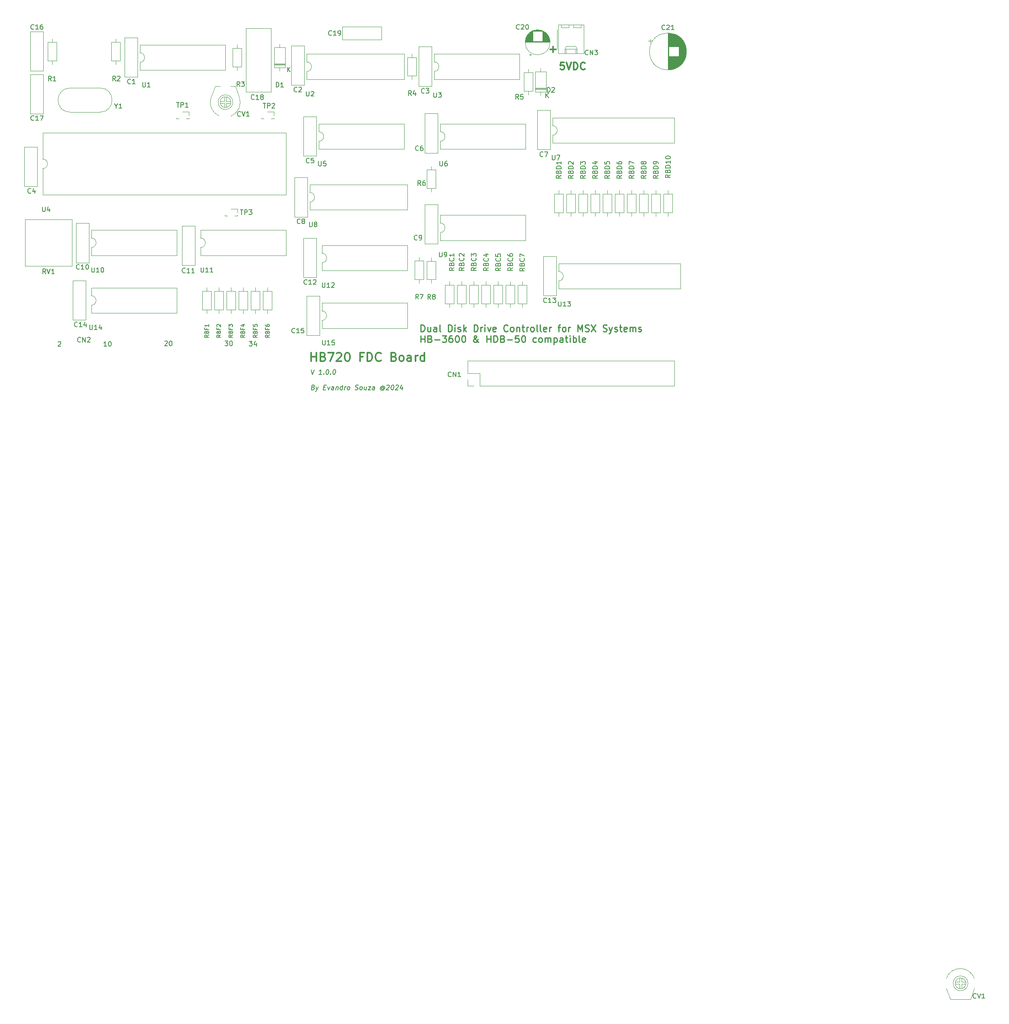
<source format=gbr>
%TF.GenerationSoftware,KiCad,Pcbnew,7.0.9*%
%TF.CreationDate,2024-01-09T01:54:30-03:00*%
%TF.ProjectId,HB-3600_FDC,48422d33-3630-4305-9f46-44432e6b6963,V1.0.0*%
%TF.SameCoordinates,Original*%
%TF.FileFunction,Legend,Top*%
%TF.FilePolarity,Positive*%
%FSLAX46Y46*%
G04 Gerber Fmt 4.6, Leading zero omitted, Abs format (unit mm)*
G04 Created by KiCad (PCBNEW 7.0.9) date 2024-01-09 01:54:30*
%MOMM*%
%LPD*%
G01*
G04 APERTURE LIST*
%ADD10C,0.300000*%
%ADD11C,0.150000*%
%ADD12C,0.360000*%
%ADD13C,0.200000*%
%ADD14C,0.260000*%
%ADD15C,0.120000*%
%ADD16C,0.100000*%
%ADD17C,0.050000*%
G04 APERTURE END LIST*
D10*
X189058796Y-63240828D02*
X188344510Y-63240828D01*
X188344510Y-63240828D02*
X188273082Y-63955114D01*
X188273082Y-63955114D02*
X188344510Y-63883685D01*
X188344510Y-63883685D02*
X188487368Y-63812257D01*
X188487368Y-63812257D02*
X188844510Y-63812257D01*
X188844510Y-63812257D02*
X188987368Y-63883685D01*
X188987368Y-63883685D02*
X189058796Y-63955114D01*
X189058796Y-63955114D02*
X189130225Y-64097971D01*
X189130225Y-64097971D02*
X189130225Y-64455114D01*
X189130225Y-64455114D02*
X189058796Y-64597971D01*
X189058796Y-64597971D02*
X188987368Y-64669400D01*
X188987368Y-64669400D02*
X188844510Y-64740828D01*
X188844510Y-64740828D02*
X188487368Y-64740828D01*
X188487368Y-64740828D02*
X188344510Y-64669400D01*
X188344510Y-64669400D02*
X188273082Y-64597971D01*
X189558796Y-63240828D02*
X190058796Y-64740828D01*
X190058796Y-64740828D02*
X190558796Y-63240828D01*
X191058795Y-64740828D02*
X191058795Y-63240828D01*
X191058795Y-63240828D02*
X191415938Y-63240828D01*
X191415938Y-63240828D02*
X191630224Y-63312257D01*
X191630224Y-63312257D02*
X191773081Y-63455114D01*
X191773081Y-63455114D02*
X191844510Y-63597971D01*
X191844510Y-63597971D02*
X191915938Y-63883685D01*
X191915938Y-63883685D02*
X191915938Y-64097971D01*
X191915938Y-64097971D02*
X191844510Y-64383685D01*
X191844510Y-64383685D02*
X191773081Y-64526542D01*
X191773081Y-64526542D02*
X191630224Y-64669400D01*
X191630224Y-64669400D02*
X191415938Y-64740828D01*
X191415938Y-64740828D02*
X191058795Y-64740828D01*
X193415938Y-64597971D02*
X193344510Y-64669400D01*
X193344510Y-64669400D02*
X193130224Y-64740828D01*
X193130224Y-64740828D02*
X192987367Y-64740828D01*
X192987367Y-64740828D02*
X192773081Y-64669400D01*
X192773081Y-64669400D02*
X192630224Y-64526542D01*
X192630224Y-64526542D02*
X192558795Y-64383685D01*
X192558795Y-64383685D02*
X192487367Y-64097971D01*
X192487367Y-64097971D02*
X192487367Y-63883685D01*
X192487367Y-63883685D02*
X192558795Y-63597971D01*
X192558795Y-63597971D02*
X192630224Y-63455114D01*
X192630224Y-63455114D02*
X192773081Y-63312257D01*
X192773081Y-63312257D02*
X192987367Y-63240828D01*
X192987367Y-63240828D02*
X193130224Y-63240828D01*
X193130224Y-63240828D02*
X193344510Y-63312257D01*
X193344510Y-63312257D02*
X193415938Y-63383685D01*
D11*
X83179160Y-121725057D02*
X83226779Y-121677438D01*
X83226779Y-121677438D02*
X83322017Y-121629819D01*
X83322017Y-121629819D02*
X83560112Y-121629819D01*
X83560112Y-121629819D02*
X83655350Y-121677438D01*
X83655350Y-121677438D02*
X83702969Y-121725057D01*
X83702969Y-121725057D02*
X83750588Y-121820295D01*
X83750588Y-121820295D02*
X83750588Y-121915533D01*
X83750588Y-121915533D02*
X83702969Y-122058390D01*
X83702969Y-122058390D02*
X83131541Y-122629819D01*
X83131541Y-122629819D02*
X83750588Y-122629819D01*
X118071541Y-121499819D02*
X118690588Y-121499819D01*
X118690588Y-121499819D02*
X118357255Y-121880771D01*
X118357255Y-121880771D02*
X118500112Y-121880771D01*
X118500112Y-121880771D02*
X118595350Y-121928390D01*
X118595350Y-121928390D02*
X118642969Y-121976009D01*
X118642969Y-121976009D02*
X118690588Y-122071247D01*
X118690588Y-122071247D02*
X118690588Y-122309342D01*
X118690588Y-122309342D02*
X118642969Y-122404580D01*
X118642969Y-122404580D02*
X118595350Y-122452200D01*
X118595350Y-122452200D02*
X118500112Y-122499819D01*
X118500112Y-122499819D02*
X118214398Y-122499819D01*
X118214398Y-122499819D02*
X118119160Y-122452200D01*
X118119160Y-122452200D02*
X118071541Y-122404580D01*
X119309636Y-121499819D02*
X119404874Y-121499819D01*
X119404874Y-121499819D02*
X119500112Y-121547438D01*
X119500112Y-121547438D02*
X119547731Y-121595057D01*
X119547731Y-121595057D02*
X119595350Y-121690295D01*
X119595350Y-121690295D02*
X119642969Y-121880771D01*
X119642969Y-121880771D02*
X119642969Y-122118866D01*
X119642969Y-122118866D02*
X119595350Y-122309342D01*
X119595350Y-122309342D02*
X119547731Y-122404580D01*
X119547731Y-122404580D02*
X119500112Y-122452200D01*
X119500112Y-122452200D02*
X119404874Y-122499819D01*
X119404874Y-122499819D02*
X119309636Y-122499819D01*
X119309636Y-122499819D02*
X119214398Y-122452200D01*
X119214398Y-122452200D02*
X119166779Y-122404580D01*
X119166779Y-122404580D02*
X119119160Y-122309342D01*
X119119160Y-122309342D02*
X119071541Y-122118866D01*
X119071541Y-122118866D02*
X119071541Y-121880771D01*
X119071541Y-121880771D02*
X119119160Y-121690295D01*
X119119160Y-121690295D02*
X119166779Y-121595057D01*
X119166779Y-121595057D02*
X119214398Y-121547438D01*
X119214398Y-121547438D02*
X119309636Y-121499819D01*
D12*
X136155413Y-125700994D02*
X136155413Y-123900994D01*
X136155413Y-124758137D02*
X137183984Y-124758137D01*
X137183984Y-125700994D02*
X137183984Y-123900994D01*
X138641127Y-124758137D02*
X138898270Y-124843851D01*
X138898270Y-124843851D02*
X138983984Y-124929565D01*
X138983984Y-124929565D02*
X139069698Y-125100994D01*
X139069698Y-125100994D02*
X139069698Y-125358137D01*
X139069698Y-125358137D02*
X138983984Y-125529565D01*
X138983984Y-125529565D02*
X138898270Y-125615280D01*
X138898270Y-125615280D02*
X138726841Y-125700994D01*
X138726841Y-125700994D02*
X138041127Y-125700994D01*
X138041127Y-125700994D02*
X138041127Y-123900994D01*
X138041127Y-123900994D02*
X138641127Y-123900994D01*
X138641127Y-123900994D02*
X138812556Y-123986708D01*
X138812556Y-123986708D02*
X138898270Y-124072422D01*
X138898270Y-124072422D02*
X138983984Y-124243851D01*
X138983984Y-124243851D02*
X138983984Y-124415280D01*
X138983984Y-124415280D02*
X138898270Y-124586708D01*
X138898270Y-124586708D02*
X138812556Y-124672422D01*
X138812556Y-124672422D02*
X138641127Y-124758137D01*
X138641127Y-124758137D02*
X138041127Y-124758137D01*
X139669698Y-123900994D02*
X140869698Y-123900994D01*
X140869698Y-123900994D02*
X140098270Y-125700994D01*
X141469699Y-124072422D02*
X141555413Y-123986708D01*
X141555413Y-123986708D02*
X141726842Y-123900994D01*
X141726842Y-123900994D02*
X142155413Y-123900994D01*
X142155413Y-123900994D02*
X142326842Y-123986708D01*
X142326842Y-123986708D02*
X142412556Y-124072422D01*
X142412556Y-124072422D02*
X142498270Y-124243851D01*
X142498270Y-124243851D02*
X142498270Y-124415280D01*
X142498270Y-124415280D02*
X142412556Y-124672422D01*
X142412556Y-124672422D02*
X141383984Y-125700994D01*
X141383984Y-125700994D02*
X142498270Y-125700994D01*
X143612556Y-123900994D02*
X143783985Y-123900994D01*
X143783985Y-123900994D02*
X143955413Y-123986708D01*
X143955413Y-123986708D02*
X144041128Y-124072422D01*
X144041128Y-124072422D02*
X144126842Y-124243851D01*
X144126842Y-124243851D02*
X144212556Y-124586708D01*
X144212556Y-124586708D02*
X144212556Y-125015280D01*
X144212556Y-125015280D02*
X144126842Y-125358137D01*
X144126842Y-125358137D02*
X144041128Y-125529565D01*
X144041128Y-125529565D02*
X143955413Y-125615280D01*
X143955413Y-125615280D02*
X143783985Y-125700994D01*
X143783985Y-125700994D02*
X143612556Y-125700994D01*
X143612556Y-125700994D02*
X143441128Y-125615280D01*
X143441128Y-125615280D02*
X143355413Y-125529565D01*
X143355413Y-125529565D02*
X143269699Y-125358137D01*
X143269699Y-125358137D02*
X143183985Y-125015280D01*
X143183985Y-125015280D02*
X143183985Y-124586708D01*
X143183985Y-124586708D02*
X143269699Y-124243851D01*
X143269699Y-124243851D02*
X143355413Y-124072422D01*
X143355413Y-124072422D02*
X143441128Y-123986708D01*
X143441128Y-123986708D02*
X143612556Y-123900994D01*
X146955414Y-124758137D02*
X146355414Y-124758137D01*
X146355414Y-125700994D02*
X146355414Y-123900994D01*
X146355414Y-123900994D02*
X147212557Y-123900994D01*
X147898271Y-125700994D02*
X147898271Y-123900994D01*
X147898271Y-123900994D02*
X148326842Y-123900994D01*
X148326842Y-123900994D02*
X148583985Y-123986708D01*
X148583985Y-123986708D02*
X148755414Y-124158137D01*
X148755414Y-124158137D02*
X148841128Y-124329565D01*
X148841128Y-124329565D02*
X148926842Y-124672422D01*
X148926842Y-124672422D02*
X148926842Y-124929565D01*
X148926842Y-124929565D02*
X148841128Y-125272422D01*
X148841128Y-125272422D02*
X148755414Y-125443851D01*
X148755414Y-125443851D02*
X148583985Y-125615280D01*
X148583985Y-125615280D02*
X148326842Y-125700994D01*
X148326842Y-125700994D02*
X147898271Y-125700994D01*
X150726842Y-125529565D02*
X150641128Y-125615280D01*
X150641128Y-125615280D02*
X150383985Y-125700994D01*
X150383985Y-125700994D02*
X150212557Y-125700994D01*
X150212557Y-125700994D02*
X149955414Y-125615280D01*
X149955414Y-125615280D02*
X149783985Y-125443851D01*
X149783985Y-125443851D02*
X149698271Y-125272422D01*
X149698271Y-125272422D02*
X149612557Y-124929565D01*
X149612557Y-124929565D02*
X149612557Y-124672422D01*
X149612557Y-124672422D02*
X149698271Y-124329565D01*
X149698271Y-124329565D02*
X149783985Y-124158137D01*
X149783985Y-124158137D02*
X149955414Y-123986708D01*
X149955414Y-123986708D02*
X150212557Y-123900994D01*
X150212557Y-123900994D02*
X150383985Y-123900994D01*
X150383985Y-123900994D02*
X150641128Y-123986708D01*
X150641128Y-123986708D02*
X150726842Y-124072422D01*
X153469700Y-124758137D02*
X153726843Y-124843851D01*
X153726843Y-124843851D02*
X153812557Y-124929565D01*
X153812557Y-124929565D02*
X153898271Y-125100994D01*
X153898271Y-125100994D02*
X153898271Y-125358137D01*
X153898271Y-125358137D02*
X153812557Y-125529565D01*
X153812557Y-125529565D02*
X153726843Y-125615280D01*
X153726843Y-125615280D02*
X153555414Y-125700994D01*
X153555414Y-125700994D02*
X152869700Y-125700994D01*
X152869700Y-125700994D02*
X152869700Y-123900994D01*
X152869700Y-123900994D02*
X153469700Y-123900994D01*
X153469700Y-123900994D02*
X153641129Y-123986708D01*
X153641129Y-123986708D02*
X153726843Y-124072422D01*
X153726843Y-124072422D02*
X153812557Y-124243851D01*
X153812557Y-124243851D02*
X153812557Y-124415280D01*
X153812557Y-124415280D02*
X153726843Y-124586708D01*
X153726843Y-124586708D02*
X153641129Y-124672422D01*
X153641129Y-124672422D02*
X153469700Y-124758137D01*
X153469700Y-124758137D02*
X152869700Y-124758137D01*
X154926843Y-125700994D02*
X154755414Y-125615280D01*
X154755414Y-125615280D02*
X154669700Y-125529565D01*
X154669700Y-125529565D02*
X154583986Y-125358137D01*
X154583986Y-125358137D02*
X154583986Y-124843851D01*
X154583986Y-124843851D02*
X154669700Y-124672422D01*
X154669700Y-124672422D02*
X154755414Y-124586708D01*
X154755414Y-124586708D02*
X154926843Y-124500994D01*
X154926843Y-124500994D02*
X155183986Y-124500994D01*
X155183986Y-124500994D02*
X155355414Y-124586708D01*
X155355414Y-124586708D02*
X155441129Y-124672422D01*
X155441129Y-124672422D02*
X155526843Y-124843851D01*
X155526843Y-124843851D02*
X155526843Y-125358137D01*
X155526843Y-125358137D02*
X155441129Y-125529565D01*
X155441129Y-125529565D02*
X155355414Y-125615280D01*
X155355414Y-125615280D02*
X155183986Y-125700994D01*
X155183986Y-125700994D02*
X154926843Y-125700994D01*
X157069700Y-125700994D02*
X157069700Y-124758137D01*
X157069700Y-124758137D02*
X156983985Y-124586708D01*
X156983985Y-124586708D02*
X156812557Y-124500994D01*
X156812557Y-124500994D02*
X156469700Y-124500994D01*
X156469700Y-124500994D02*
X156298271Y-124586708D01*
X157069700Y-125615280D02*
X156898271Y-125700994D01*
X156898271Y-125700994D02*
X156469700Y-125700994D01*
X156469700Y-125700994D02*
X156298271Y-125615280D01*
X156298271Y-125615280D02*
X156212557Y-125443851D01*
X156212557Y-125443851D02*
X156212557Y-125272422D01*
X156212557Y-125272422D02*
X156298271Y-125100994D01*
X156298271Y-125100994D02*
X156469700Y-125015280D01*
X156469700Y-125015280D02*
X156898271Y-125015280D01*
X156898271Y-125015280D02*
X157069700Y-124929565D01*
X157926842Y-125700994D02*
X157926842Y-124500994D01*
X157926842Y-124843851D02*
X158012556Y-124672422D01*
X158012556Y-124672422D02*
X158098271Y-124586708D01*
X158098271Y-124586708D02*
X158269699Y-124500994D01*
X158269699Y-124500994D02*
X158441128Y-124500994D01*
X159812557Y-125700994D02*
X159812557Y-123900994D01*
X159812557Y-125615280D02*
X159641128Y-125700994D01*
X159641128Y-125700994D02*
X159298271Y-125700994D01*
X159298271Y-125700994D02*
X159126842Y-125615280D01*
X159126842Y-125615280D02*
X159041128Y-125529565D01*
X159041128Y-125529565D02*
X158955414Y-125358137D01*
X158955414Y-125358137D02*
X158955414Y-124843851D01*
X158955414Y-124843851D02*
X159041128Y-124672422D01*
X159041128Y-124672422D02*
X159126842Y-124586708D01*
X159126842Y-124586708D02*
X159298271Y-124500994D01*
X159298271Y-124500994D02*
X159641128Y-124500994D01*
X159641128Y-124500994D02*
X159812557Y-124586708D01*
D11*
X123171541Y-121549819D02*
X123790588Y-121549819D01*
X123790588Y-121549819D02*
X123457255Y-121930771D01*
X123457255Y-121930771D02*
X123600112Y-121930771D01*
X123600112Y-121930771D02*
X123695350Y-121978390D01*
X123695350Y-121978390D02*
X123742969Y-122026009D01*
X123742969Y-122026009D02*
X123790588Y-122121247D01*
X123790588Y-122121247D02*
X123790588Y-122359342D01*
X123790588Y-122359342D02*
X123742969Y-122454580D01*
X123742969Y-122454580D02*
X123695350Y-122502200D01*
X123695350Y-122502200D02*
X123600112Y-122549819D01*
X123600112Y-122549819D02*
X123314398Y-122549819D01*
X123314398Y-122549819D02*
X123219160Y-122502200D01*
X123219160Y-122502200D02*
X123171541Y-122454580D01*
X124647731Y-121883152D02*
X124647731Y-122549819D01*
X124409636Y-121502200D02*
X124171541Y-122216485D01*
X124171541Y-122216485D02*
X124790588Y-122216485D01*
X93330588Y-122589819D02*
X92759160Y-122589819D01*
X93044874Y-122589819D02*
X93044874Y-121589819D01*
X93044874Y-121589819D02*
X92949636Y-121732676D01*
X92949636Y-121732676D02*
X92854398Y-121827914D01*
X92854398Y-121827914D02*
X92759160Y-121875533D01*
X93949636Y-121589819D02*
X94044874Y-121589819D01*
X94044874Y-121589819D02*
X94140112Y-121637438D01*
X94140112Y-121637438D02*
X94187731Y-121685057D01*
X94187731Y-121685057D02*
X94235350Y-121780295D01*
X94235350Y-121780295D02*
X94282969Y-121970771D01*
X94282969Y-121970771D02*
X94282969Y-122208866D01*
X94282969Y-122208866D02*
X94235350Y-122399342D01*
X94235350Y-122399342D02*
X94187731Y-122494580D01*
X94187731Y-122494580D02*
X94140112Y-122542200D01*
X94140112Y-122542200D02*
X94044874Y-122589819D01*
X94044874Y-122589819D02*
X93949636Y-122589819D01*
X93949636Y-122589819D02*
X93854398Y-122542200D01*
X93854398Y-122542200D02*
X93806779Y-122494580D01*
X93806779Y-122494580D02*
X93759160Y-122399342D01*
X93759160Y-122399342D02*
X93711541Y-122208866D01*
X93711541Y-122208866D02*
X93711541Y-121970771D01*
X93711541Y-121970771D02*
X93759160Y-121780295D01*
X93759160Y-121780295D02*
X93806779Y-121685057D01*
X93806779Y-121685057D02*
X93854398Y-121637438D01*
X93854398Y-121637438D02*
X93949636Y-121589819D01*
D13*
X136155863Y-127477219D02*
X136364197Y-128477219D01*
X136364197Y-128477219D02*
X136822530Y-127477219D01*
X138316578Y-128477219D02*
X137745149Y-128477219D01*
X138030864Y-128477219D02*
X138155864Y-127477219D01*
X138155864Y-127477219D02*
X138042768Y-127620076D01*
X138042768Y-127620076D02*
X137935626Y-127715314D01*
X137935626Y-127715314D02*
X137834435Y-127762933D01*
X138757054Y-128381980D02*
X138798721Y-128429600D01*
X138798721Y-128429600D02*
X138745149Y-128477219D01*
X138745149Y-128477219D02*
X138703483Y-128429600D01*
X138703483Y-128429600D02*
X138757054Y-128381980D01*
X138757054Y-128381980D02*
X138745149Y-128477219D01*
X139536816Y-127477219D02*
X139632054Y-127477219D01*
X139632054Y-127477219D02*
X139721339Y-127524838D01*
X139721339Y-127524838D02*
X139763006Y-127572457D01*
X139763006Y-127572457D02*
X139798720Y-127667695D01*
X139798720Y-127667695D02*
X139822530Y-127858171D01*
X139822530Y-127858171D02*
X139792768Y-128096266D01*
X139792768Y-128096266D02*
X139721339Y-128286742D01*
X139721339Y-128286742D02*
X139661816Y-128381980D01*
X139661816Y-128381980D02*
X139608244Y-128429600D01*
X139608244Y-128429600D02*
X139507054Y-128477219D01*
X139507054Y-128477219D02*
X139411816Y-128477219D01*
X139411816Y-128477219D02*
X139322530Y-128429600D01*
X139322530Y-128429600D02*
X139280863Y-128381980D01*
X139280863Y-128381980D02*
X139245149Y-128286742D01*
X139245149Y-128286742D02*
X139221339Y-128096266D01*
X139221339Y-128096266D02*
X139251101Y-127858171D01*
X139251101Y-127858171D02*
X139322530Y-127667695D01*
X139322530Y-127667695D02*
X139382054Y-127572457D01*
X139382054Y-127572457D02*
X139435625Y-127524838D01*
X139435625Y-127524838D02*
X139536816Y-127477219D01*
X140185625Y-128381980D02*
X140227292Y-128429600D01*
X140227292Y-128429600D02*
X140173720Y-128477219D01*
X140173720Y-128477219D02*
X140132054Y-128429600D01*
X140132054Y-128429600D02*
X140185625Y-128381980D01*
X140185625Y-128381980D02*
X140173720Y-128477219D01*
X140965387Y-127477219D02*
X141060625Y-127477219D01*
X141060625Y-127477219D02*
X141149910Y-127524838D01*
X141149910Y-127524838D02*
X141191577Y-127572457D01*
X141191577Y-127572457D02*
X141227291Y-127667695D01*
X141227291Y-127667695D02*
X141251101Y-127858171D01*
X141251101Y-127858171D02*
X141221339Y-128096266D01*
X141221339Y-128096266D02*
X141149910Y-128286742D01*
X141149910Y-128286742D02*
X141090387Y-128381980D01*
X141090387Y-128381980D02*
X141036815Y-128429600D01*
X141036815Y-128429600D02*
X140935625Y-128477219D01*
X140935625Y-128477219D02*
X140840387Y-128477219D01*
X140840387Y-128477219D02*
X140751101Y-128429600D01*
X140751101Y-128429600D02*
X140709434Y-128381980D01*
X140709434Y-128381980D02*
X140673720Y-128286742D01*
X140673720Y-128286742D02*
X140649910Y-128096266D01*
X140649910Y-128096266D02*
X140679672Y-127858171D01*
X140679672Y-127858171D02*
X140751101Y-127667695D01*
X140751101Y-127667695D02*
X140810625Y-127572457D01*
X140810625Y-127572457D02*
X140864196Y-127524838D01*
X140864196Y-127524838D02*
X140965387Y-127477219D01*
X136572530Y-131173409D02*
X136709435Y-131221028D01*
X136709435Y-131221028D02*
X136751101Y-131268647D01*
X136751101Y-131268647D02*
X136786816Y-131363885D01*
X136786816Y-131363885D02*
X136768958Y-131506742D01*
X136768958Y-131506742D02*
X136709435Y-131601980D01*
X136709435Y-131601980D02*
X136655863Y-131649600D01*
X136655863Y-131649600D02*
X136554673Y-131697219D01*
X136554673Y-131697219D02*
X136173720Y-131697219D01*
X136173720Y-131697219D02*
X136298720Y-130697219D01*
X136298720Y-130697219D02*
X136632054Y-130697219D01*
X136632054Y-130697219D02*
X136721339Y-130744838D01*
X136721339Y-130744838D02*
X136763006Y-130792457D01*
X136763006Y-130792457D02*
X136798720Y-130887695D01*
X136798720Y-130887695D02*
X136786816Y-130982933D01*
X136786816Y-130982933D02*
X136727292Y-131078171D01*
X136727292Y-131078171D02*
X136673720Y-131125790D01*
X136673720Y-131125790D02*
X136572530Y-131173409D01*
X136572530Y-131173409D02*
X136239197Y-131173409D01*
X137161816Y-131030552D02*
X137316578Y-131697219D01*
X137638006Y-131030552D02*
X137316578Y-131697219D01*
X137316578Y-131697219D02*
X137191578Y-131935314D01*
X137191578Y-131935314D02*
X137138006Y-131982933D01*
X137138006Y-131982933D02*
X137036816Y-132030552D01*
X138763007Y-131173409D02*
X139096340Y-131173409D01*
X139173721Y-131697219D02*
X138697530Y-131697219D01*
X138697530Y-131697219D02*
X138822530Y-130697219D01*
X138822530Y-130697219D02*
X139298721Y-130697219D01*
X139590388Y-131030552D02*
X139745150Y-131697219D01*
X139745150Y-131697219D02*
X140066578Y-131030552D01*
X140792769Y-131697219D02*
X140858245Y-131173409D01*
X140858245Y-131173409D02*
X140822531Y-131078171D01*
X140822531Y-131078171D02*
X140733245Y-131030552D01*
X140733245Y-131030552D02*
X140542769Y-131030552D01*
X140542769Y-131030552D02*
X140441578Y-131078171D01*
X140798721Y-131649600D02*
X140697531Y-131697219D01*
X140697531Y-131697219D02*
X140459435Y-131697219D01*
X140459435Y-131697219D02*
X140370150Y-131649600D01*
X140370150Y-131649600D02*
X140334435Y-131554361D01*
X140334435Y-131554361D02*
X140346340Y-131459123D01*
X140346340Y-131459123D02*
X140405864Y-131363885D01*
X140405864Y-131363885D02*
X140507055Y-131316266D01*
X140507055Y-131316266D02*
X140745150Y-131316266D01*
X140745150Y-131316266D02*
X140846340Y-131268647D01*
X141352293Y-131030552D02*
X141268959Y-131697219D01*
X141340388Y-131125790D02*
X141393959Y-131078171D01*
X141393959Y-131078171D02*
X141495150Y-131030552D01*
X141495150Y-131030552D02*
X141638007Y-131030552D01*
X141638007Y-131030552D02*
X141727293Y-131078171D01*
X141727293Y-131078171D02*
X141763007Y-131173409D01*
X141763007Y-131173409D02*
X141697531Y-131697219D01*
X142602293Y-131697219D02*
X142727293Y-130697219D01*
X142608245Y-131649600D02*
X142507055Y-131697219D01*
X142507055Y-131697219D02*
X142316579Y-131697219D01*
X142316579Y-131697219D02*
X142227293Y-131649600D01*
X142227293Y-131649600D02*
X142185626Y-131601980D01*
X142185626Y-131601980D02*
X142149912Y-131506742D01*
X142149912Y-131506742D02*
X142185626Y-131221028D01*
X142185626Y-131221028D02*
X142245150Y-131125790D01*
X142245150Y-131125790D02*
X142298721Y-131078171D01*
X142298721Y-131078171D02*
X142399912Y-131030552D01*
X142399912Y-131030552D02*
X142590388Y-131030552D01*
X142590388Y-131030552D02*
X142679674Y-131078171D01*
X143078483Y-131697219D02*
X143161817Y-131030552D01*
X143138007Y-131221028D02*
X143197531Y-131125790D01*
X143197531Y-131125790D02*
X143251102Y-131078171D01*
X143251102Y-131078171D02*
X143352293Y-131030552D01*
X143352293Y-131030552D02*
X143447531Y-131030552D01*
X143840389Y-131697219D02*
X143751103Y-131649600D01*
X143751103Y-131649600D02*
X143709436Y-131601980D01*
X143709436Y-131601980D02*
X143673722Y-131506742D01*
X143673722Y-131506742D02*
X143709436Y-131221028D01*
X143709436Y-131221028D02*
X143768960Y-131125790D01*
X143768960Y-131125790D02*
X143822531Y-131078171D01*
X143822531Y-131078171D02*
X143923722Y-131030552D01*
X143923722Y-131030552D02*
X144066579Y-131030552D01*
X144066579Y-131030552D02*
X144155865Y-131078171D01*
X144155865Y-131078171D02*
X144197531Y-131125790D01*
X144197531Y-131125790D02*
X144233246Y-131221028D01*
X144233246Y-131221028D02*
X144197531Y-131506742D01*
X144197531Y-131506742D02*
X144138008Y-131601980D01*
X144138008Y-131601980D02*
X144084436Y-131649600D01*
X144084436Y-131649600D02*
X143983246Y-131697219D01*
X143983246Y-131697219D02*
X143840389Y-131697219D01*
X145322532Y-131649600D02*
X145459436Y-131697219D01*
X145459436Y-131697219D02*
X145697532Y-131697219D01*
X145697532Y-131697219D02*
X145798722Y-131649600D01*
X145798722Y-131649600D02*
X145852294Y-131601980D01*
X145852294Y-131601980D02*
X145911817Y-131506742D01*
X145911817Y-131506742D02*
X145923722Y-131411504D01*
X145923722Y-131411504D02*
X145888008Y-131316266D01*
X145888008Y-131316266D02*
X145846341Y-131268647D01*
X145846341Y-131268647D02*
X145757056Y-131221028D01*
X145757056Y-131221028D02*
X145572532Y-131173409D01*
X145572532Y-131173409D02*
X145483246Y-131125790D01*
X145483246Y-131125790D02*
X145441579Y-131078171D01*
X145441579Y-131078171D02*
X145405865Y-130982933D01*
X145405865Y-130982933D02*
X145417770Y-130887695D01*
X145417770Y-130887695D02*
X145477294Y-130792457D01*
X145477294Y-130792457D02*
X145530865Y-130744838D01*
X145530865Y-130744838D02*
X145632056Y-130697219D01*
X145632056Y-130697219D02*
X145870151Y-130697219D01*
X145870151Y-130697219D02*
X146007056Y-130744838D01*
X146459437Y-131697219D02*
X146370151Y-131649600D01*
X146370151Y-131649600D02*
X146328484Y-131601980D01*
X146328484Y-131601980D02*
X146292770Y-131506742D01*
X146292770Y-131506742D02*
X146328484Y-131221028D01*
X146328484Y-131221028D02*
X146388008Y-131125790D01*
X146388008Y-131125790D02*
X146441579Y-131078171D01*
X146441579Y-131078171D02*
X146542770Y-131030552D01*
X146542770Y-131030552D02*
X146685627Y-131030552D01*
X146685627Y-131030552D02*
X146774913Y-131078171D01*
X146774913Y-131078171D02*
X146816579Y-131125790D01*
X146816579Y-131125790D02*
X146852294Y-131221028D01*
X146852294Y-131221028D02*
X146816579Y-131506742D01*
X146816579Y-131506742D02*
X146757056Y-131601980D01*
X146757056Y-131601980D02*
X146703484Y-131649600D01*
X146703484Y-131649600D02*
X146602294Y-131697219D01*
X146602294Y-131697219D02*
X146459437Y-131697219D01*
X147733246Y-131030552D02*
X147649913Y-131697219D01*
X147304675Y-131030552D02*
X147239199Y-131554361D01*
X147239199Y-131554361D02*
X147274913Y-131649600D01*
X147274913Y-131649600D02*
X147364199Y-131697219D01*
X147364199Y-131697219D02*
X147507056Y-131697219D01*
X147507056Y-131697219D02*
X147608246Y-131649600D01*
X147608246Y-131649600D02*
X147661818Y-131601980D01*
X148114199Y-131030552D02*
X148638008Y-131030552D01*
X148638008Y-131030552D02*
X148030865Y-131697219D01*
X148030865Y-131697219D02*
X148554675Y-131697219D01*
X149364199Y-131697219D02*
X149429675Y-131173409D01*
X149429675Y-131173409D02*
X149393961Y-131078171D01*
X149393961Y-131078171D02*
X149304675Y-131030552D01*
X149304675Y-131030552D02*
X149114199Y-131030552D01*
X149114199Y-131030552D02*
X149013008Y-131078171D01*
X149370151Y-131649600D02*
X149268961Y-131697219D01*
X149268961Y-131697219D02*
X149030865Y-131697219D01*
X149030865Y-131697219D02*
X148941580Y-131649600D01*
X148941580Y-131649600D02*
X148905865Y-131554361D01*
X148905865Y-131554361D02*
X148917770Y-131459123D01*
X148917770Y-131459123D02*
X148977294Y-131363885D01*
X148977294Y-131363885D02*
X149078485Y-131316266D01*
X149078485Y-131316266D02*
X149316580Y-131316266D01*
X149316580Y-131316266D02*
X149417770Y-131268647D01*
X151280866Y-131221028D02*
X151239199Y-131173409D01*
X151239199Y-131173409D02*
X151149913Y-131125790D01*
X151149913Y-131125790D02*
X151054675Y-131125790D01*
X151054675Y-131125790D02*
X150953485Y-131173409D01*
X150953485Y-131173409D02*
X150899913Y-131221028D01*
X150899913Y-131221028D02*
X150840390Y-131316266D01*
X150840390Y-131316266D02*
X150828485Y-131411504D01*
X150828485Y-131411504D02*
X150864199Y-131506742D01*
X150864199Y-131506742D02*
X150905866Y-131554361D01*
X150905866Y-131554361D02*
X150995152Y-131601980D01*
X150995152Y-131601980D02*
X151090390Y-131601980D01*
X151090390Y-131601980D02*
X151191580Y-131554361D01*
X151191580Y-131554361D02*
X151245152Y-131506742D01*
X151292771Y-131125790D02*
X151245152Y-131506742D01*
X151245152Y-131506742D02*
X151286818Y-131554361D01*
X151286818Y-131554361D02*
X151334437Y-131554361D01*
X151334437Y-131554361D02*
X151435628Y-131506742D01*
X151435628Y-131506742D02*
X151495152Y-131411504D01*
X151495152Y-131411504D02*
X151524913Y-131173409D01*
X151524913Y-131173409D02*
X151447532Y-131030552D01*
X151447532Y-131030552D02*
X151316580Y-130935314D01*
X151316580Y-130935314D02*
X151132056Y-130887695D01*
X151132056Y-130887695D02*
X150935628Y-130935314D01*
X150935628Y-130935314D02*
X150780866Y-131030552D01*
X150780866Y-131030552D02*
X150667771Y-131173409D01*
X150667771Y-131173409D02*
X150596342Y-131363885D01*
X150596342Y-131363885D02*
X150620152Y-131554361D01*
X150620152Y-131554361D02*
X150697532Y-131697219D01*
X150697532Y-131697219D02*
X150828485Y-131792457D01*
X150828485Y-131792457D02*
X151013009Y-131840076D01*
X151013009Y-131840076D02*
X151209437Y-131792457D01*
X151209437Y-131792457D02*
X151364199Y-131697219D01*
X151953485Y-130792457D02*
X152007056Y-130744838D01*
X152007056Y-130744838D02*
X152108246Y-130697219D01*
X152108246Y-130697219D02*
X152346342Y-130697219D01*
X152346342Y-130697219D02*
X152435627Y-130744838D01*
X152435627Y-130744838D02*
X152477294Y-130792457D01*
X152477294Y-130792457D02*
X152513008Y-130887695D01*
X152513008Y-130887695D02*
X152501104Y-130982933D01*
X152501104Y-130982933D02*
X152435627Y-131125790D01*
X152435627Y-131125790D02*
X151792770Y-131697219D01*
X151792770Y-131697219D02*
X152411818Y-131697219D01*
X153155866Y-130697219D02*
X153251104Y-130697219D01*
X153251104Y-130697219D02*
X153340389Y-130744838D01*
X153340389Y-130744838D02*
X153382056Y-130792457D01*
X153382056Y-130792457D02*
X153417770Y-130887695D01*
X153417770Y-130887695D02*
X153441580Y-131078171D01*
X153441580Y-131078171D02*
X153411818Y-131316266D01*
X153411818Y-131316266D02*
X153340389Y-131506742D01*
X153340389Y-131506742D02*
X153280866Y-131601980D01*
X153280866Y-131601980D02*
X153227294Y-131649600D01*
X153227294Y-131649600D02*
X153126104Y-131697219D01*
X153126104Y-131697219D02*
X153030866Y-131697219D01*
X153030866Y-131697219D02*
X152941580Y-131649600D01*
X152941580Y-131649600D02*
X152899913Y-131601980D01*
X152899913Y-131601980D02*
X152864199Y-131506742D01*
X152864199Y-131506742D02*
X152840389Y-131316266D01*
X152840389Y-131316266D02*
X152870151Y-131078171D01*
X152870151Y-131078171D02*
X152941580Y-130887695D01*
X152941580Y-130887695D02*
X153001104Y-130792457D01*
X153001104Y-130792457D02*
X153054675Y-130744838D01*
X153054675Y-130744838D02*
X153155866Y-130697219D01*
X153858247Y-130792457D02*
X153911818Y-130744838D01*
X153911818Y-130744838D02*
X154013008Y-130697219D01*
X154013008Y-130697219D02*
X154251104Y-130697219D01*
X154251104Y-130697219D02*
X154340389Y-130744838D01*
X154340389Y-130744838D02*
X154382056Y-130792457D01*
X154382056Y-130792457D02*
X154417770Y-130887695D01*
X154417770Y-130887695D02*
X154405866Y-130982933D01*
X154405866Y-130982933D02*
X154340389Y-131125790D01*
X154340389Y-131125790D02*
X153697532Y-131697219D01*
X153697532Y-131697219D02*
X154316580Y-131697219D01*
X155257056Y-131030552D02*
X155173723Y-131697219D01*
X155066580Y-130649600D02*
X154739199Y-131363885D01*
X154739199Y-131363885D02*
X155358247Y-131363885D01*
D14*
X159076585Y-119506546D02*
X159076585Y-118106546D01*
X159076585Y-118106546D02*
X159409918Y-118106546D01*
X159409918Y-118106546D02*
X159609918Y-118173213D01*
X159609918Y-118173213D02*
X159743252Y-118306546D01*
X159743252Y-118306546D02*
X159809918Y-118439880D01*
X159809918Y-118439880D02*
X159876585Y-118706546D01*
X159876585Y-118706546D02*
X159876585Y-118906546D01*
X159876585Y-118906546D02*
X159809918Y-119173213D01*
X159809918Y-119173213D02*
X159743252Y-119306546D01*
X159743252Y-119306546D02*
X159609918Y-119439880D01*
X159609918Y-119439880D02*
X159409918Y-119506546D01*
X159409918Y-119506546D02*
X159076585Y-119506546D01*
X161076585Y-118573213D02*
X161076585Y-119506546D01*
X160476585Y-118573213D02*
X160476585Y-119306546D01*
X160476585Y-119306546D02*
X160543252Y-119439880D01*
X160543252Y-119439880D02*
X160676585Y-119506546D01*
X160676585Y-119506546D02*
X160876585Y-119506546D01*
X160876585Y-119506546D02*
X161009918Y-119439880D01*
X161009918Y-119439880D02*
X161076585Y-119373213D01*
X162343252Y-119506546D02*
X162343252Y-118773213D01*
X162343252Y-118773213D02*
X162276585Y-118639880D01*
X162276585Y-118639880D02*
X162143252Y-118573213D01*
X162143252Y-118573213D02*
X161876585Y-118573213D01*
X161876585Y-118573213D02*
X161743252Y-118639880D01*
X162343252Y-119439880D02*
X162209919Y-119506546D01*
X162209919Y-119506546D02*
X161876585Y-119506546D01*
X161876585Y-119506546D02*
X161743252Y-119439880D01*
X161743252Y-119439880D02*
X161676585Y-119306546D01*
X161676585Y-119306546D02*
X161676585Y-119173213D01*
X161676585Y-119173213D02*
X161743252Y-119039880D01*
X161743252Y-119039880D02*
X161876585Y-118973213D01*
X161876585Y-118973213D02*
X162209919Y-118973213D01*
X162209919Y-118973213D02*
X162343252Y-118906546D01*
X163209919Y-119506546D02*
X163076586Y-119439880D01*
X163076586Y-119439880D02*
X163009919Y-119306546D01*
X163009919Y-119306546D02*
X163009919Y-118106546D01*
X164809919Y-119506546D02*
X164809919Y-118106546D01*
X164809919Y-118106546D02*
X165143252Y-118106546D01*
X165143252Y-118106546D02*
X165343252Y-118173213D01*
X165343252Y-118173213D02*
X165476586Y-118306546D01*
X165476586Y-118306546D02*
X165543252Y-118439880D01*
X165543252Y-118439880D02*
X165609919Y-118706546D01*
X165609919Y-118706546D02*
X165609919Y-118906546D01*
X165609919Y-118906546D02*
X165543252Y-119173213D01*
X165543252Y-119173213D02*
X165476586Y-119306546D01*
X165476586Y-119306546D02*
X165343252Y-119439880D01*
X165343252Y-119439880D02*
X165143252Y-119506546D01*
X165143252Y-119506546D02*
X164809919Y-119506546D01*
X166209919Y-119506546D02*
X166209919Y-118573213D01*
X166209919Y-118106546D02*
X166143252Y-118173213D01*
X166143252Y-118173213D02*
X166209919Y-118239880D01*
X166209919Y-118239880D02*
X166276586Y-118173213D01*
X166276586Y-118173213D02*
X166209919Y-118106546D01*
X166209919Y-118106546D02*
X166209919Y-118239880D01*
X166809919Y-119439880D02*
X166943253Y-119506546D01*
X166943253Y-119506546D02*
X167209919Y-119506546D01*
X167209919Y-119506546D02*
X167343253Y-119439880D01*
X167343253Y-119439880D02*
X167409919Y-119306546D01*
X167409919Y-119306546D02*
X167409919Y-119239880D01*
X167409919Y-119239880D02*
X167343253Y-119106546D01*
X167343253Y-119106546D02*
X167209919Y-119039880D01*
X167209919Y-119039880D02*
X167009919Y-119039880D01*
X167009919Y-119039880D02*
X166876586Y-118973213D01*
X166876586Y-118973213D02*
X166809919Y-118839880D01*
X166809919Y-118839880D02*
X166809919Y-118773213D01*
X166809919Y-118773213D02*
X166876586Y-118639880D01*
X166876586Y-118639880D02*
X167009919Y-118573213D01*
X167009919Y-118573213D02*
X167209919Y-118573213D01*
X167209919Y-118573213D02*
X167343253Y-118639880D01*
X168009919Y-119506546D02*
X168009919Y-118106546D01*
X168143252Y-118973213D02*
X168543252Y-119506546D01*
X168543252Y-118573213D02*
X168009919Y-119106546D01*
X170209919Y-119506546D02*
X170209919Y-118106546D01*
X170209919Y-118106546D02*
X170543252Y-118106546D01*
X170543252Y-118106546D02*
X170743252Y-118173213D01*
X170743252Y-118173213D02*
X170876586Y-118306546D01*
X170876586Y-118306546D02*
X170943252Y-118439880D01*
X170943252Y-118439880D02*
X171009919Y-118706546D01*
X171009919Y-118706546D02*
X171009919Y-118906546D01*
X171009919Y-118906546D02*
X170943252Y-119173213D01*
X170943252Y-119173213D02*
X170876586Y-119306546D01*
X170876586Y-119306546D02*
X170743252Y-119439880D01*
X170743252Y-119439880D02*
X170543252Y-119506546D01*
X170543252Y-119506546D02*
X170209919Y-119506546D01*
X171609919Y-119506546D02*
X171609919Y-118573213D01*
X171609919Y-118839880D02*
X171676586Y-118706546D01*
X171676586Y-118706546D02*
X171743252Y-118639880D01*
X171743252Y-118639880D02*
X171876586Y-118573213D01*
X171876586Y-118573213D02*
X172009919Y-118573213D01*
X172476586Y-119506546D02*
X172476586Y-118573213D01*
X172476586Y-118106546D02*
X172409919Y-118173213D01*
X172409919Y-118173213D02*
X172476586Y-118239880D01*
X172476586Y-118239880D02*
X172543253Y-118173213D01*
X172543253Y-118173213D02*
X172476586Y-118106546D01*
X172476586Y-118106546D02*
X172476586Y-118239880D01*
X173009920Y-118573213D02*
X173343253Y-119506546D01*
X173343253Y-119506546D02*
X173676586Y-118573213D01*
X174743253Y-119439880D02*
X174609920Y-119506546D01*
X174609920Y-119506546D02*
X174343253Y-119506546D01*
X174343253Y-119506546D02*
X174209920Y-119439880D01*
X174209920Y-119439880D02*
X174143253Y-119306546D01*
X174143253Y-119306546D02*
X174143253Y-118773213D01*
X174143253Y-118773213D02*
X174209920Y-118639880D01*
X174209920Y-118639880D02*
X174343253Y-118573213D01*
X174343253Y-118573213D02*
X174609920Y-118573213D01*
X174609920Y-118573213D02*
X174743253Y-118639880D01*
X174743253Y-118639880D02*
X174809920Y-118773213D01*
X174809920Y-118773213D02*
X174809920Y-118906546D01*
X174809920Y-118906546D02*
X174143253Y-119039880D01*
X177276587Y-119373213D02*
X177209920Y-119439880D01*
X177209920Y-119439880D02*
X177009920Y-119506546D01*
X177009920Y-119506546D02*
X176876587Y-119506546D01*
X176876587Y-119506546D02*
X176676587Y-119439880D01*
X176676587Y-119439880D02*
X176543254Y-119306546D01*
X176543254Y-119306546D02*
X176476587Y-119173213D01*
X176476587Y-119173213D02*
X176409920Y-118906546D01*
X176409920Y-118906546D02*
X176409920Y-118706546D01*
X176409920Y-118706546D02*
X176476587Y-118439880D01*
X176476587Y-118439880D02*
X176543254Y-118306546D01*
X176543254Y-118306546D02*
X176676587Y-118173213D01*
X176676587Y-118173213D02*
X176876587Y-118106546D01*
X176876587Y-118106546D02*
X177009920Y-118106546D01*
X177009920Y-118106546D02*
X177209920Y-118173213D01*
X177209920Y-118173213D02*
X177276587Y-118239880D01*
X178076587Y-119506546D02*
X177943254Y-119439880D01*
X177943254Y-119439880D02*
X177876587Y-119373213D01*
X177876587Y-119373213D02*
X177809920Y-119239880D01*
X177809920Y-119239880D02*
X177809920Y-118839880D01*
X177809920Y-118839880D02*
X177876587Y-118706546D01*
X177876587Y-118706546D02*
X177943254Y-118639880D01*
X177943254Y-118639880D02*
X178076587Y-118573213D01*
X178076587Y-118573213D02*
X178276587Y-118573213D01*
X178276587Y-118573213D02*
X178409920Y-118639880D01*
X178409920Y-118639880D02*
X178476587Y-118706546D01*
X178476587Y-118706546D02*
X178543254Y-118839880D01*
X178543254Y-118839880D02*
X178543254Y-119239880D01*
X178543254Y-119239880D02*
X178476587Y-119373213D01*
X178476587Y-119373213D02*
X178409920Y-119439880D01*
X178409920Y-119439880D02*
X178276587Y-119506546D01*
X178276587Y-119506546D02*
X178076587Y-119506546D01*
X179143254Y-118573213D02*
X179143254Y-119506546D01*
X179143254Y-118706546D02*
X179209921Y-118639880D01*
X179209921Y-118639880D02*
X179343254Y-118573213D01*
X179343254Y-118573213D02*
X179543254Y-118573213D01*
X179543254Y-118573213D02*
X179676587Y-118639880D01*
X179676587Y-118639880D02*
X179743254Y-118773213D01*
X179743254Y-118773213D02*
X179743254Y-119506546D01*
X180209921Y-118573213D02*
X180743254Y-118573213D01*
X180409921Y-118106546D02*
X180409921Y-119306546D01*
X180409921Y-119306546D02*
X180476588Y-119439880D01*
X180476588Y-119439880D02*
X180609921Y-119506546D01*
X180609921Y-119506546D02*
X180743254Y-119506546D01*
X181209921Y-119506546D02*
X181209921Y-118573213D01*
X181209921Y-118839880D02*
X181276588Y-118706546D01*
X181276588Y-118706546D02*
X181343254Y-118639880D01*
X181343254Y-118639880D02*
X181476588Y-118573213D01*
X181476588Y-118573213D02*
X181609921Y-118573213D01*
X182276588Y-119506546D02*
X182143255Y-119439880D01*
X182143255Y-119439880D02*
X182076588Y-119373213D01*
X182076588Y-119373213D02*
X182009921Y-119239880D01*
X182009921Y-119239880D02*
X182009921Y-118839880D01*
X182009921Y-118839880D02*
X182076588Y-118706546D01*
X182076588Y-118706546D02*
X182143255Y-118639880D01*
X182143255Y-118639880D02*
X182276588Y-118573213D01*
X182276588Y-118573213D02*
X182476588Y-118573213D01*
X182476588Y-118573213D02*
X182609921Y-118639880D01*
X182609921Y-118639880D02*
X182676588Y-118706546D01*
X182676588Y-118706546D02*
X182743255Y-118839880D01*
X182743255Y-118839880D02*
X182743255Y-119239880D01*
X182743255Y-119239880D02*
X182676588Y-119373213D01*
X182676588Y-119373213D02*
X182609921Y-119439880D01*
X182609921Y-119439880D02*
X182476588Y-119506546D01*
X182476588Y-119506546D02*
X182276588Y-119506546D01*
X183543255Y-119506546D02*
X183409922Y-119439880D01*
X183409922Y-119439880D02*
X183343255Y-119306546D01*
X183343255Y-119306546D02*
X183343255Y-118106546D01*
X184276588Y-119506546D02*
X184143255Y-119439880D01*
X184143255Y-119439880D02*
X184076588Y-119306546D01*
X184076588Y-119306546D02*
X184076588Y-118106546D01*
X185343254Y-119439880D02*
X185209921Y-119506546D01*
X185209921Y-119506546D02*
X184943254Y-119506546D01*
X184943254Y-119506546D02*
X184809921Y-119439880D01*
X184809921Y-119439880D02*
X184743254Y-119306546D01*
X184743254Y-119306546D02*
X184743254Y-118773213D01*
X184743254Y-118773213D02*
X184809921Y-118639880D01*
X184809921Y-118639880D02*
X184943254Y-118573213D01*
X184943254Y-118573213D02*
X185209921Y-118573213D01*
X185209921Y-118573213D02*
X185343254Y-118639880D01*
X185343254Y-118639880D02*
X185409921Y-118773213D01*
X185409921Y-118773213D02*
X185409921Y-118906546D01*
X185409921Y-118906546D02*
X184743254Y-119039880D01*
X186009921Y-119506546D02*
X186009921Y-118573213D01*
X186009921Y-118839880D02*
X186076588Y-118706546D01*
X186076588Y-118706546D02*
X186143254Y-118639880D01*
X186143254Y-118639880D02*
X186276588Y-118573213D01*
X186276588Y-118573213D02*
X186409921Y-118573213D01*
X187743255Y-118573213D02*
X188276588Y-118573213D01*
X187943255Y-119506546D02*
X187943255Y-118306546D01*
X187943255Y-118306546D02*
X188009922Y-118173213D01*
X188009922Y-118173213D02*
X188143255Y-118106546D01*
X188143255Y-118106546D02*
X188276588Y-118106546D01*
X188943255Y-119506546D02*
X188809922Y-119439880D01*
X188809922Y-119439880D02*
X188743255Y-119373213D01*
X188743255Y-119373213D02*
X188676588Y-119239880D01*
X188676588Y-119239880D02*
X188676588Y-118839880D01*
X188676588Y-118839880D02*
X188743255Y-118706546D01*
X188743255Y-118706546D02*
X188809922Y-118639880D01*
X188809922Y-118639880D02*
X188943255Y-118573213D01*
X188943255Y-118573213D02*
X189143255Y-118573213D01*
X189143255Y-118573213D02*
X189276588Y-118639880D01*
X189276588Y-118639880D02*
X189343255Y-118706546D01*
X189343255Y-118706546D02*
X189409922Y-118839880D01*
X189409922Y-118839880D02*
X189409922Y-119239880D01*
X189409922Y-119239880D02*
X189343255Y-119373213D01*
X189343255Y-119373213D02*
X189276588Y-119439880D01*
X189276588Y-119439880D02*
X189143255Y-119506546D01*
X189143255Y-119506546D02*
X188943255Y-119506546D01*
X190009922Y-119506546D02*
X190009922Y-118573213D01*
X190009922Y-118839880D02*
X190076589Y-118706546D01*
X190076589Y-118706546D02*
X190143255Y-118639880D01*
X190143255Y-118639880D02*
X190276589Y-118573213D01*
X190276589Y-118573213D02*
X190409922Y-118573213D01*
X191943256Y-119506546D02*
X191943256Y-118106546D01*
X191943256Y-118106546D02*
X192409923Y-119106546D01*
X192409923Y-119106546D02*
X192876589Y-118106546D01*
X192876589Y-118106546D02*
X192876589Y-119506546D01*
X193476589Y-119439880D02*
X193676589Y-119506546D01*
X193676589Y-119506546D02*
X194009923Y-119506546D01*
X194009923Y-119506546D02*
X194143256Y-119439880D01*
X194143256Y-119439880D02*
X194209923Y-119373213D01*
X194209923Y-119373213D02*
X194276589Y-119239880D01*
X194276589Y-119239880D02*
X194276589Y-119106546D01*
X194276589Y-119106546D02*
X194209923Y-118973213D01*
X194209923Y-118973213D02*
X194143256Y-118906546D01*
X194143256Y-118906546D02*
X194009923Y-118839880D01*
X194009923Y-118839880D02*
X193743256Y-118773213D01*
X193743256Y-118773213D02*
X193609923Y-118706546D01*
X193609923Y-118706546D02*
X193543256Y-118639880D01*
X193543256Y-118639880D02*
X193476589Y-118506546D01*
X193476589Y-118506546D02*
X193476589Y-118373213D01*
X193476589Y-118373213D02*
X193543256Y-118239880D01*
X193543256Y-118239880D02*
X193609923Y-118173213D01*
X193609923Y-118173213D02*
X193743256Y-118106546D01*
X193743256Y-118106546D02*
X194076589Y-118106546D01*
X194076589Y-118106546D02*
X194276589Y-118173213D01*
X194743256Y-118106546D02*
X195676589Y-119506546D01*
X195676589Y-118106546D02*
X194743256Y-119506546D01*
X197209922Y-119439880D02*
X197409922Y-119506546D01*
X197409922Y-119506546D02*
X197743256Y-119506546D01*
X197743256Y-119506546D02*
X197876589Y-119439880D01*
X197876589Y-119439880D02*
X197943256Y-119373213D01*
X197943256Y-119373213D02*
X198009922Y-119239880D01*
X198009922Y-119239880D02*
X198009922Y-119106546D01*
X198009922Y-119106546D02*
X197943256Y-118973213D01*
X197943256Y-118973213D02*
X197876589Y-118906546D01*
X197876589Y-118906546D02*
X197743256Y-118839880D01*
X197743256Y-118839880D02*
X197476589Y-118773213D01*
X197476589Y-118773213D02*
X197343256Y-118706546D01*
X197343256Y-118706546D02*
X197276589Y-118639880D01*
X197276589Y-118639880D02*
X197209922Y-118506546D01*
X197209922Y-118506546D02*
X197209922Y-118373213D01*
X197209922Y-118373213D02*
X197276589Y-118239880D01*
X197276589Y-118239880D02*
X197343256Y-118173213D01*
X197343256Y-118173213D02*
X197476589Y-118106546D01*
X197476589Y-118106546D02*
X197809922Y-118106546D01*
X197809922Y-118106546D02*
X198009922Y-118173213D01*
X198476589Y-118573213D02*
X198809922Y-119506546D01*
X199143255Y-118573213D02*
X198809922Y-119506546D01*
X198809922Y-119506546D02*
X198676589Y-119839880D01*
X198676589Y-119839880D02*
X198609922Y-119906546D01*
X198609922Y-119906546D02*
X198476589Y-119973213D01*
X199609922Y-119439880D02*
X199743256Y-119506546D01*
X199743256Y-119506546D02*
X200009922Y-119506546D01*
X200009922Y-119506546D02*
X200143256Y-119439880D01*
X200143256Y-119439880D02*
X200209922Y-119306546D01*
X200209922Y-119306546D02*
X200209922Y-119239880D01*
X200209922Y-119239880D02*
X200143256Y-119106546D01*
X200143256Y-119106546D02*
X200009922Y-119039880D01*
X200009922Y-119039880D02*
X199809922Y-119039880D01*
X199809922Y-119039880D02*
X199676589Y-118973213D01*
X199676589Y-118973213D02*
X199609922Y-118839880D01*
X199609922Y-118839880D02*
X199609922Y-118773213D01*
X199609922Y-118773213D02*
X199676589Y-118639880D01*
X199676589Y-118639880D02*
X199809922Y-118573213D01*
X199809922Y-118573213D02*
X200009922Y-118573213D01*
X200009922Y-118573213D02*
X200143256Y-118639880D01*
X200609922Y-118573213D02*
X201143255Y-118573213D01*
X200809922Y-118106546D02*
X200809922Y-119306546D01*
X200809922Y-119306546D02*
X200876589Y-119439880D01*
X200876589Y-119439880D02*
X201009922Y-119506546D01*
X201009922Y-119506546D02*
X201143255Y-119506546D01*
X202143255Y-119439880D02*
X202009922Y-119506546D01*
X202009922Y-119506546D02*
X201743255Y-119506546D01*
X201743255Y-119506546D02*
X201609922Y-119439880D01*
X201609922Y-119439880D02*
X201543255Y-119306546D01*
X201543255Y-119306546D02*
X201543255Y-118773213D01*
X201543255Y-118773213D02*
X201609922Y-118639880D01*
X201609922Y-118639880D02*
X201743255Y-118573213D01*
X201743255Y-118573213D02*
X202009922Y-118573213D01*
X202009922Y-118573213D02*
X202143255Y-118639880D01*
X202143255Y-118639880D02*
X202209922Y-118773213D01*
X202209922Y-118773213D02*
X202209922Y-118906546D01*
X202209922Y-118906546D02*
X201543255Y-119039880D01*
X202809922Y-119506546D02*
X202809922Y-118573213D01*
X202809922Y-118706546D02*
X202876589Y-118639880D01*
X202876589Y-118639880D02*
X203009922Y-118573213D01*
X203009922Y-118573213D02*
X203209922Y-118573213D01*
X203209922Y-118573213D02*
X203343255Y-118639880D01*
X203343255Y-118639880D02*
X203409922Y-118773213D01*
X203409922Y-118773213D02*
X203409922Y-119506546D01*
X203409922Y-118773213D02*
X203476589Y-118639880D01*
X203476589Y-118639880D02*
X203609922Y-118573213D01*
X203609922Y-118573213D02*
X203809922Y-118573213D01*
X203809922Y-118573213D02*
X203943255Y-118639880D01*
X203943255Y-118639880D02*
X204009922Y-118773213D01*
X204009922Y-118773213D02*
X204009922Y-119506546D01*
X204609922Y-119439880D02*
X204743256Y-119506546D01*
X204743256Y-119506546D02*
X205009922Y-119506546D01*
X205009922Y-119506546D02*
X205143256Y-119439880D01*
X205143256Y-119439880D02*
X205209922Y-119306546D01*
X205209922Y-119306546D02*
X205209922Y-119239880D01*
X205209922Y-119239880D02*
X205143256Y-119106546D01*
X205143256Y-119106546D02*
X205009922Y-119039880D01*
X205009922Y-119039880D02*
X204809922Y-119039880D01*
X204809922Y-119039880D02*
X204676589Y-118973213D01*
X204676589Y-118973213D02*
X204609922Y-118839880D01*
X204609922Y-118839880D02*
X204609922Y-118773213D01*
X204609922Y-118773213D02*
X204676589Y-118639880D01*
X204676589Y-118639880D02*
X204809922Y-118573213D01*
X204809922Y-118573213D02*
X205009922Y-118573213D01*
X205009922Y-118573213D02*
X205143256Y-118639880D01*
X159076585Y-121760546D02*
X159076585Y-120360546D01*
X159076585Y-121027213D02*
X159876585Y-121027213D01*
X159876585Y-121760546D02*
X159876585Y-120360546D01*
X161009919Y-121027213D02*
X161209919Y-121093880D01*
X161209919Y-121093880D02*
X161276585Y-121160546D01*
X161276585Y-121160546D02*
X161343252Y-121293880D01*
X161343252Y-121293880D02*
X161343252Y-121493880D01*
X161343252Y-121493880D02*
X161276585Y-121627213D01*
X161276585Y-121627213D02*
X161209919Y-121693880D01*
X161209919Y-121693880D02*
X161076585Y-121760546D01*
X161076585Y-121760546D02*
X160543252Y-121760546D01*
X160543252Y-121760546D02*
X160543252Y-120360546D01*
X160543252Y-120360546D02*
X161009919Y-120360546D01*
X161009919Y-120360546D02*
X161143252Y-120427213D01*
X161143252Y-120427213D02*
X161209919Y-120493880D01*
X161209919Y-120493880D02*
X161276585Y-120627213D01*
X161276585Y-120627213D02*
X161276585Y-120760546D01*
X161276585Y-120760546D02*
X161209919Y-120893880D01*
X161209919Y-120893880D02*
X161143252Y-120960546D01*
X161143252Y-120960546D02*
X161009919Y-121027213D01*
X161009919Y-121027213D02*
X160543252Y-121027213D01*
X161943252Y-121227213D02*
X163009919Y-121227213D01*
X163543252Y-120360546D02*
X164409918Y-120360546D01*
X164409918Y-120360546D02*
X163943252Y-120893880D01*
X163943252Y-120893880D02*
X164143252Y-120893880D01*
X164143252Y-120893880D02*
X164276585Y-120960546D01*
X164276585Y-120960546D02*
X164343252Y-121027213D01*
X164343252Y-121027213D02*
X164409918Y-121160546D01*
X164409918Y-121160546D02*
X164409918Y-121493880D01*
X164409918Y-121493880D02*
X164343252Y-121627213D01*
X164343252Y-121627213D02*
X164276585Y-121693880D01*
X164276585Y-121693880D02*
X164143252Y-121760546D01*
X164143252Y-121760546D02*
X163743252Y-121760546D01*
X163743252Y-121760546D02*
X163609918Y-121693880D01*
X163609918Y-121693880D02*
X163543252Y-121627213D01*
X165609918Y-120360546D02*
X165343251Y-120360546D01*
X165343251Y-120360546D02*
X165209918Y-120427213D01*
X165209918Y-120427213D02*
X165143251Y-120493880D01*
X165143251Y-120493880D02*
X165009918Y-120693880D01*
X165009918Y-120693880D02*
X164943251Y-120960546D01*
X164943251Y-120960546D02*
X164943251Y-121493880D01*
X164943251Y-121493880D02*
X165009918Y-121627213D01*
X165009918Y-121627213D02*
X165076585Y-121693880D01*
X165076585Y-121693880D02*
X165209918Y-121760546D01*
X165209918Y-121760546D02*
X165476585Y-121760546D01*
X165476585Y-121760546D02*
X165609918Y-121693880D01*
X165609918Y-121693880D02*
X165676585Y-121627213D01*
X165676585Y-121627213D02*
X165743251Y-121493880D01*
X165743251Y-121493880D02*
X165743251Y-121160546D01*
X165743251Y-121160546D02*
X165676585Y-121027213D01*
X165676585Y-121027213D02*
X165609918Y-120960546D01*
X165609918Y-120960546D02*
X165476585Y-120893880D01*
X165476585Y-120893880D02*
X165209918Y-120893880D01*
X165209918Y-120893880D02*
X165076585Y-120960546D01*
X165076585Y-120960546D02*
X165009918Y-121027213D01*
X165009918Y-121027213D02*
X164943251Y-121160546D01*
X166609918Y-120360546D02*
X166743251Y-120360546D01*
X166743251Y-120360546D02*
X166876584Y-120427213D01*
X166876584Y-120427213D02*
X166943251Y-120493880D01*
X166943251Y-120493880D02*
X167009918Y-120627213D01*
X167009918Y-120627213D02*
X167076584Y-120893880D01*
X167076584Y-120893880D02*
X167076584Y-121227213D01*
X167076584Y-121227213D02*
X167009918Y-121493880D01*
X167009918Y-121493880D02*
X166943251Y-121627213D01*
X166943251Y-121627213D02*
X166876584Y-121693880D01*
X166876584Y-121693880D02*
X166743251Y-121760546D01*
X166743251Y-121760546D02*
X166609918Y-121760546D01*
X166609918Y-121760546D02*
X166476584Y-121693880D01*
X166476584Y-121693880D02*
X166409918Y-121627213D01*
X166409918Y-121627213D02*
X166343251Y-121493880D01*
X166343251Y-121493880D02*
X166276584Y-121227213D01*
X166276584Y-121227213D02*
X166276584Y-120893880D01*
X166276584Y-120893880D02*
X166343251Y-120627213D01*
X166343251Y-120627213D02*
X166409918Y-120493880D01*
X166409918Y-120493880D02*
X166476584Y-120427213D01*
X166476584Y-120427213D02*
X166609918Y-120360546D01*
X167943251Y-120360546D02*
X168076584Y-120360546D01*
X168076584Y-120360546D02*
X168209917Y-120427213D01*
X168209917Y-120427213D02*
X168276584Y-120493880D01*
X168276584Y-120493880D02*
X168343251Y-120627213D01*
X168343251Y-120627213D02*
X168409917Y-120893880D01*
X168409917Y-120893880D02*
X168409917Y-121227213D01*
X168409917Y-121227213D02*
X168343251Y-121493880D01*
X168343251Y-121493880D02*
X168276584Y-121627213D01*
X168276584Y-121627213D02*
X168209917Y-121693880D01*
X168209917Y-121693880D02*
X168076584Y-121760546D01*
X168076584Y-121760546D02*
X167943251Y-121760546D01*
X167943251Y-121760546D02*
X167809917Y-121693880D01*
X167809917Y-121693880D02*
X167743251Y-121627213D01*
X167743251Y-121627213D02*
X167676584Y-121493880D01*
X167676584Y-121493880D02*
X167609917Y-121227213D01*
X167609917Y-121227213D02*
X167609917Y-120893880D01*
X167609917Y-120893880D02*
X167676584Y-120627213D01*
X167676584Y-120627213D02*
X167743251Y-120493880D01*
X167743251Y-120493880D02*
X167809917Y-120427213D01*
X167809917Y-120427213D02*
X167943251Y-120360546D01*
X171209917Y-121760546D02*
X171143251Y-121760546D01*
X171143251Y-121760546D02*
X171009917Y-121693880D01*
X171009917Y-121693880D02*
X170809917Y-121493880D01*
X170809917Y-121493880D02*
X170476584Y-121093880D01*
X170476584Y-121093880D02*
X170343251Y-120893880D01*
X170343251Y-120893880D02*
X170276584Y-120693880D01*
X170276584Y-120693880D02*
X170276584Y-120560546D01*
X170276584Y-120560546D02*
X170343251Y-120427213D01*
X170343251Y-120427213D02*
X170476584Y-120360546D01*
X170476584Y-120360546D02*
X170543251Y-120360546D01*
X170543251Y-120360546D02*
X170676584Y-120427213D01*
X170676584Y-120427213D02*
X170743251Y-120560546D01*
X170743251Y-120560546D02*
X170743251Y-120627213D01*
X170743251Y-120627213D02*
X170676584Y-120760546D01*
X170676584Y-120760546D02*
X170609917Y-120827213D01*
X170609917Y-120827213D02*
X170209917Y-121093880D01*
X170209917Y-121093880D02*
X170143251Y-121160546D01*
X170143251Y-121160546D02*
X170076584Y-121293880D01*
X170076584Y-121293880D02*
X170076584Y-121493880D01*
X170076584Y-121493880D02*
X170143251Y-121627213D01*
X170143251Y-121627213D02*
X170209917Y-121693880D01*
X170209917Y-121693880D02*
X170343251Y-121760546D01*
X170343251Y-121760546D02*
X170543251Y-121760546D01*
X170543251Y-121760546D02*
X170676584Y-121693880D01*
X170676584Y-121693880D02*
X170743251Y-121627213D01*
X170743251Y-121627213D02*
X170943251Y-121360546D01*
X170943251Y-121360546D02*
X171009917Y-121160546D01*
X171009917Y-121160546D02*
X171009917Y-121027213D01*
X172876584Y-121760546D02*
X172876584Y-120360546D01*
X172876584Y-121027213D02*
X173676584Y-121027213D01*
X173676584Y-121760546D02*
X173676584Y-120360546D01*
X174343251Y-121760546D02*
X174343251Y-120360546D01*
X174343251Y-120360546D02*
X174676584Y-120360546D01*
X174676584Y-120360546D02*
X174876584Y-120427213D01*
X174876584Y-120427213D02*
X175009918Y-120560546D01*
X175009918Y-120560546D02*
X175076584Y-120693880D01*
X175076584Y-120693880D02*
X175143251Y-120960546D01*
X175143251Y-120960546D02*
X175143251Y-121160546D01*
X175143251Y-121160546D02*
X175076584Y-121427213D01*
X175076584Y-121427213D02*
X175009918Y-121560546D01*
X175009918Y-121560546D02*
X174876584Y-121693880D01*
X174876584Y-121693880D02*
X174676584Y-121760546D01*
X174676584Y-121760546D02*
X174343251Y-121760546D01*
X176209918Y-121027213D02*
X176409918Y-121093880D01*
X176409918Y-121093880D02*
X176476584Y-121160546D01*
X176476584Y-121160546D02*
X176543251Y-121293880D01*
X176543251Y-121293880D02*
X176543251Y-121493880D01*
X176543251Y-121493880D02*
X176476584Y-121627213D01*
X176476584Y-121627213D02*
X176409918Y-121693880D01*
X176409918Y-121693880D02*
X176276584Y-121760546D01*
X176276584Y-121760546D02*
X175743251Y-121760546D01*
X175743251Y-121760546D02*
X175743251Y-120360546D01*
X175743251Y-120360546D02*
X176209918Y-120360546D01*
X176209918Y-120360546D02*
X176343251Y-120427213D01*
X176343251Y-120427213D02*
X176409918Y-120493880D01*
X176409918Y-120493880D02*
X176476584Y-120627213D01*
X176476584Y-120627213D02*
X176476584Y-120760546D01*
X176476584Y-120760546D02*
X176409918Y-120893880D01*
X176409918Y-120893880D02*
X176343251Y-120960546D01*
X176343251Y-120960546D02*
X176209918Y-121027213D01*
X176209918Y-121027213D02*
X175743251Y-121027213D01*
X177143251Y-121227213D02*
X178209918Y-121227213D01*
X179543251Y-120360546D02*
X178876584Y-120360546D01*
X178876584Y-120360546D02*
X178809917Y-121027213D01*
X178809917Y-121027213D02*
X178876584Y-120960546D01*
X178876584Y-120960546D02*
X179009917Y-120893880D01*
X179009917Y-120893880D02*
X179343251Y-120893880D01*
X179343251Y-120893880D02*
X179476584Y-120960546D01*
X179476584Y-120960546D02*
X179543251Y-121027213D01*
X179543251Y-121027213D02*
X179609917Y-121160546D01*
X179609917Y-121160546D02*
X179609917Y-121493880D01*
X179609917Y-121493880D02*
X179543251Y-121627213D01*
X179543251Y-121627213D02*
X179476584Y-121693880D01*
X179476584Y-121693880D02*
X179343251Y-121760546D01*
X179343251Y-121760546D02*
X179009917Y-121760546D01*
X179009917Y-121760546D02*
X178876584Y-121693880D01*
X178876584Y-121693880D02*
X178809917Y-121627213D01*
X180476584Y-120360546D02*
X180609917Y-120360546D01*
X180609917Y-120360546D02*
X180743250Y-120427213D01*
X180743250Y-120427213D02*
X180809917Y-120493880D01*
X180809917Y-120493880D02*
X180876584Y-120627213D01*
X180876584Y-120627213D02*
X180943250Y-120893880D01*
X180943250Y-120893880D02*
X180943250Y-121227213D01*
X180943250Y-121227213D02*
X180876584Y-121493880D01*
X180876584Y-121493880D02*
X180809917Y-121627213D01*
X180809917Y-121627213D02*
X180743250Y-121693880D01*
X180743250Y-121693880D02*
X180609917Y-121760546D01*
X180609917Y-121760546D02*
X180476584Y-121760546D01*
X180476584Y-121760546D02*
X180343250Y-121693880D01*
X180343250Y-121693880D02*
X180276584Y-121627213D01*
X180276584Y-121627213D02*
X180209917Y-121493880D01*
X180209917Y-121493880D02*
X180143250Y-121227213D01*
X180143250Y-121227213D02*
X180143250Y-120893880D01*
X180143250Y-120893880D02*
X180209917Y-120627213D01*
X180209917Y-120627213D02*
X180276584Y-120493880D01*
X180276584Y-120493880D02*
X180343250Y-120427213D01*
X180343250Y-120427213D02*
X180476584Y-120360546D01*
X183209917Y-121693880D02*
X183076584Y-121760546D01*
X183076584Y-121760546D02*
X182809917Y-121760546D01*
X182809917Y-121760546D02*
X182676584Y-121693880D01*
X182676584Y-121693880D02*
X182609917Y-121627213D01*
X182609917Y-121627213D02*
X182543250Y-121493880D01*
X182543250Y-121493880D02*
X182543250Y-121093880D01*
X182543250Y-121093880D02*
X182609917Y-120960546D01*
X182609917Y-120960546D02*
X182676584Y-120893880D01*
X182676584Y-120893880D02*
X182809917Y-120827213D01*
X182809917Y-120827213D02*
X183076584Y-120827213D01*
X183076584Y-120827213D02*
X183209917Y-120893880D01*
X184009917Y-121760546D02*
X183876584Y-121693880D01*
X183876584Y-121693880D02*
X183809917Y-121627213D01*
X183809917Y-121627213D02*
X183743250Y-121493880D01*
X183743250Y-121493880D02*
X183743250Y-121093880D01*
X183743250Y-121093880D02*
X183809917Y-120960546D01*
X183809917Y-120960546D02*
X183876584Y-120893880D01*
X183876584Y-120893880D02*
X184009917Y-120827213D01*
X184009917Y-120827213D02*
X184209917Y-120827213D01*
X184209917Y-120827213D02*
X184343250Y-120893880D01*
X184343250Y-120893880D02*
X184409917Y-120960546D01*
X184409917Y-120960546D02*
X184476584Y-121093880D01*
X184476584Y-121093880D02*
X184476584Y-121493880D01*
X184476584Y-121493880D02*
X184409917Y-121627213D01*
X184409917Y-121627213D02*
X184343250Y-121693880D01*
X184343250Y-121693880D02*
X184209917Y-121760546D01*
X184209917Y-121760546D02*
X184009917Y-121760546D01*
X185076584Y-121760546D02*
X185076584Y-120827213D01*
X185076584Y-120960546D02*
X185143251Y-120893880D01*
X185143251Y-120893880D02*
X185276584Y-120827213D01*
X185276584Y-120827213D02*
X185476584Y-120827213D01*
X185476584Y-120827213D02*
X185609917Y-120893880D01*
X185609917Y-120893880D02*
X185676584Y-121027213D01*
X185676584Y-121027213D02*
X185676584Y-121760546D01*
X185676584Y-121027213D02*
X185743251Y-120893880D01*
X185743251Y-120893880D02*
X185876584Y-120827213D01*
X185876584Y-120827213D02*
X186076584Y-120827213D01*
X186076584Y-120827213D02*
X186209917Y-120893880D01*
X186209917Y-120893880D02*
X186276584Y-121027213D01*
X186276584Y-121027213D02*
X186276584Y-121760546D01*
X186943251Y-120827213D02*
X186943251Y-122227213D01*
X186943251Y-120893880D02*
X187076584Y-120827213D01*
X187076584Y-120827213D02*
X187343251Y-120827213D01*
X187343251Y-120827213D02*
X187476584Y-120893880D01*
X187476584Y-120893880D02*
X187543251Y-120960546D01*
X187543251Y-120960546D02*
X187609918Y-121093880D01*
X187609918Y-121093880D02*
X187609918Y-121493880D01*
X187609918Y-121493880D02*
X187543251Y-121627213D01*
X187543251Y-121627213D02*
X187476584Y-121693880D01*
X187476584Y-121693880D02*
X187343251Y-121760546D01*
X187343251Y-121760546D02*
X187076584Y-121760546D01*
X187076584Y-121760546D02*
X186943251Y-121693880D01*
X188809918Y-121760546D02*
X188809918Y-121027213D01*
X188809918Y-121027213D02*
X188743251Y-120893880D01*
X188743251Y-120893880D02*
X188609918Y-120827213D01*
X188609918Y-120827213D02*
X188343251Y-120827213D01*
X188343251Y-120827213D02*
X188209918Y-120893880D01*
X188809918Y-121693880D02*
X188676585Y-121760546D01*
X188676585Y-121760546D02*
X188343251Y-121760546D01*
X188343251Y-121760546D02*
X188209918Y-121693880D01*
X188209918Y-121693880D02*
X188143251Y-121560546D01*
X188143251Y-121560546D02*
X188143251Y-121427213D01*
X188143251Y-121427213D02*
X188209918Y-121293880D01*
X188209918Y-121293880D02*
X188343251Y-121227213D01*
X188343251Y-121227213D02*
X188676585Y-121227213D01*
X188676585Y-121227213D02*
X188809918Y-121160546D01*
X189276585Y-120827213D02*
X189809918Y-120827213D01*
X189476585Y-120360546D02*
X189476585Y-121560546D01*
X189476585Y-121560546D02*
X189543252Y-121693880D01*
X189543252Y-121693880D02*
X189676585Y-121760546D01*
X189676585Y-121760546D02*
X189809918Y-121760546D01*
X190276585Y-121760546D02*
X190276585Y-120827213D01*
X190276585Y-120360546D02*
X190209918Y-120427213D01*
X190209918Y-120427213D02*
X190276585Y-120493880D01*
X190276585Y-120493880D02*
X190343252Y-120427213D01*
X190343252Y-120427213D02*
X190276585Y-120360546D01*
X190276585Y-120360546D02*
X190276585Y-120493880D01*
X190943252Y-121760546D02*
X190943252Y-120360546D01*
X190943252Y-120893880D02*
X191076585Y-120827213D01*
X191076585Y-120827213D02*
X191343252Y-120827213D01*
X191343252Y-120827213D02*
X191476585Y-120893880D01*
X191476585Y-120893880D02*
X191543252Y-120960546D01*
X191543252Y-120960546D02*
X191609919Y-121093880D01*
X191609919Y-121093880D02*
X191609919Y-121493880D01*
X191609919Y-121493880D02*
X191543252Y-121627213D01*
X191543252Y-121627213D02*
X191476585Y-121693880D01*
X191476585Y-121693880D02*
X191343252Y-121760546D01*
X191343252Y-121760546D02*
X191076585Y-121760546D01*
X191076585Y-121760546D02*
X190943252Y-121693880D01*
X192409919Y-121760546D02*
X192276586Y-121693880D01*
X192276586Y-121693880D02*
X192209919Y-121560546D01*
X192209919Y-121560546D02*
X192209919Y-120360546D01*
X193476585Y-121693880D02*
X193343252Y-121760546D01*
X193343252Y-121760546D02*
X193076585Y-121760546D01*
X193076585Y-121760546D02*
X192943252Y-121693880D01*
X192943252Y-121693880D02*
X192876585Y-121560546D01*
X192876585Y-121560546D02*
X192876585Y-121027213D01*
X192876585Y-121027213D02*
X192943252Y-120893880D01*
X192943252Y-120893880D02*
X193076585Y-120827213D01*
X193076585Y-120827213D02*
X193343252Y-120827213D01*
X193343252Y-120827213D02*
X193476585Y-120893880D01*
X193476585Y-120893880D02*
X193543252Y-121027213D01*
X193543252Y-121027213D02*
X193543252Y-121160546D01*
X193543252Y-121160546D02*
X192876585Y-121293880D01*
D11*
X105479160Y-121595057D02*
X105526779Y-121547438D01*
X105526779Y-121547438D02*
X105622017Y-121499819D01*
X105622017Y-121499819D02*
X105860112Y-121499819D01*
X105860112Y-121499819D02*
X105955350Y-121547438D01*
X105955350Y-121547438D02*
X106002969Y-121595057D01*
X106002969Y-121595057D02*
X106050588Y-121690295D01*
X106050588Y-121690295D02*
X106050588Y-121785533D01*
X106050588Y-121785533D02*
X106002969Y-121928390D01*
X106002969Y-121928390D02*
X105431541Y-122499819D01*
X105431541Y-122499819D02*
X106050588Y-122499819D01*
X106669636Y-121499819D02*
X106764874Y-121499819D01*
X106764874Y-121499819D02*
X106860112Y-121547438D01*
X106860112Y-121547438D02*
X106907731Y-121595057D01*
X106907731Y-121595057D02*
X106955350Y-121690295D01*
X106955350Y-121690295D02*
X107002969Y-121880771D01*
X107002969Y-121880771D02*
X107002969Y-122118866D01*
X107002969Y-122118866D02*
X106955350Y-122309342D01*
X106955350Y-122309342D02*
X106907731Y-122404580D01*
X106907731Y-122404580D02*
X106860112Y-122452200D01*
X106860112Y-122452200D02*
X106764874Y-122499819D01*
X106764874Y-122499819D02*
X106669636Y-122499819D01*
X106669636Y-122499819D02*
X106574398Y-122452200D01*
X106574398Y-122452200D02*
X106526779Y-122404580D01*
X106526779Y-122404580D02*
X106479160Y-122309342D01*
X106479160Y-122309342D02*
X106431541Y-122118866D01*
X106431541Y-122118866D02*
X106431541Y-121880771D01*
X106431541Y-121880771D02*
X106479160Y-121690295D01*
X106479160Y-121690295D02*
X106526779Y-121595057D01*
X106526779Y-121595057D02*
X106574398Y-121547438D01*
X106574398Y-121547438D02*
X106669636Y-121499819D01*
D10*
X186174510Y-60529400D02*
X187317368Y-60529400D01*
X186745939Y-61100828D02*
X186745939Y-59957971D01*
D11*
X137668095Y-83909819D02*
X137668095Y-84719342D01*
X137668095Y-84719342D02*
X137715714Y-84814580D01*
X137715714Y-84814580D02*
X137763333Y-84862200D01*
X137763333Y-84862200D02*
X137858571Y-84909819D01*
X137858571Y-84909819D02*
X138049047Y-84909819D01*
X138049047Y-84909819D02*
X138144285Y-84862200D01*
X138144285Y-84862200D02*
X138191904Y-84814580D01*
X138191904Y-84814580D02*
X138239523Y-84719342D01*
X138239523Y-84719342D02*
X138239523Y-83909819D01*
X139191904Y-83909819D02*
X138715714Y-83909819D01*
X138715714Y-83909819D02*
X138668095Y-84386009D01*
X138668095Y-84386009D02*
X138715714Y-84338390D01*
X138715714Y-84338390D02*
X138810952Y-84290771D01*
X138810952Y-84290771D02*
X139049047Y-84290771D01*
X139049047Y-84290771D02*
X139144285Y-84338390D01*
X139144285Y-84338390D02*
X139191904Y-84386009D01*
X139191904Y-84386009D02*
X139239523Y-84481247D01*
X139239523Y-84481247D02*
X139239523Y-84719342D01*
X139239523Y-84719342D02*
X139191904Y-84814580D01*
X139191904Y-84814580D02*
X139144285Y-84862200D01*
X139144285Y-84862200D02*
X139049047Y-84909819D01*
X139049047Y-84909819D02*
X138810952Y-84909819D01*
X138810952Y-84909819D02*
X138715714Y-84862200D01*
X138715714Y-84862200D02*
X138668095Y-84814580D01*
X138461905Y-109309819D02*
X138461905Y-110119342D01*
X138461905Y-110119342D02*
X138509524Y-110214580D01*
X138509524Y-110214580D02*
X138557143Y-110262200D01*
X138557143Y-110262200D02*
X138652381Y-110309819D01*
X138652381Y-110309819D02*
X138842857Y-110309819D01*
X138842857Y-110309819D02*
X138938095Y-110262200D01*
X138938095Y-110262200D02*
X138985714Y-110214580D01*
X138985714Y-110214580D02*
X139033333Y-110119342D01*
X139033333Y-110119342D02*
X139033333Y-109309819D01*
X140033333Y-110309819D02*
X139461905Y-110309819D01*
X139747619Y-110309819D02*
X139747619Y-109309819D01*
X139747619Y-109309819D02*
X139652381Y-109452676D01*
X139652381Y-109452676D02*
X139557143Y-109547914D01*
X139557143Y-109547914D02*
X139461905Y-109595533D01*
X140414286Y-109405057D02*
X140461905Y-109357438D01*
X140461905Y-109357438D02*
X140557143Y-109309819D01*
X140557143Y-109309819D02*
X140795238Y-109309819D01*
X140795238Y-109309819D02*
X140890476Y-109357438D01*
X140890476Y-109357438D02*
X140938095Y-109405057D01*
X140938095Y-109405057D02*
X140985714Y-109500295D01*
X140985714Y-109500295D02*
X140985714Y-109595533D01*
X140985714Y-109595533D02*
X140938095Y-109738390D01*
X140938095Y-109738390D02*
X140366667Y-110309819D01*
X140366667Y-110309819D02*
X140985714Y-110309819D01*
X95184933Y-67104419D02*
X94851600Y-66628228D01*
X94613505Y-67104419D02*
X94613505Y-66104419D01*
X94613505Y-66104419D02*
X94994457Y-66104419D01*
X94994457Y-66104419D02*
X95089695Y-66152038D01*
X95089695Y-66152038D02*
X95137314Y-66199657D01*
X95137314Y-66199657D02*
X95184933Y-66294895D01*
X95184933Y-66294895D02*
X95184933Y-66437752D01*
X95184933Y-66437752D02*
X95137314Y-66532990D01*
X95137314Y-66532990D02*
X95089695Y-66580609D01*
X95089695Y-66580609D02*
X94994457Y-66628228D01*
X94994457Y-66628228D02*
X94613505Y-66628228D01*
X95565886Y-66199657D02*
X95613505Y-66152038D01*
X95613505Y-66152038D02*
X95708743Y-66104419D01*
X95708743Y-66104419D02*
X95946838Y-66104419D01*
X95946838Y-66104419D02*
X96042076Y-66152038D01*
X96042076Y-66152038D02*
X96089695Y-66199657D01*
X96089695Y-66199657D02*
X96137314Y-66294895D01*
X96137314Y-66294895D02*
X96137314Y-66390133D01*
X96137314Y-66390133D02*
X96089695Y-66532990D01*
X96089695Y-66532990D02*
X95518267Y-67104419D01*
X95518267Y-67104419D02*
X96137314Y-67104419D01*
X161798095Y-69558819D02*
X161798095Y-70368342D01*
X161798095Y-70368342D02*
X161845714Y-70463580D01*
X161845714Y-70463580D02*
X161893333Y-70511200D01*
X161893333Y-70511200D02*
X161988571Y-70558819D01*
X161988571Y-70558819D02*
X162179047Y-70558819D01*
X162179047Y-70558819D02*
X162274285Y-70511200D01*
X162274285Y-70511200D02*
X162321904Y-70463580D01*
X162321904Y-70463580D02*
X162369523Y-70368342D01*
X162369523Y-70368342D02*
X162369523Y-69558819D01*
X162750476Y-69558819D02*
X163369523Y-69558819D01*
X163369523Y-69558819D02*
X163036190Y-69939771D01*
X163036190Y-69939771D02*
X163179047Y-69939771D01*
X163179047Y-69939771D02*
X163274285Y-69987390D01*
X163274285Y-69987390D02*
X163321904Y-70035009D01*
X163321904Y-70035009D02*
X163369523Y-70130247D01*
X163369523Y-70130247D02*
X163369523Y-70368342D01*
X163369523Y-70368342D02*
X163321904Y-70463580D01*
X163321904Y-70463580D02*
X163274285Y-70511200D01*
X163274285Y-70511200D02*
X163179047Y-70558819D01*
X163179047Y-70558819D02*
X162893333Y-70558819D01*
X162893333Y-70558819D02*
X162798095Y-70511200D01*
X162798095Y-70511200D02*
X162750476Y-70463580D01*
X121293095Y-94069819D02*
X121864523Y-94069819D01*
X121578809Y-95069819D02*
X121578809Y-94069819D01*
X122197857Y-95069819D02*
X122197857Y-94069819D01*
X122197857Y-94069819D02*
X122578809Y-94069819D01*
X122578809Y-94069819D02*
X122674047Y-94117438D01*
X122674047Y-94117438D02*
X122721666Y-94165057D01*
X122721666Y-94165057D02*
X122769285Y-94260295D01*
X122769285Y-94260295D02*
X122769285Y-94403152D01*
X122769285Y-94403152D02*
X122721666Y-94498390D01*
X122721666Y-94498390D02*
X122674047Y-94546009D01*
X122674047Y-94546009D02*
X122578809Y-94593628D01*
X122578809Y-94593628D02*
X122197857Y-94593628D01*
X123102619Y-94069819D02*
X123721666Y-94069819D01*
X123721666Y-94069819D02*
X123388333Y-94450771D01*
X123388333Y-94450771D02*
X123531190Y-94450771D01*
X123531190Y-94450771D02*
X123626428Y-94498390D01*
X123626428Y-94498390D02*
X123674047Y-94546009D01*
X123674047Y-94546009D02*
X123721666Y-94641247D01*
X123721666Y-94641247D02*
X123721666Y-94879342D01*
X123721666Y-94879342D02*
X123674047Y-94974580D01*
X123674047Y-94974580D02*
X123626428Y-95022200D01*
X123626428Y-95022200D02*
X123531190Y-95069819D01*
X123531190Y-95069819D02*
X123245476Y-95069819D01*
X123245476Y-95069819D02*
X123150238Y-95022200D01*
X123150238Y-95022200D02*
X123102619Y-94974580D01*
X206194819Y-86891666D02*
X205718628Y-87224999D01*
X206194819Y-87463094D02*
X205194819Y-87463094D01*
X205194819Y-87463094D02*
X205194819Y-87082142D01*
X205194819Y-87082142D02*
X205242438Y-86986904D01*
X205242438Y-86986904D02*
X205290057Y-86939285D01*
X205290057Y-86939285D02*
X205385295Y-86891666D01*
X205385295Y-86891666D02*
X205528152Y-86891666D01*
X205528152Y-86891666D02*
X205623390Y-86939285D01*
X205623390Y-86939285D02*
X205671009Y-86986904D01*
X205671009Y-86986904D02*
X205718628Y-87082142D01*
X205718628Y-87082142D02*
X205718628Y-87463094D01*
X205671009Y-86129761D02*
X205718628Y-85986904D01*
X205718628Y-85986904D02*
X205766247Y-85939285D01*
X205766247Y-85939285D02*
X205861485Y-85891666D01*
X205861485Y-85891666D02*
X206004342Y-85891666D01*
X206004342Y-85891666D02*
X206099580Y-85939285D01*
X206099580Y-85939285D02*
X206147200Y-85986904D01*
X206147200Y-85986904D02*
X206194819Y-86082142D01*
X206194819Y-86082142D02*
X206194819Y-86463094D01*
X206194819Y-86463094D02*
X205194819Y-86463094D01*
X205194819Y-86463094D02*
X205194819Y-86129761D01*
X205194819Y-86129761D02*
X205242438Y-86034523D01*
X205242438Y-86034523D02*
X205290057Y-85986904D01*
X205290057Y-85986904D02*
X205385295Y-85939285D01*
X205385295Y-85939285D02*
X205480533Y-85939285D01*
X205480533Y-85939285D02*
X205575771Y-85986904D01*
X205575771Y-85986904D02*
X205623390Y-86034523D01*
X205623390Y-86034523D02*
X205671009Y-86129761D01*
X205671009Y-86129761D02*
X205671009Y-86463094D01*
X206194819Y-85463094D02*
X205194819Y-85463094D01*
X205194819Y-85463094D02*
X205194819Y-85224999D01*
X205194819Y-85224999D02*
X205242438Y-85082142D01*
X205242438Y-85082142D02*
X205337676Y-84986904D01*
X205337676Y-84986904D02*
X205432914Y-84939285D01*
X205432914Y-84939285D02*
X205623390Y-84891666D01*
X205623390Y-84891666D02*
X205766247Y-84891666D01*
X205766247Y-84891666D02*
X205956723Y-84939285D01*
X205956723Y-84939285D02*
X206051961Y-84986904D01*
X206051961Y-84986904D02*
X206147200Y-85082142D01*
X206147200Y-85082142D02*
X206194819Y-85224999D01*
X206194819Y-85224999D02*
X206194819Y-85463094D01*
X205623390Y-84320237D02*
X205575771Y-84415475D01*
X205575771Y-84415475D02*
X205528152Y-84463094D01*
X205528152Y-84463094D02*
X205432914Y-84510713D01*
X205432914Y-84510713D02*
X205385295Y-84510713D01*
X205385295Y-84510713D02*
X205290057Y-84463094D01*
X205290057Y-84463094D02*
X205242438Y-84415475D01*
X205242438Y-84415475D02*
X205194819Y-84320237D01*
X205194819Y-84320237D02*
X205194819Y-84129761D01*
X205194819Y-84129761D02*
X205242438Y-84034523D01*
X205242438Y-84034523D02*
X205290057Y-83986904D01*
X205290057Y-83986904D02*
X205385295Y-83939285D01*
X205385295Y-83939285D02*
X205432914Y-83939285D01*
X205432914Y-83939285D02*
X205528152Y-83986904D01*
X205528152Y-83986904D02*
X205575771Y-84034523D01*
X205575771Y-84034523D02*
X205623390Y-84129761D01*
X205623390Y-84129761D02*
X205623390Y-84320237D01*
X205623390Y-84320237D02*
X205671009Y-84415475D01*
X205671009Y-84415475D02*
X205718628Y-84463094D01*
X205718628Y-84463094D02*
X205813866Y-84510713D01*
X205813866Y-84510713D02*
X206004342Y-84510713D01*
X206004342Y-84510713D02*
X206099580Y-84463094D01*
X206099580Y-84463094D02*
X206147200Y-84415475D01*
X206147200Y-84415475D02*
X206194819Y-84320237D01*
X206194819Y-84320237D02*
X206194819Y-84129761D01*
X206194819Y-84129761D02*
X206147200Y-84034523D01*
X206147200Y-84034523D02*
X206099580Y-83986904D01*
X206099580Y-83986904D02*
X206004342Y-83939285D01*
X206004342Y-83939285D02*
X205813866Y-83939285D01*
X205813866Y-83939285D02*
X205718628Y-83986904D01*
X205718628Y-83986904D02*
X205671009Y-84034523D01*
X205671009Y-84034523D02*
X205623390Y-84129761D01*
X135128095Y-69304819D02*
X135128095Y-70114342D01*
X135128095Y-70114342D02*
X135175714Y-70209580D01*
X135175714Y-70209580D02*
X135223333Y-70257200D01*
X135223333Y-70257200D02*
X135318571Y-70304819D01*
X135318571Y-70304819D02*
X135509047Y-70304819D01*
X135509047Y-70304819D02*
X135604285Y-70257200D01*
X135604285Y-70257200D02*
X135651904Y-70209580D01*
X135651904Y-70209580D02*
X135699523Y-70114342D01*
X135699523Y-70114342D02*
X135699523Y-69304819D01*
X136128095Y-69400057D02*
X136175714Y-69352438D01*
X136175714Y-69352438D02*
X136270952Y-69304819D01*
X136270952Y-69304819D02*
X136509047Y-69304819D01*
X136509047Y-69304819D02*
X136604285Y-69352438D01*
X136604285Y-69352438D02*
X136651904Y-69400057D01*
X136651904Y-69400057D02*
X136699523Y-69495295D01*
X136699523Y-69495295D02*
X136699523Y-69590533D01*
X136699523Y-69590533D02*
X136651904Y-69733390D01*
X136651904Y-69733390D02*
X136080476Y-70304819D01*
X136080476Y-70304819D02*
X136699523Y-70304819D01*
X162941095Y-102909019D02*
X162941095Y-103718542D01*
X162941095Y-103718542D02*
X162988714Y-103813780D01*
X162988714Y-103813780D02*
X163036333Y-103861400D01*
X163036333Y-103861400D02*
X163131571Y-103909019D01*
X163131571Y-103909019D02*
X163322047Y-103909019D01*
X163322047Y-103909019D02*
X163417285Y-103861400D01*
X163417285Y-103861400D02*
X163464904Y-103813780D01*
X163464904Y-103813780D02*
X163512523Y-103718542D01*
X163512523Y-103718542D02*
X163512523Y-102909019D01*
X164036333Y-103909019D02*
X164226809Y-103909019D01*
X164226809Y-103909019D02*
X164322047Y-103861400D01*
X164322047Y-103861400D02*
X164369666Y-103813780D01*
X164369666Y-103813780D02*
X164464904Y-103670923D01*
X164464904Y-103670923D02*
X164512523Y-103480447D01*
X164512523Y-103480447D02*
X164512523Y-103099495D01*
X164512523Y-103099495D02*
X164464904Y-103004257D01*
X164464904Y-103004257D02*
X164417285Y-102956638D01*
X164417285Y-102956638D02*
X164322047Y-102909019D01*
X164322047Y-102909019D02*
X164131571Y-102909019D01*
X164131571Y-102909019D02*
X164036333Y-102956638D01*
X164036333Y-102956638D02*
X163988714Y-103004257D01*
X163988714Y-103004257D02*
X163941095Y-103099495D01*
X163941095Y-103099495D02*
X163941095Y-103337590D01*
X163941095Y-103337590D02*
X163988714Y-103432828D01*
X163988714Y-103432828D02*
X164036333Y-103480447D01*
X164036333Y-103480447D02*
X164131571Y-103528066D01*
X164131571Y-103528066D02*
X164322047Y-103528066D01*
X164322047Y-103528066D02*
X164417285Y-103480447D01*
X164417285Y-103480447D02*
X164464904Y-103432828D01*
X164464904Y-103432828D02*
X164512523Y-103337590D01*
X170660219Y-106144866D02*
X170184028Y-106478199D01*
X170660219Y-106716294D02*
X169660219Y-106716294D01*
X169660219Y-106716294D02*
X169660219Y-106335342D01*
X169660219Y-106335342D02*
X169707838Y-106240104D01*
X169707838Y-106240104D02*
X169755457Y-106192485D01*
X169755457Y-106192485D02*
X169850695Y-106144866D01*
X169850695Y-106144866D02*
X169993552Y-106144866D01*
X169993552Y-106144866D02*
X170088790Y-106192485D01*
X170088790Y-106192485D02*
X170136409Y-106240104D01*
X170136409Y-106240104D02*
X170184028Y-106335342D01*
X170184028Y-106335342D02*
X170184028Y-106716294D01*
X170136409Y-105382961D02*
X170184028Y-105240104D01*
X170184028Y-105240104D02*
X170231647Y-105192485D01*
X170231647Y-105192485D02*
X170326885Y-105144866D01*
X170326885Y-105144866D02*
X170469742Y-105144866D01*
X170469742Y-105144866D02*
X170564980Y-105192485D01*
X170564980Y-105192485D02*
X170612600Y-105240104D01*
X170612600Y-105240104D02*
X170660219Y-105335342D01*
X170660219Y-105335342D02*
X170660219Y-105716294D01*
X170660219Y-105716294D02*
X169660219Y-105716294D01*
X169660219Y-105716294D02*
X169660219Y-105382961D01*
X169660219Y-105382961D02*
X169707838Y-105287723D01*
X169707838Y-105287723D02*
X169755457Y-105240104D01*
X169755457Y-105240104D02*
X169850695Y-105192485D01*
X169850695Y-105192485D02*
X169945933Y-105192485D01*
X169945933Y-105192485D02*
X170041171Y-105240104D01*
X170041171Y-105240104D02*
X170088790Y-105287723D01*
X170088790Y-105287723D02*
X170136409Y-105382961D01*
X170136409Y-105382961D02*
X170136409Y-105716294D01*
X170564980Y-104144866D02*
X170612600Y-104192485D01*
X170612600Y-104192485D02*
X170660219Y-104335342D01*
X170660219Y-104335342D02*
X170660219Y-104430580D01*
X170660219Y-104430580D02*
X170612600Y-104573437D01*
X170612600Y-104573437D02*
X170517361Y-104668675D01*
X170517361Y-104668675D02*
X170422123Y-104716294D01*
X170422123Y-104716294D02*
X170231647Y-104763913D01*
X170231647Y-104763913D02*
X170088790Y-104763913D01*
X170088790Y-104763913D02*
X169898314Y-104716294D01*
X169898314Y-104716294D02*
X169803076Y-104668675D01*
X169803076Y-104668675D02*
X169707838Y-104573437D01*
X169707838Y-104573437D02*
X169660219Y-104430580D01*
X169660219Y-104430580D02*
X169660219Y-104335342D01*
X169660219Y-104335342D02*
X169707838Y-104192485D01*
X169707838Y-104192485D02*
X169755457Y-104144866D01*
X169660219Y-103811532D02*
X169660219Y-103192485D01*
X169660219Y-103192485D02*
X170041171Y-103525818D01*
X170041171Y-103525818D02*
X170041171Y-103382961D01*
X170041171Y-103382961D02*
X170088790Y-103287723D01*
X170088790Y-103287723D02*
X170136409Y-103240104D01*
X170136409Y-103240104D02*
X170231647Y-103192485D01*
X170231647Y-103192485D02*
X170469742Y-103192485D01*
X170469742Y-103192485D02*
X170564980Y-103240104D01*
X170564980Y-103240104D02*
X170612600Y-103287723D01*
X170612600Y-103287723D02*
X170660219Y-103382961D01*
X170660219Y-103382961D02*
X170660219Y-103668675D01*
X170660219Y-103668675D02*
X170612600Y-103763913D01*
X170612600Y-103763913D02*
X170564980Y-103811532D01*
X80569761Y-107434819D02*
X80236428Y-106958628D01*
X79998333Y-107434819D02*
X79998333Y-106434819D01*
X79998333Y-106434819D02*
X80379285Y-106434819D01*
X80379285Y-106434819D02*
X80474523Y-106482438D01*
X80474523Y-106482438D02*
X80522142Y-106530057D01*
X80522142Y-106530057D02*
X80569761Y-106625295D01*
X80569761Y-106625295D02*
X80569761Y-106768152D01*
X80569761Y-106768152D02*
X80522142Y-106863390D01*
X80522142Y-106863390D02*
X80474523Y-106911009D01*
X80474523Y-106911009D02*
X80379285Y-106958628D01*
X80379285Y-106958628D02*
X79998333Y-106958628D01*
X80855476Y-106434819D02*
X81188809Y-107434819D01*
X81188809Y-107434819D02*
X81522142Y-106434819D01*
X82379285Y-107434819D02*
X81807857Y-107434819D01*
X82093571Y-107434819D02*
X82093571Y-106434819D01*
X82093571Y-106434819D02*
X81998333Y-106577676D01*
X81998333Y-106577676D02*
X81903095Y-106672914D01*
X81903095Y-106672914D02*
X81807857Y-106720533D01*
X198574819Y-86891666D02*
X198098628Y-87224999D01*
X198574819Y-87463094D02*
X197574819Y-87463094D01*
X197574819Y-87463094D02*
X197574819Y-87082142D01*
X197574819Y-87082142D02*
X197622438Y-86986904D01*
X197622438Y-86986904D02*
X197670057Y-86939285D01*
X197670057Y-86939285D02*
X197765295Y-86891666D01*
X197765295Y-86891666D02*
X197908152Y-86891666D01*
X197908152Y-86891666D02*
X198003390Y-86939285D01*
X198003390Y-86939285D02*
X198051009Y-86986904D01*
X198051009Y-86986904D02*
X198098628Y-87082142D01*
X198098628Y-87082142D02*
X198098628Y-87463094D01*
X198051009Y-86129761D02*
X198098628Y-85986904D01*
X198098628Y-85986904D02*
X198146247Y-85939285D01*
X198146247Y-85939285D02*
X198241485Y-85891666D01*
X198241485Y-85891666D02*
X198384342Y-85891666D01*
X198384342Y-85891666D02*
X198479580Y-85939285D01*
X198479580Y-85939285D02*
X198527200Y-85986904D01*
X198527200Y-85986904D02*
X198574819Y-86082142D01*
X198574819Y-86082142D02*
X198574819Y-86463094D01*
X198574819Y-86463094D02*
X197574819Y-86463094D01*
X197574819Y-86463094D02*
X197574819Y-86129761D01*
X197574819Y-86129761D02*
X197622438Y-86034523D01*
X197622438Y-86034523D02*
X197670057Y-85986904D01*
X197670057Y-85986904D02*
X197765295Y-85939285D01*
X197765295Y-85939285D02*
X197860533Y-85939285D01*
X197860533Y-85939285D02*
X197955771Y-85986904D01*
X197955771Y-85986904D02*
X198003390Y-86034523D01*
X198003390Y-86034523D02*
X198051009Y-86129761D01*
X198051009Y-86129761D02*
X198051009Y-86463094D01*
X198574819Y-85463094D02*
X197574819Y-85463094D01*
X197574819Y-85463094D02*
X197574819Y-85224999D01*
X197574819Y-85224999D02*
X197622438Y-85082142D01*
X197622438Y-85082142D02*
X197717676Y-84986904D01*
X197717676Y-84986904D02*
X197812914Y-84939285D01*
X197812914Y-84939285D02*
X198003390Y-84891666D01*
X198003390Y-84891666D02*
X198146247Y-84891666D01*
X198146247Y-84891666D02*
X198336723Y-84939285D01*
X198336723Y-84939285D02*
X198431961Y-84986904D01*
X198431961Y-84986904D02*
X198527200Y-85082142D01*
X198527200Y-85082142D02*
X198574819Y-85224999D01*
X198574819Y-85224999D02*
X198574819Y-85463094D01*
X197574819Y-83986904D02*
X197574819Y-84463094D01*
X197574819Y-84463094D02*
X198051009Y-84510713D01*
X198051009Y-84510713D02*
X198003390Y-84463094D01*
X198003390Y-84463094D02*
X197955771Y-84367856D01*
X197955771Y-84367856D02*
X197955771Y-84129761D01*
X197955771Y-84129761D02*
X198003390Y-84034523D01*
X198003390Y-84034523D02*
X198051009Y-83986904D01*
X198051009Y-83986904D02*
X198146247Y-83939285D01*
X198146247Y-83939285D02*
X198384342Y-83939285D01*
X198384342Y-83939285D02*
X198479580Y-83986904D01*
X198479580Y-83986904D02*
X198527200Y-84034523D01*
X198527200Y-84034523D02*
X198574819Y-84129761D01*
X198574819Y-84129761D02*
X198574819Y-84367856D01*
X198574819Y-84367856D02*
X198527200Y-84463094D01*
X198527200Y-84463094D02*
X198479580Y-84510713D01*
X140407142Y-57509580D02*
X140359523Y-57557200D01*
X140359523Y-57557200D02*
X140216666Y-57604819D01*
X140216666Y-57604819D02*
X140121428Y-57604819D01*
X140121428Y-57604819D02*
X139978571Y-57557200D01*
X139978571Y-57557200D02*
X139883333Y-57461961D01*
X139883333Y-57461961D02*
X139835714Y-57366723D01*
X139835714Y-57366723D02*
X139788095Y-57176247D01*
X139788095Y-57176247D02*
X139788095Y-57033390D01*
X139788095Y-57033390D02*
X139835714Y-56842914D01*
X139835714Y-56842914D02*
X139883333Y-56747676D01*
X139883333Y-56747676D02*
X139978571Y-56652438D01*
X139978571Y-56652438D02*
X140121428Y-56604819D01*
X140121428Y-56604819D02*
X140216666Y-56604819D01*
X140216666Y-56604819D02*
X140359523Y-56652438D01*
X140359523Y-56652438D02*
X140407142Y-56700057D01*
X141359523Y-57604819D02*
X140788095Y-57604819D01*
X141073809Y-57604819D02*
X141073809Y-56604819D01*
X141073809Y-56604819D02*
X140978571Y-56747676D01*
X140978571Y-56747676D02*
X140883333Y-56842914D01*
X140883333Y-56842914D02*
X140788095Y-56890533D01*
X141835714Y-57604819D02*
X142026190Y-57604819D01*
X142026190Y-57604819D02*
X142121428Y-57557200D01*
X142121428Y-57557200D02*
X142169047Y-57509580D01*
X142169047Y-57509580D02*
X142264285Y-57366723D01*
X142264285Y-57366723D02*
X142311904Y-57176247D01*
X142311904Y-57176247D02*
X142311904Y-56795295D01*
X142311904Y-56795295D02*
X142264285Y-56700057D01*
X142264285Y-56700057D02*
X142216666Y-56652438D01*
X142216666Y-56652438D02*
X142121428Y-56604819D01*
X142121428Y-56604819D02*
X141930952Y-56604819D01*
X141930952Y-56604819D02*
X141835714Y-56652438D01*
X141835714Y-56652438D02*
X141788095Y-56700057D01*
X141788095Y-56700057D02*
X141740476Y-56795295D01*
X141740476Y-56795295D02*
X141740476Y-57033390D01*
X141740476Y-57033390D02*
X141788095Y-57128628D01*
X141788095Y-57128628D02*
X141835714Y-57176247D01*
X141835714Y-57176247D02*
X141930952Y-57223866D01*
X141930952Y-57223866D02*
X142121428Y-57223866D01*
X142121428Y-57223866D02*
X142216666Y-57176247D01*
X142216666Y-57176247D02*
X142264285Y-57128628D01*
X142264285Y-57128628D02*
X142311904Y-57033390D01*
X122205295Y-120256189D02*
X121824342Y-120522856D01*
X122205295Y-120713332D02*
X121405295Y-120713332D01*
X121405295Y-120713332D02*
X121405295Y-120408570D01*
X121405295Y-120408570D02*
X121443390Y-120332380D01*
X121443390Y-120332380D02*
X121481485Y-120294285D01*
X121481485Y-120294285D02*
X121557676Y-120256189D01*
X121557676Y-120256189D02*
X121671961Y-120256189D01*
X121671961Y-120256189D02*
X121748152Y-120294285D01*
X121748152Y-120294285D02*
X121786247Y-120332380D01*
X121786247Y-120332380D02*
X121824342Y-120408570D01*
X121824342Y-120408570D02*
X121824342Y-120713332D01*
X121786247Y-119646666D02*
X121824342Y-119532380D01*
X121824342Y-119532380D02*
X121862438Y-119494285D01*
X121862438Y-119494285D02*
X121938628Y-119456189D01*
X121938628Y-119456189D02*
X122052914Y-119456189D01*
X122052914Y-119456189D02*
X122129104Y-119494285D01*
X122129104Y-119494285D02*
X122167200Y-119532380D01*
X122167200Y-119532380D02*
X122205295Y-119608570D01*
X122205295Y-119608570D02*
X122205295Y-119913332D01*
X122205295Y-119913332D02*
X121405295Y-119913332D01*
X121405295Y-119913332D02*
X121405295Y-119646666D01*
X121405295Y-119646666D02*
X121443390Y-119570475D01*
X121443390Y-119570475D02*
X121481485Y-119532380D01*
X121481485Y-119532380D02*
X121557676Y-119494285D01*
X121557676Y-119494285D02*
X121633866Y-119494285D01*
X121633866Y-119494285D02*
X121710057Y-119532380D01*
X121710057Y-119532380D02*
X121748152Y-119570475D01*
X121748152Y-119570475D02*
X121786247Y-119646666D01*
X121786247Y-119646666D02*
X121786247Y-119913332D01*
X121786247Y-118846666D02*
X121786247Y-119113332D01*
X122205295Y-119113332D02*
X121405295Y-119113332D01*
X121405295Y-119113332D02*
X121405295Y-118732380D01*
X121671961Y-118084761D02*
X122205295Y-118084761D01*
X121367200Y-118275237D02*
X121938628Y-118465714D01*
X121938628Y-118465714D02*
X121938628Y-117970475D01*
X193494819Y-86891666D02*
X193018628Y-87224999D01*
X193494819Y-87463094D02*
X192494819Y-87463094D01*
X192494819Y-87463094D02*
X192494819Y-87082142D01*
X192494819Y-87082142D02*
X192542438Y-86986904D01*
X192542438Y-86986904D02*
X192590057Y-86939285D01*
X192590057Y-86939285D02*
X192685295Y-86891666D01*
X192685295Y-86891666D02*
X192828152Y-86891666D01*
X192828152Y-86891666D02*
X192923390Y-86939285D01*
X192923390Y-86939285D02*
X192971009Y-86986904D01*
X192971009Y-86986904D02*
X193018628Y-87082142D01*
X193018628Y-87082142D02*
X193018628Y-87463094D01*
X192971009Y-86129761D02*
X193018628Y-85986904D01*
X193018628Y-85986904D02*
X193066247Y-85939285D01*
X193066247Y-85939285D02*
X193161485Y-85891666D01*
X193161485Y-85891666D02*
X193304342Y-85891666D01*
X193304342Y-85891666D02*
X193399580Y-85939285D01*
X193399580Y-85939285D02*
X193447200Y-85986904D01*
X193447200Y-85986904D02*
X193494819Y-86082142D01*
X193494819Y-86082142D02*
X193494819Y-86463094D01*
X193494819Y-86463094D02*
X192494819Y-86463094D01*
X192494819Y-86463094D02*
X192494819Y-86129761D01*
X192494819Y-86129761D02*
X192542438Y-86034523D01*
X192542438Y-86034523D02*
X192590057Y-85986904D01*
X192590057Y-85986904D02*
X192685295Y-85939285D01*
X192685295Y-85939285D02*
X192780533Y-85939285D01*
X192780533Y-85939285D02*
X192875771Y-85986904D01*
X192875771Y-85986904D02*
X192923390Y-86034523D01*
X192923390Y-86034523D02*
X192971009Y-86129761D01*
X192971009Y-86129761D02*
X192971009Y-86463094D01*
X193494819Y-85463094D02*
X192494819Y-85463094D01*
X192494819Y-85463094D02*
X192494819Y-85224999D01*
X192494819Y-85224999D02*
X192542438Y-85082142D01*
X192542438Y-85082142D02*
X192637676Y-84986904D01*
X192637676Y-84986904D02*
X192732914Y-84939285D01*
X192732914Y-84939285D02*
X192923390Y-84891666D01*
X192923390Y-84891666D02*
X193066247Y-84891666D01*
X193066247Y-84891666D02*
X193256723Y-84939285D01*
X193256723Y-84939285D02*
X193351961Y-84986904D01*
X193351961Y-84986904D02*
X193447200Y-85082142D01*
X193447200Y-85082142D02*
X193494819Y-85224999D01*
X193494819Y-85224999D02*
X193494819Y-85463094D01*
X192494819Y-84558332D02*
X192494819Y-83939285D01*
X192494819Y-83939285D02*
X192875771Y-84272618D01*
X192875771Y-84272618D02*
X192875771Y-84129761D01*
X192875771Y-84129761D02*
X192923390Y-84034523D01*
X192923390Y-84034523D02*
X192971009Y-83986904D01*
X192971009Y-83986904D02*
X193066247Y-83939285D01*
X193066247Y-83939285D02*
X193304342Y-83939285D01*
X193304342Y-83939285D02*
X193399580Y-83986904D01*
X193399580Y-83986904D02*
X193447200Y-84034523D01*
X193447200Y-84034523D02*
X193494819Y-84129761D01*
X193494819Y-84129761D02*
X193494819Y-84415475D01*
X193494819Y-84415475D02*
X193447200Y-84510713D01*
X193447200Y-84510713D02*
X193399580Y-84558332D01*
X208734819Y-86891666D02*
X208258628Y-87224999D01*
X208734819Y-87463094D02*
X207734819Y-87463094D01*
X207734819Y-87463094D02*
X207734819Y-87082142D01*
X207734819Y-87082142D02*
X207782438Y-86986904D01*
X207782438Y-86986904D02*
X207830057Y-86939285D01*
X207830057Y-86939285D02*
X207925295Y-86891666D01*
X207925295Y-86891666D02*
X208068152Y-86891666D01*
X208068152Y-86891666D02*
X208163390Y-86939285D01*
X208163390Y-86939285D02*
X208211009Y-86986904D01*
X208211009Y-86986904D02*
X208258628Y-87082142D01*
X208258628Y-87082142D02*
X208258628Y-87463094D01*
X208211009Y-86129761D02*
X208258628Y-85986904D01*
X208258628Y-85986904D02*
X208306247Y-85939285D01*
X208306247Y-85939285D02*
X208401485Y-85891666D01*
X208401485Y-85891666D02*
X208544342Y-85891666D01*
X208544342Y-85891666D02*
X208639580Y-85939285D01*
X208639580Y-85939285D02*
X208687200Y-85986904D01*
X208687200Y-85986904D02*
X208734819Y-86082142D01*
X208734819Y-86082142D02*
X208734819Y-86463094D01*
X208734819Y-86463094D02*
X207734819Y-86463094D01*
X207734819Y-86463094D02*
X207734819Y-86129761D01*
X207734819Y-86129761D02*
X207782438Y-86034523D01*
X207782438Y-86034523D02*
X207830057Y-85986904D01*
X207830057Y-85986904D02*
X207925295Y-85939285D01*
X207925295Y-85939285D02*
X208020533Y-85939285D01*
X208020533Y-85939285D02*
X208115771Y-85986904D01*
X208115771Y-85986904D02*
X208163390Y-86034523D01*
X208163390Y-86034523D02*
X208211009Y-86129761D01*
X208211009Y-86129761D02*
X208211009Y-86463094D01*
X208734819Y-85463094D02*
X207734819Y-85463094D01*
X207734819Y-85463094D02*
X207734819Y-85224999D01*
X207734819Y-85224999D02*
X207782438Y-85082142D01*
X207782438Y-85082142D02*
X207877676Y-84986904D01*
X207877676Y-84986904D02*
X207972914Y-84939285D01*
X207972914Y-84939285D02*
X208163390Y-84891666D01*
X208163390Y-84891666D02*
X208306247Y-84891666D01*
X208306247Y-84891666D02*
X208496723Y-84939285D01*
X208496723Y-84939285D02*
X208591961Y-84986904D01*
X208591961Y-84986904D02*
X208687200Y-85082142D01*
X208687200Y-85082142D02*
X208734819Y-85224999D01*
X208734819Y-85224999D02*
X208734819Y-85463094D01*
X208734819Y-84415475D02*
X208734819Y-84224999D01*
X208734819Y-84224999D02*
X208687200Y-84129761D01*
X208687200Y-84129761D02*
X208639580Y-84082142D01*
X208639580Y-84082142D02*
X208496723Y-83986904D01*
X208496723Y-83986904D02*
X208306247Y-83939285D01*
X208306247Y-83939285D02*
X207925295Y-83939285D01*
X207925295Y-83939285D02*
X207830057Y-83986904D01*
X207830057Y-83986904D02*
X207782438Y-84034523D01*
X207782438Y-84034523D02*
X207734819Y-84129761D01*
X207734819Y-84129761D02*
X207734819Y-84320237D01*
X207734819Y-84320237D02*
X207782438Y-84415475D01*
X207782438Y-84415475D02*
X207830057Y-84463094D01*
X207830057Y-84463094D02*
X207925295Y-84510713D01*
X207925295Y-84510713D02*
X208163390Y-84510713D01*
X208163390Y-84510713D02*
X208258628Y-84463094D01*
X208258628Y-84463094D02*
X208306247Y-84415475D01*
X208306247Y-84415475D02*
X208353866Y-84320237D01*
X208353866Y-84320237D02*
X208353866Y-84129761D01*
X208353866Y-84129761D02*
X208306247Y-84034523D01*
X208306247Y-84034523D02*
X208258628Y-83986904D01*
X208258628Y-83986904D02*
X208163390Y-83939285D01*
X275281561Y-258844180D02*
X275233942Y-258891800D01*
X275233942Y-258891800D02*
X275091085Y-258939419D01*
X275091085Y-258939419D02*
X274995847Y-258939419D01*
X274995847Y-258939419D02*
X274852990Y-258891800D01*
X274852990Y-258891800D02*
X274757752Y-258796561D01*
X274757752Y-258796561D02*
X274710133Y-258701323D01*
X274710133Y-258701323D02*
X274662514Y-258510847D01*
X274662514Y-258510847D02*
X274662514Y-258367990D01*
X274662514Y-258367990D02*
X274710133Y-258177514D01*
X274710133Y-258177514D02*
X274757752Y-258082276D01*
X274757752Y-258082276D02*
X274852990Y-257987038D01*
X274852990Y-257987038D02*
X274995847Y-257939419D01*
X274995847Y-257939419D02*
X275091085Y-257939419D01*
X275091085Y-257939419D02*
X275233942Y-257987038D01*
X275233942Y-257987038D02*
X275281561Y-258034657D01*
X275567276Y-257939419D02*
X275900609Y-258939419D01*
X275900609Y-258939419D02*
X276233942Y-257939419D01*
X277091085Y-258939419D02*
X276519657Y-258939419D01*
X276805371Y-258939419D02*
X276805371Y-257939419D01*
X276805371Y-257939419D02*
X276710133Y-258082276D01*
X276710133Y-258082276D02*
X276614895Y-258177514D01*
X276614895Y-258177514D02*
X276519657Y-258225133D01*
X121350161Y-74419180D02*
X121302542Y-74466800D01*
X121302542Y-74466800D02*
X121159685Y-74514419D01*
X121159685Y-74514419D02*
X121064447Y-74514419D01*
X121064447Y-74514419D02*
X120921590Y-74466800D01*
X120921590Y-74466800D02*
X120826352Y-74371561D01*
X120826352Y-74371561D02*
X120778733Y-74276323D01*
X120778733Y-74276323D02*
X120731114Y-74085847D01*
X120731114Y-74085847D02*
X120731114Y-73942990D01*
X120731114Y-73942990D02*
X120778733Y-73752514D01*
X120778733Y-73752514D02*
X120826352Y-73657276D01*
X120826352Y-73657276D02*
X120921590Y-73562038D01*
X120921590Y-73562038D02*
X121064447Y-73514419D01*
X121064447Y-73514419D02*
X121159685Y-73514419D01*
X121159685Y-73514419D02*
X121302542Y-73562038D01*
X121302542Y-73562038D02*
X121350161Y-73609657D01*
X121635876Y-73514419D02*
X121969209Y-74514419D01*
X121969209Y-74514419D02*
X122302542Y-73514419D01*
X123159685Y-74514419D02*
X122588257Y-74514419D01*
X122873971Y-74514419D02*
X122873971Y-73514419D01*
X122873971Y-73514419D02*
X122778733Y-73657276D01*
X122778733Y-73657276D02*
X122683495Y-73752514D01*
X122683495Y-73752514D02*
X122588257Y-73800133D01*
X201114819Y-86891666D02*
X200638628Y-87224999D01*
X201114819Y-87463094D02*
X200114819Y-87463094D01*
X200114819Y-87463094D02*
X200114819Y-87082142D01*
X200114819Y-87082142D02*
X200162438Y-86986904D01*
X200162438Y-86986904D02*
X200210057Y-86939285D01*
X200210057Y-86939285D02*
X200305295Y-86891666D01*
X200305295Y-86891666D02*
X200448152Y-86891666D01*
X200448152Y-86891666D02*
X200543390Y-86939285D01*
X200543390Y-86939285D02*
X200591009Y-86986904D01*
X200591009Y-86986904D02*
X200638628Y-87082142D01*
X200638628Y-87082142D02*
X200638628Y-87463094D01*
X200591009Y-86129761D02*
X200638628Y-85986904D01*
X200638628Y-85986904D02*
X200686247Y-85939285D01*
X200686247Y-85939285D02*
X200781485Y-85891666D01*
X200781485Y-85891666D02*
X200924342Y-85891666D01*
X200924342Y-85891666D02*
X201019580Y-85939285D01*
X201019580Y-85939285D02*
X201067200Y-85986904D01*
X201067200Y-85986904D02*
X201114819Y-86082142D01*
X201114819Y-86082142D02*
X201114819Y-86463094D01*
X201114819Y-86463094D02*
X200114819Y-86463094D01*
X200114819Y-86463094D02*
X200114819Y-86129761D01*
X200114819Y-86129761D02*
X200162438Y-86034523D01*
X200162438Y-86034523D02*
X200210057Y-85986904D01*
X200210057Y-85986904D02*
X200305295Y-85939285D01*
X200305295Y-85939285D02*
X200400533Y-85939285D01*
X200400533Y-85939285D02*
X200495771Y-85986904D01*
X200495771Y-85986904D02*
X200543390Y-86034523D01*
X200543390Y-86034523D02*
X200591009Y-86129761D01*
X200591009Y-86129761D02*
X200591009Y-86463094D01*
X201114819Y-85463094D02*
X200114819Y-85463094D01*
X200114819Y-85463094D02*
X200114819Y-85224999D01*
X200114819Y-85224999D02*
X200162438Y-85082142D01*
X200162438Y-85082142D02*
X200257676Y-84986904D01*
X200257676Y-84986904D02*
X200352914Y-84939285D01*
X200352914Y-84939285D02*
X200543390Y-84891666D01*
X200543390Y-84891666D02*
X200686247Y-84891666D01*
X200686247Y-84891666D02*
X200876723Y-84939285D01*
X200876723Y-84939285D02*
X200971961Y-84986904D01*
X200971961Y-84986904D02*
X201067200Y-85082142D01*
X201067200Y-85082142D02*
X201114819Y-85224999D01*
X201114819Y-85224999D02*
X201114819Y-85463094D01*
X200114819Y-84034523D02*
X200114819Y-84224999D01*
X200114819Y-84224999D02*
X200162438Y-84320237D01*
X200162438Y-84320237D02*
X200210057Y-84367856D01*
X200210057Y-84367856D02*
X200352914Y-84463094D01*
X200352914Y-84463094D02*
X200543390Y-84510713D01*
X200543390Y-84510713D02*
X200924342Y-84510713D01*
X200924342Y-84510713D02*
X201019580Y-84463094D01*
X201019580Y-84463094D02*
X201067200Y-84415475D01*
X201067200Y-84415475D02*
X201114819Y-84320237D01*
X201114819Y-84320237D02*
X201114819Y-84129761D01*
X201114819Y-84129761D02*
X201067200Y-84034523D01*
X201067200Y-84034523D02*
X201019580Y-83986904D01*
X201019580Y-83986904D02*
X200924342Y-83939285D01*
X200924342Y-83939285D02*
X200686247Y-83939285D01*
X200686247Y-83939285D02*
X200591009Y-83986904D01*
X200591009Y-83986904D02*
X200543390Y-84034523D01*
X200543390Y-84034523D02*
X200495771Y-84129761D01*
X200495771Y-84129761D02*
X200495771Y-84320237D01*
X200495771Y-84320237D02*
X200543390Y-84415475D01*
X200543390Y-84415475D02*
X200591009Y-84463094D01*
X200591009Y-84463094D02*
X200686247Y-84510713D01*
X132707142Y-119739580D02*
X132659523Y-119787200D01*
X132659523Y-119787200D02*
X132516666Y-119834819D01*
X132516666Y-119834819D02*
X132421428Y-119834819D01*
X132421428Y-119834819D02*
X132278571Y-119787200D01*
X132278571Y-119787200D02*
X132183333Y-119691961D01*
X132183333Y-119691961D02*
X132135714Y-119596723D01*
X132135714Y-119596723D02*
X132088095Y-119406247D01*
X132088095Y-119406247D02*
X132088095Y-119263390D01*
X132088095Y-119263390D02*
X132135714Y-119072914D01*
X132135714Y-119072914D02*
X132183333Y-118977676D01*
X132183333Y-118977676D02*
X132278571Y-118882438D01*
X132278571Y-118882438D02*
X132421428Y-118834819D01*
X132421428Y-118834819D02*
X132516666Y-118834819D01*
X132516666Y-118834819D02*
X132659523Y-118882438D01*
X132659523Y-118882438D02*
X132707142Y-118930057D01*
X133659523Y-119834819D02*
X133088095Y-119834819D01*
X133373809Y-119834819D02*
X133373809Y-118834819D01*
X133373809Y-118834819D02*
X133278571Y-118977676D01*
X133278571Y-118977676D02*
X133183333Y-119072914D01*
X133183333Y-119072914D02*
X133088095Y-119120533D01*
X134564285Y-118834819D02*
X134088095Y-118834819D01*
X134088095Y-118834819D02*
X134040476Y-119311009D01*
X134040476Y-119311009D02*
X134088095Y-119263390D01*
X134088095Y-119263390D02*
X134183333Y-119215771D01*
X134183333Y-119215771D02*
X134421428Y-119215771D01*
X134421428Y-119215771D02*
X134516666Y-119263390D01*
X134516666Y-119263390D02*
X134564285Y-119311009D01*
X134564285Y-119311009D02*
X134611904Y-119406247D01*
X134611904Y-119406247D02*
X134611904Y-119644342D01*
X134611904Y-119644342D02*
X134564285Y-119739580D01*
X134564285Y-119739580D02*
X134516666Y-119787200D01*
X134516666Y-119787200D02*
X134421428Y-119834819D01*
X134421428Y-119834819D02*
X134183333Y-119834819D01*
X134183333Y-119834819D02*
X134088095Y-119787200D01*
X134088095Y-119787200D02*
X134040476Y-119739580D01*
X126068295Y-71794019D02*
X126639723Y-71794019D01*
X126354009Y-72794019D02*
X126354009Y-71794019D01*
X126973057Y-72794019D02*
X126973057Y-71794019D01*
X126973057Y-71794019D02*
X127354009Y-71794019D01*
X127354009Y-71794019D02*
X127449247Y-71841638D01*
X127449247Y-71841638D02*
X127496866Y-71889257D01*
X127496866Y-71889257D02*
X127544485Y-71984495D01*
X127544485Y-71984495D02*
X127544485Y-72127352D01*
X127544485Y-72127352D02*
X127496866Y-72222590D01*
X127496866Y-72222590D02*
X127449247Y-72270209D01*
X127449247Y-72270209D02*
X127354009Y-72317828D01*
X127354009Y-72317828D02*
X126973057Y-72317828D01*
X127925438Y-71889257D02*
X127973057Y-71841638D01*
X127973057Y-71841638D02*
X128068295Y-71794019D01*
X128068295Y-71794019D02*
X128306390Y-71794019D01*
X128306390Y-71794019D02*
X128401628Y-71841638D01*
X128401628Y-71841638D02*
X128449247Y-71889257D01*
X128449247Y-71889257D02*
X128496866Y-71984495D01*
X128496866Y-71984495D02*
X128496866Y-72079733D01*
X128496866Y-72079733D02*
X128449247Y-72222590D01*
X128449247Y-72222590D02*
X127877819Y-72794019D01*
X127877819Y-72794019D02*
X128496866Y-72794019D01*
X95318809Y-72368628D02*
X95318809Y-72844819D01*
X94985476Y-71844819D02*
X95318809Y-72368628D01*
X95318809Y-72368628D02*
X95652142Y-71844819D01*
X96509285Y-72844819D02*
X95937857Y-72844819D01*
X96223571Y-72844819D02*
X96223571Y-71844819D01*
X96223571Y-71844819D02*
X96128333Y-71987676D01*
X96128333Y-71987676D02*
X96033095Y-72082914D01*
X96033095Y-72082914D02*
X95937857Y-72130533D01*
X159065933Y-88973819D02*
X158732600Y-88497628D01*
X158494505Y-88973819D02*
X158494505Y-87973819D01*
X158494505Y-87973819D02*
X158875457Y-87973819D01*
X158875457Y-87973819D02*
X158970695Y-88021438D01*
X158970695Y-88021438D02*
X159018314Y-88069057D01*
X159018314Y-88069057D02*
X159065933Y-88164295D01*
X159065933Y-88164295D02*
X159065933Y-88307152D01*
X159065933Y-88307152D02*
X159018314Y-88402390D01*
X159018314Y-88402390D02*
X158970695Y-88450009D01*
X158970695Y-88450009D02*
X158875457Y-88497628D01*
X158875457Y-88497628D02*
X158494505Y-88497628D01*
X159923076Y-87973819D02*
X159732600Y-87973819D01*
X159732600Y-87973819D02*
X159637362Y-88021438D01*
X159637362Y-88021438D02*
X159589743Y-88069057D01*
X159589743Y-88069057D02*
X159494505Y-88211914D01*
X159494505Y-88211914D02*
X159446886Y-88402390D01*
X159446886Y-88402390D02*
X159446886Y-88783342D01*
X159446886Y-88783342D02*
X159494505Y-88878580D01*
X159494505Y-88878580D02*
X159542124Y-88926200D01*
X159542124Y-88926200D02*
X159637362Y-88973819D01*
X159637362Y-88973819D02*
X159827838Y-88973819D01*
X159827838Y-88973819D02*
X159923076Y-88926200D01*
X159923076Y-88926200D02*
X159970695Y-88878580D01*
X159970695Y-88878580D02*
X160018314Y-88783342D01*
X160018314Y-88783342D02*
X160018314Y-88545247D01*
X160018314Y-88545247D02*
X159970695Y-88450009D01*
X159970695Y-88450009D02*
X159923076Y-88402390D01*
X159923076Y-88402390D02*
X159827838Y-88354771D01*
X159827838Y-88354771D02*
X159637362Y-88354771D01*
X159637362Y-88354771D02*
X159542124Y-88402390D01*
X159542124Y-88402390D02*
X159494505Y-88450009D01*
X159494505Y-88450009D02*
X159446886Y-88545247D01*
X135247142Y-109579580D02*
X135199523Y-109627200D01*
X135199523Y-109627200D02*
X135056666Y-109674819D01*
X135056666Y-109674819D02*
X134961428Y-109674819D01*
X134961428Y-109674819D02*
X134818571Y-109627200D01*
X134818571Y-109627200D02*
X134723333Y-109531961D01*
X134723333Y-109531961D02*
X134675714Y-109436723D01*
X134675714Y-109436723D02*
X134628095Y-109246247D01*
X134628095Y-109246247D02*
X134628095Y-109103390D01*
X134628095Y-109103390D02*
X134675714Y-108912914D01*
X134675714Y-108912914D02*
X134723333Y-108817676D01*
X134723333Y-108817676D02*
X134818571Y-108722438D01*
X134818571Y-108722438D02*
X134961428Y-108674819D01*
X134961428Y-108674819D02*
X135056666Y-108674819D01*
X135056666Y-108674819D02*
X135199523Y-108722438D01*
X135199523Y-108722438D02*
X135247142Y-108770057D01*
X136199523Y-109674819D02*
X135628095Y-109674819D01*
X135913809Y-109674819D02*
X135913809Y-108674819D01*
X135913809Y-108674819D02*
X135818571Y-108817676D01*
X135818571Y-108817676D02*
X135723333Y-108912914D01*
X135723333Y-108912914D02*
X135628095Y-108960533D01*
X136580476Y-108770057D02*
X136628095Y-108722438D01*
X136628095Y-108722438D02*
X136723333Y-108674819D01*
X136723333Y-108674819D02*
X136961428Y-108674819D01*
X136961428Y-108674819D02*
X137056666Y-108722438D01*
X137056666Y-108722438D02*
X137104285Y-108770057D01*
X137104285Y-108770057D02*
X137151904Y-108865295D01*
X137151904Y-108865295D02*
X137151904Y-108960533D01*
X137151904Y-108960533D02*
X137104285Y-109103390D01*
X137104285Y-109103390D02*
X136532857Y-109674819D01*
X136532857Y-109674819D02*
X137151904Y-109674819D01*
X168120219Y-106144866D02*
X167644028Y-106478199D01*
X168120219Y-106716294D02*
X167120219Y-106716294D01*
X167120219Y-106716294D02*
X167120219Y-106335342D01*
X167120219Y-106335342D02*
X167167838Y-106240104D01*
X167167838Y-106240104D02*
X167215457Y-106192485D01*
X167215457Y-106192485D02*
X167310695Y-106144866D01*
X167310695Y-106144866D02*
X167453552Y-106144866D01*
X167453552Y-106144866D02*
X167548790Y-106192485D01*
X167548790Y-106192485D02*
X167596409Y-106240104D01*
X167596409Y-106240104D02*
X167644028Y-106335342D01*
X167644028Y-106335342D02*
X167644028Y-106716294D01*
X167596409Y-105382961D02*
X167644028Y-105240104D01*
X167644028Y-105240104D02*
X167691647Y-105192485D01*
X167691647Y-105192485D02*
X167786885Y-105144866D01*
X167786885Y-105144866D02*
X167929742Y-105144866D01*
X167929742Y-105144866D02*
X168024980Y-105192485D01*
X168024980Y-105192485D02*
X168072600Y-105240104D01*
X168072600Y-105240104D02*
X168120219Y-105335342D01*
X168120219Y-105335342D02*
X168120219Y-105716294D01*
X168120219Y-105716294D02*
X167120219Y-105716294D01*
X167120219Y-105716294D02*
X167120219Y-105382961D01*
X167120219Y-105382961D02*
X167167838Y-105287723D01*
X167167838Y-105287723D02*
X167215457Y-105240104D01*
X167215457Y-105240104D02*
X167310695Y-105192485D01*
X167310695Y-105192485D02*
X167405933Y-105192485D01*
X167405933Y-105192485D02*
X167501171Y-105240104D01*
X167501171Y-105240104D02*
X167548790Y-105287723D01*
X167548790Y-105287723D02*
X167596409Y-105382961D01*
X167596409Y-105382961D02*
X167596409Y-105716294D01*
X168024980Y-104144866D02*
X168072600Y-104192485D01*
X168072600Y-104192485D02*
X168120219Y-104335342D01*
X168120219Y-104335342D02*
X168120219Y-104430580D01*
X168120219Y-104430580D02*
X168072600Y-104573437D01*
X168072600Y-104573437D02*
X167977361Y-104668675D01*
X167977361Y-104668675D02*
X167882123Y-104716294D01*
X167882123Y-104716294D02*
X167691647Y-104763913D01*
X167691647Y-104763913D02*
X167548790Y-104763913D01*
X167548790Y-104763913D02*
X167358314Y-104716294D01*
X167358314Y-104716294D02*
X167263076Y-104668675D01*
X167263076Y-104668675D02*
X167167838Y-104573437D01*
X167167838Y-104573437D02*
X167120219Y-104430580D01*
X167120219Y-104430580D02*
X167120219Y-104335342D01*
X167120219Y-104335342D02*
X167167838Y-104192485D01*
X167167838Y-104192485D02*
X167215457Y-104144866D01*
X167215457Y-103763913D02*
X167167838Y-103716294D01*
X167167838Y-103716294D02*
X167120219Y-103621056D01*
X167120219Y-103621056D02*
X167120219Y-103382961D01*
X167120219Y-103382961D02*
X167167838Y-103287723D01*
X167167838Y-103287723D02*
X167215457Y-103240104D01*
X167215457Y-103240104D02*
X167310695Y-103192485D01*
X167310695Y-103192485D02*
X167405933Y-103192485D01*
X167405933Y-103192485D02*
X167548790Y-103240104D01*
X167548790Y-103240104D02*
X168120219Y-103811532D01*
X168120219Y-103811532D02*
X168120219Y-103192485D01*
X78097142Y-56239580D02*
X78049523Y-56287200D01*
X78049523Y-56287200D02*
X77906666Y-56334819D01*
X77906666Y-56334819D02*
X77811428Y-56334819D01*
X77811428Y-56334819D02*
X77668571Y-56287200D01*
X77668571Y-56287200D02*
X77573333Y-56191961D01*
X77573333Y-56191961D02*
X77525714Y-56096723D01*
X77525714Y-56096723D02*
X77478095Y-55906247D01*
X77478095Y-55906247D02*
X77478095Y-55763390D01*
X77478095Y-55763390D02*
X77525714Y-55572914D01*
X77525714Y-55572914D02*
X77573333Y-55477676D01*
X77573333Y-55477676D02*
X77668571Y-55382438D01*
X77668571Y-55382438D02*
X77811428Y-55334819D01*
X77811428Y-55334819D02*
X77906666Y-55334819D01*
X77906666Y-55334819D02*
X78049523Y-55382438D01*
X78049523Y-55382438D02*
X78097142Y-55430057D01*
X79049523Y-56334819D02*
X78478095Y-56334819D01*
X78763809Y-56334819D02*
X78763809Y-55334819D01*
X78763809Y-55334819D02*
X78668571Y-55477676D01*
X78668571Y-55477676D02*
X78573333Y-55572914D01*
X78573333Y-55572914D02*
X78478095Y-55620533D01*
X79906666Y-55334819D02*
X79716190Y-55334819D01*
X79716190Y-55334819D02*
X79620952Y-55382438D01*
X79620952Y-55382438D02*
X79573333Y-55430057D01*
X79573333Y-55430057D02*
X79478095Y-55572914D01*
X79478095Y-55572914D02*
X79430476Y-55763390D01*
X79430476Y-55763390D02*
X79430476Y-56144342D01*
X79430476Y-56144342D02*
X79478095Y-56239580D01*
X79478095Y-56239580D02*
X79525714Y-56287200D01*
X79525714Y-56287200D02*
X79620952Y-56334819D01*
X79620952Y-56334819D02*
X79811428Y-56334819D01*
X79811428Y-56334819D02*
X79906666Y-56287200D01*
X79906666Y-56287200D02*
X79954285Y-56239580D01*
X79954285Y-56239580D02*
X80001904Y-56144342D01*
X80001904Y-56144342D02*
X80001904Y-55906247D01*
X80001904Y-55906247D02*
X79954285Y-55811009D01*
X79954285Y-55811009D02*
X79906666Y-55763390D01*
X79906666Y-55763390D02*
X79811428Y-55715771D01*
X79811428Y-55715771D02*
X79620952Y-55715771D01*
X79620952Y-55715771D02*
X79525714Y-55763390D01*
X79525714Y-55763390D02*
X79478095Y-55811009D01*
X79478095Y-55811009D02*
X79430476Y-55906247D01*
X90201905Y-106134819D02*
X90201905Y-106944342D01*
X90201905Y-106944342D02*
X90249524Y-107039580D01*
X90249524Y-107039580D02*
X90297143Y-107087200D01*
X90297143Y-107087200D02*
X90392381Y-107134819D01*
X90392381Y-107134819D02*
X90582857Y-107134819D01*
X90582857Y-107134819D02*
X90678095Y-107087200D01*
X90678095Y-107087200D02*
X90725714Y-107039580D01*
X90725714Y-107039580D02*
X90773333Y-106944342D01*
X90773333Y-106944342D02*
X90773333Y-106134819D01*
X91773333Y-107134819D02*
X91201905Y-107134819D01*
X91487619Y-107134819D02*
X91487619Y-106134819D01*
X91487619Y-106134819D02*
X91392381Y-106277676D01*
X91392381Y-106277676D02*
X91297143Y-106372914D01*
X91297143Y-106372914D02*
X91201905Y-106420533D01*
X92392381Y-106134819D02*
X92487619Y-106134819D01*
X92487619Y-106134819D02*
X92582857Y-106182438D01*
X92582857Y-106182438D02*
X92630476Y-106230057D01*
X92630476Y-106230057D02*
X92678095Y-106325295D01*
X92678095Y-106325295D02*
X92725714Y-106515771D01*
X92725714Y-106515771D02*
X92725714Y-106753866D01*
X92725714Y-106753866D02*
X92678095Y-106944342D01*
X92678095Y-106944342D02*
X92630476Y-107039580D01*
X92630476Y-107039580D02*
X92582857Y-107087200D01*
X92582857Y-107087200D02*
X92487619Y-107134819D01*
X92487619Y-107134819D02*
X92392381Y-107134819D01*
X92392381Y-107134819D02*
X92297143Y-107087200D01*
X92297143Y-107087200D02*
X92249524Y-107039580D01*
X92249524Y-107039580D02*
X92201905Y-106944342D01*
X92201905Y-106944342D02*
X92154286Y-106753866D01*
X92154286Y-106753866D02*
X92154286Y-106515771D01*
X92154286Y-106515771D02*
X92201905Y-106325295D01*
X92201905Y-106325295D02*
X92249524Y-106230057D01*
X92249524Y-106230057D02*
X92297143Y-106182438D01*
X92297143Y-106182438D02*
X92392381Y-106134819D01*
X79883095Y-93434819D02*
X79883095Y-94244342D01*
X79883095Y-94244342D02*
X79930714Y-94339580D01*
X79930714Y-94339580D02*
X79978333Y-94387200D01*
X79978333Y-94387200D02*
X80073571Y-94434819D01*
X80073571Y-94434819D02*
X80264047Y-94434819D01*
X80264047Y-94434819D02*
X80359285Y-94387200D01*
X80359285Y-94387200D02*
X80406904Y-94339580D01*
X80406904Y-94339580D02*
X80454523Y-94244342D01*
X80454523Y-94244342D02*
X80454523Y-93434819D01*
X81359285Y-93768152D02*
X81359285Y-94434819D01*
X81121190Y-93387200D02*
X80883095Y-94101485D01*
X80883095Y-94101485D02*
X81502142Y-94101485D01*
X135723333Y-84179580D02*
X135675714Y-84227200D01*
X135675714Y-84227200D02*
X135532857Y-84274819D01*
X135532857Y-84274819D02*
X135437619Y-84274819D01*
X135437619Y-84274819D02*
X135294762Y-84227200D01*
X135294762Y-84227200D02*
X135199524Y-84131961D01*
X135199524Y-84131961D02*
X135151905Y-84036723D01*
X135151905Y-84036723D02*
X135104286Y-83846247D01*
X135104286Y-83846247D02*
X135104286Y-83703390D01*
X135104286Y-83703390D02*
X135151905Y-83512914D01*
X135151905Y-83512914D02*
X135199524Y-83417676D01*
X135199524Y-83417676D02*
X135294762Y-83322438D01*
X135294762Y-83322438D02*
X135437619Y-83274819D01*
X135437619Y-83274819D02*
X135532857Y-83274819D01*
X135532857Y-83274819D02*
X135675714Y-83322438D01*
X135675714Y-83322438D02*
X135723333Y-83370057D01*
X136628095Y-83274819D02*
X136151905Y-83274819D01*
X136151905Y-83274819D02*
X136104286Y-83751009D01*
X136104286Y-83751009D02*
X136151905Y-83703390D01*
X136151905Y-83703390D02*
X136247143Y-83655771D01*
X136247143Y-83655771D02*
X136485238Y-83655771D01*
X136485238Y-83655771D02*
X136580476Y-83703390D01*
X136580476Y-83703390D02*
X136628095Y-83751009D01*
X136628095Y-83751009D02*
X136675714Y-83846247D01*
X136675714Y-83846247D02*
X136675714Y-84084342D01*
X136675714Y-84084342D02*
X136628095Y-84179580D01*
X136628095Y-84179580D02*
X136580476Y-84227200D01*
X136580476Y-84227200D02*
X136485238Y-84274819D01*
X136485238Y-84274819D02*
X136247143Y-84274819D01*
X136247143Y-84274819D02*
X136151905Y-84227200D01*
X136151905Y-84227200D02*
X136104286Y-84179580D01*
X109770942Y-107141180D02*
X109723323Y-107188800D01*
X109723323Y-107188800D02*
X109580466Y-107236419D01*
X109580466Y-107236419D02*
X109485228Y-107236419D01*
X109485228Y-107236419D02*
X109342371Y-107188800D01*
X109342371Y-107188800D02*
X109247133Y-107093561D01*
X109247133Y-107093561D02*
X109199514Y-106998323D01*
X109199514Y-106998323D02*
X109151895Y-106807847D01*
X109151895Y-106807847D02*
X109151895Y-106664990D01*
X109151895Y-106664990D02*
X109199514Y-106474514D01*
X109199514Y-106474514D02*
X109247133Y-106379276D01*
X109247133Y-106379276D02*
X109342371Y-106284038D01*
X109342371Y-106284038D02*
X109485228Y-106236419D01*
X109485228Y-106236419D02*
X109580466Y-106236419D01*
X109580466Y-106236419D02*
X109723323Y-106284038D01*
X109723323Y-106284038D02*
X109770942Y-106331657D01*
X110723323Y-107236419D02*
X110151895Y-107236419D01*
X110437609Y-107236419D02*
X110437609Y-106236419D01*
X110437609Y-106236419D02*
X110342371Y-106379276D01*
X110342371Y-106379276D02*
X110247133Y-106474514D01*
X110247133Y-106474514D02*
X110151895Y-106522133D01*
X111675704Y-107236419D02*
X111104276Y-107236419D01*
X111389990Y-107236419D02*
X111389990Y-106236419D01*
X111389990Y-106236419D02*
X111294752Y-106379276D01*
X111294752Y-106379276D02*
X111199514Y-106474514D01*
X111199514Y-106474514D02*
X111104276Y-106522133D01*
X98334533Y-67644180D02*
X98286914Y-67691800D01*
X98286914Y-67691800D02*
X98144057Y-67739419D01*
X98144057Y-67739419D02*
X98048819Y-67739419D01*
X98048819Y-67739419D02*
X97905962Y-67691800D01*
X97905962Y-67691800D02*
X97810724Y-67596561D01*
X97810724Y-67596561D02*
X97763105Y-67501323D01*
X97763105Y-67501323D02*
X97715486Y-67310847D01*
X97715486Y-67310847D02*
X97715486Y-67167990D01*
X97715486Y-67167990D02*
X97763105Y-66977514D01*
X97763105Y-66977514D02*
X97810724Y-66882276D01*
X97810724Y-66882276D02*
X97905962Y-66787038D01*
X97905962Y-66787038D02*
X98048819Y-66739419D01*
X98048819Y-66739419D02*
X98144057Y-66739419D01*
X98144057Y-66739419D02*
X98286914Y-66787038D01*
X98286914Y-66787038D02*
X98334533Y-66834657D01*
X99286914Y-67739419D02*
X98715486Y-67739419D01*
X99001200Y-67739419D02*
X99001200Y-66739419D01*
X99001200Y-66739419D02*
X98905962Y-66882276D01*
X98905962Y-66882276D02*
X98810724Y-66977514D01*
X98810724Y-66977514D02*
X98715486Y-67025133D01*
X186563095Y-82639819D02*
X186563095Y-83449342D01*
X186563095Y-83449342D02*
X186610714Y-83544580D01*
X186610714Y-83544580D02*
X186658333Y-83592200D01*
X186658333Y-83592200D02*
X186753571Y-83639819D01*
X186753571Y-83639819D02*
X186944047Y-83639819D01*
X186944047Y-83639819D02*
X187039285Y-83592200D01*
X187039285Y-83592200D02*
X187086904Y-83544580D01*
X187086904Y-83544580D02*
X187134523Y-83449342D01*
X187134523Y-83449342D02*
X187134523Y-82639819D01*
X187515476Y-82639819D02*
X188182142Y-82639819D01*
X188182142Y-82639819D02*
X187753571Y-83639819D01*
X87217142Y-118429580D02*
X87169523Y-118477200D01*
X87169523Y-118477200D02*
X87026666Y-118524819D01*
X87026666Y-118524819D02*
X86931428Y-118524819D01*
X86931428Y-118524819D02*
X86788571Y-118477200D01*
X86788571Y-118477200D02*
X86693333Y-118381961D01*
X86693333Y-118381961D02*
X86645714Y-118286723D01*
X86645714Y-118286723D02*
X86598095Y-118096247D01*
X86598095Y-118096247D02*
X86598095Y-117953390D01*
X86598095Y-117953390D02*
X86645714Y-117762914D01*
X86645714Y-117762914D02*
X86693333Y-117667676D01*
X86693333Y-117667676D02*
X86788571Y-117572438D01*
X86788571Y-117572438D02*
X86931428Y-117524819D01*
X86931428Y-117524819D02*
X87026666Y-117524819D01*
X87026666Y-117524819D02*
X87169523Y-117572438D01*
X87169523Y-117572438D02*
X87217142Y-117620057D01*
X88169523Y-118524819D02*
X87598095Y-118524819D01*
X87883809Y-118524819D02*
X87883809Y-117524819D01*
X87883809Y-117524819D02*
X87788571Y-117667676D01*
X87788571Y-117667676D02*
X87693333Y-117762914D01*
X87693333Y-117762914D02*
X87598095Y-117810533D01*
X89026666Y-117858152D02*
X89026666Y-118524819D01*
X88788571Y-117477200D02*
X88550476Y-118191485D01*
X88550476Y-118191485D02*
X89169523Y-118191485D01*
X175765619Y-106221066D02*
X175289428Y-106554399D01*
X175765619Y-106792494D02*
X174765619Y-106792494D01*
X174765619Y-106792494D02*
X174765619Y-106411542D01*
X174765619Y-106411542D02*
X174813238Y-106316304D01*
X174813238Y-106316304D02*
X174860857Y-106268685D01*
X174860857Y-106268685D02*
X174956095Y-106221066D01*
X174956095Y-106221066D02*
X175098952Y-106221066D01*
X175098952Y-106221066D02*
X175194190Y-106268685D01*
X175194190Y-106268685D02*
X175241809Y-106316304D01*
X175241809Y-106316304D02*
X175289428Y-106411542D01*
X175289428Y-106411542D02*
X175289428Y-106792494D01*
X175241809Y-105459161D02*
X175289428Y-105316304D01*
X175289428Y-105316304D02*
X175337047Y-105268685D01*
X175337047Y-105268685D02*
X175432285Y-105221066D01*
X175432285Y-105221066D02*
X175575142Y-105221066D01*
X175575142Y-105221066D02*
X175670380Y-105268685D01*
X175670380Y-105268685D02*
X175718000Y-105316304D01*
X175718000Y-105316304D02*
X175765619Y-105411542D01*
X175765619Y-105411542D02*
X175765619Y-105792494D01*
X175765619Y-105792494D02*
X174765619Y-105792494D01*
X174765619Y-105792494D02*
X174765619Y-105459161D01*
X174765619Y-105459161D02*
X174813238Y-105363923D01*
X174813238Y-105363923D02*
X174860857Y-105316304D01*
X174860857Y-105316304D02*
X174956095Y-105268685D01*
X174956095Y-105268685D02*
X175051333Y-105268685D01*
X175051333Y-105268685D02*
X175146571Y-105316304D01*
X175146571Y-105316304D02*
X175194190Y-105363923D01*
X175194190Y-105363923D02*
X175241809Y-105459161D01*
X175241809Y-105459161D02*
X175241809Y-105792494D01*
X175670380Y-104221066D02*
X175718000Y-104268685D01*
X175718000Y-104268685D02*
X175765619Y-104411542D01*
X175765619Y-104411542D02*
X175765619Y-104506780D01*
X175765619Y-104506780D02*
X175718000Y-104649637D01*
X175718000Y-104649637D02*
X175622761Y-104744875D01*
X175622761Y-104744875D02*
X175527523Y-104792494D01*
X175527523Y-104792494D02*
X175337047Y-104840113D01*
X175337047Y-104840113D02*
X175194190Y-104840113D01*
X175194190Y-104840113D02*
X175003714Y-104792494D01*
X175003714Y-104792494D02*
X174908476Y-104744875D01*
X174908476Y-104744875D02*
X174813238Y-104649637D01*
X174813238Y-104649637D02*
X174765619Y-104506780D01*
X174765619Y-104506780D02*
X174765619Y-104411542D01*
X174765619Y-104411542D02*
X174813238Y-104268685D01*
X174813238Y-104268685D02*
X174860857Y-104221066D01*
X174765619Y-103316304D02*
X174765619Y-103792494D01*
X174765619Y-103792494D02*
X175241809Y-103840113D01*
X175241809Y-103840113D02*
X175194190Y-103792494D01*
X175194190Y-103792494D02*
X175146571Y-103697256D01*
X175146571Y-103697256D02*
X175146571Y-103459161D01*
X175146571Y-103459161D02*
X175194190Y-103363923D01*
X175194190Y-103363923D02*
X175241809Y-103316304D01*
X175241809Y-103316304D02*
X175337047Y-103268685D01*
X175337047Y-103268685D02*
X175575142Y-103268685D01*
X175575142Y-103268685D02*
X175670380Y-103316304D01*
X175670380Y-103316304D02*
X175718000Y-103363923D01*
X175718000Y-103363923D02*
X175765619Y-103459161D01*
X175765619Y-103459161D02*
X175765619Y-103697256D01*
X175765619Y-103697256D02*
X175718000Y-103792494D01*
X175718000Y-103792494D02*
X175670380Y-103840113D01*
X113061905Y-106134819D02*
X113061905Y-106944342D01*
X113061905Y-106944342D02*
X113109524Y-107039580D01*
X113109524Y-107039580D02*
X113157143Y-107087200D01*
X113157143Y-107087200D02*
X113252381Y-107134819D01*
X113252381Y-107134819D02*
X113442857Y-107134819D01*
X113442857Y-107134819D02*
X113538095Y-107087200D01*
X113538095Y-107087200D02*
X113585714Y-107039580D01*
X113585714Y-107039580D02*
X113633333Y-106944342D01*
X113633333Y-106944342D02*
X113633333Y-106134819D01*
X114633333Y-107134819D02*
X114061905Y-107134819D01*
X114347619Y-107134819D02*
X114347619Y-106134819D01*
X114347619Y-106134819D02*
X114252381Y-106277676D01*
X114252381Y-106277676D02*
X114157143Y-106372914D01*
X114157143Y-106372914D02*
X114061905Y-106420533D01*
X115585714Y-107134819D02*
X115014286Y-107134819D01*
X115300000Y-107134819D02*
X115300000Y-106134819D01*
X115300000Y-106134819D02*
X115204762Y-106277676D01*
X115204762Y-106277676D02*
X115109524Y-106372914D01*
X115109524Y-106372914D02*
X115014286Y-106420533D01*
X128801905Y-68399819D02*
X128801905Y-67399819D01*
X128801905Y-67399819D02*
X129040000Y-67399819D01*
X129040000Y-67399819D02*
X129182857Y-67447438D01*
X129182857Y-67447438D02*
X129278095Y-67542676D01*
X129278095Y-67542676D02*
X129325714Y-67637914D01*
X129325714Y-67637914D02*
X129373333Y-67828390D01*
X129373333Y-67828390D02*
X129373333Y-67971247D01*
X129373333Y-67971247D02*
X129325714Y-68161723D01*
X129325714Y-68161723D02*
X129278095Y-68256961D01*
X129278095Y-68256961D02*
X129182857Y-68352200D01*
X129182857Y-68352200D02*
X129040000Y-68399819D01*
X129040000Y-68399819D02*
X128801905Y-68399819D01*
X130325714Y-68399819D02*
X129754286Y-68399819D01*
X130040000Y-68399819D02*
X130040000Y-67399819D01*
X130040000Y-67399819D02*
X129944762Y-67542676D01*
X129944762Y-67542676D02*
X129849524Y-67637914D01*
X129849524Y-67637914D02*
X129754286Y-67685533D01*
X131183095Y-65224819D02*
X131183095Y-64224819D01*
X131754523Y-65224819D02*
X131325952Y-64653390D01*
X131754523Y-64224819D02*
X131183095Y-64796247D01*
X124847295Y-120256189D02*
X124466342Y-120522856D01*
X124847295Y-120713332D02*
X124047295Y-120713332D01*
X124047295Y-120713332D02*
X124047295Y-120408570D01*
X124047295Y-120408570D02*
X124085390Y-120332380D01*
X124085390Y-120332380D02*
X124123485Y-120294285D01*
X124123485Y-120294285D02*
X124199676Y-120256189D01*
X124199676Y-120256189D02*
X124313961Y-120256189D01*
X124313961Y-120256189D02*
X124390152Y-120294285D01*
X124390152Y-120294285D02*
X124428247Y-120332380D01*
X124428247Y-120332380D02*
X124466342Y-120408570D01*
X124466342Y-120408570D02*
X124466342Y-120713332D01*
X124428247Y-119646666D02*
X124466342Y-119532380D01*
X124466342Y-119532380D02*
X124504438Y-119494285D01*
X124504438Y-119494285D02*
X124580628Y-119456189D01*
X124580628Y-119456189D02*
X124694914Y-119456189D01*
X124694914Y-119456189D02*
X124771104Y-119494285D01*
X124771104Y-119494285D02*
X124809200Y-119532380D01*
X124809200Y-119532380D02*
X124847295Y-119608570D01*
X124847295Y-119608570D02*
X124847295Y-119913332D01*
X124847295Y-119913332D02*
X124047295Y-119913332D01*
X124047295Y-119913332D02*
X124047295Y-119646666D01*
X124047295Y-119646666D02*
X124085390Y-119570475D01*
X124085390Y-119570475D02*
X124123485Y-119532380D01*
X124123485Y-119532380D02*
X124199676Y-119494285D01*
X124199676Y-119494285D02*
X124275866Y-119494285D01*
X124275866Y-119494285D02*
X124352057Y-119532380D01*
X124352057Y-119532380D02*
X124390152Y-119570475D01*
X124390152Y-119570475D02*
X124428247Y-119646666D01*
X124428247Y-119646666D02*
X124428247Y-119913332D01*
X124428247Y-118846666D02*
X124428247Y-119113332D01*
X124847295Y-119113332D02*
X124047295Y-119113332D01*
X124047295Y-119113332D02*
X124047295Y-118732380D01*
X124047295Y-118046666D02*
X124047295Y-118427618D01*
X124047295Y-118427618D02*
X124428247Y-118465714D01*
X124428247Y-118465714D02*
X124390152Y-118427618D01*
X124390152Y-118427618D02*
X124352057Y-118351428D01*
X124352057Y-118351428D02*
X124352057Y-118160952D01*
X124352057Y-118160952D02*
X124390152Y-118084761D01*
X124390152Y-118084761D02*
X124428247Y-118046666D01*
X124428247Y-118046666D02*
X124504438Y-118008571D01*
X124504438Y-118008571D02*
X124694914Y-118008571D01*
X124694914Y-118008571D02*
X124771104Y-118046666D01*
X124771104Y-118046666D02*
X124809200Y-118084761D01*
X124809200Y-118084761D02*
X124847295Y-118160952D01*
X124847295Y-118160952D02*
X124847295Y-118351428D01*
X124847295Y-118351428D02*
X124809200Y-118427618D01*
X124809200Y-118427618D02*
X124771104Y-118465714D01*
X187890305Y-113246819D02*
X187890305Y-114056342D01*
X187890305Y-114056342D02*
X187937924Y-114151580D01*
X187937924Y-114151580D02*
X187985543Y-114199200D01*
X187985543Y-114199200D02*
X188080781Y-114246819D01*
X188080781Y-114246819D02*
X188271257Y-114246819D01*
X188271257Y-114246819D02*
X188366495Y-114199200D01*
X188366495Y-114199200D02*
X188414114Y-114151580D01*
X188414114Y-114151580D02*
X188461733Y-114056342D01*
X188461733Y-114056342D02*
X188461733Y-113246819D01*
X189461733Y-114246819D02*
X188890305Y-114246819D01*
X189176019Y-114246819D02*
X189176019Y-113246819D01*
X189176019Y-113246819D02*
X189080781Y-113389676D01*
X189080781Y-113389676D02*
X188985543Y-113484914D01*
X188985543Y-113484914D02*
X188890305Y-113532533D01*
X189795067Y-113246819D02*
X190414114Y-113246819D01*
X190414114Y-113246819D02*
X190080781Y-113627771D01*
X190080781Y-113627771D02*
X190223638Y-113627771D01*
X190223638Y-113627771D02*
X190318876Y-113675390D01*
X190318876Y-113675390D02*
X190366495Y-113723009D01*
X190366495Y-113723009D02*
X190414114Y-113818247D01*
X190414114Y-113818247D02*
X190414114Y-114056342D01*
X190414114Y-114056342D02*
X190366495Y-114151580D01*
X190366495Y-114151580D02*
X190318876Y-114199200D01*
X190318876Y-114199200D02*
X190223638Y-114246819D01*
X190223638Y-114246819D02*
X189937924Y-114246819D01*
X189937924Y-114246819D02*
X189842686Y-114199200D01*
X189842686Y-114199200D02*
X189795067Y-114151580D01*
X89770105Y-118123619D02*
X89770105Y-118933142D01*
X89770105Y-118933142D02*
X89817724Y-119028380D01*
X89817724Y-119028380D02*
X89865343Y-119076000D01*
X89865343Y-119076000D02*
X89960581Y-119123619D01*
X89960581Y-119123619D02*
X90151057Y-119123619D01*
X90151057Y-119123619D02*
X90246295Y-119076000D01*
X90246295Y-119076000D02*
X90293914Y-119028380D01*
X90293914Y-119028380D02*
X90341533Y-118933142D01*
X90341533Y-118933142D02*
X90341533Y-118123619D01*
X91341533Y-119123619D02*
X90770105Y-119123619D01*
X91055819Y-119123619D02*
X91055819Y-118123619D01*
X91055819Y-118123619D02*
X90960581Y-118266476D01*
X90960581Y-118266476D02*
X90865343Y-118361714D01*
X90865343Y-118361714D02*
X90770105Y-118409333D01*
X92198676Y-118456952D02*
X92198676Y-119123619D01*
X91960581Y-118076000D02*
X91722486Y-118790285D01*
X91722486Y-118790285D02*
X92341533Y-118790285D01*
X158583333Y-112722819D02*
X158250000Y-112246628D01*
X158011905Y-112722819D02*
X158011905Y-111722819D01*
X158011905Y-111722819D02*
X158392857Y-111722819D01*
X158392857Y-111722819D02*
X158488095Y-111770438D01*
X158488095Y-111770438D02*
X158535714Y-111818057D01*
X158535714Y-111818057D02*
X158583333Y-111913295D01*
X158583333Y-111913295D02*
X158583333Y-112056152D01*
X158583333Y-112056152D02*
X158535714Y-112151390D01*
X158535714Y-112151390D02*
X158488095Y-112199009D01*
X158488095Y-112199009D02*
X158392857Y-112246628D01*
X158392857Y-112246628D02*
X158011905Y-112246628D01*
X158916667Y-111722819D02*
X159583333Y-111722819D01*
X159583333Y-111722819D02*
X159154762Y-112722819D01*
X196034819Y-86891666D02*
X195558628Y-87224999D01*
X196034819Y-87463094D02*
X195034819Y-87463094D01*
X195034819Y-87463094D02*
X195034819Y-87082142D01*
X195034819Y-87082142D02*
X195082438Y-86986904D01*
X195082438Y-86986904D02*
X195130057Y-86939285D01*
X195130057Y-86939285D02*
X195225295Y-86891666D01*
X195225295Y-86891666D02*
X195368152Y-86891666D01*
X195368152Y-86891666D02*
X195463390Y-86939285D01*
X195463390Y-86939285D02*
X195511009Y-86986904D01*
X195511009Y-86986904D02*
X195558628Y-87082142D01*
X195558628Y-87082142D02*
X195558628Y-87463094D01*
X195511009Y-86129761D02*
X195558628Y-85986904D01*
X195558628Y-85986904D02*
X195606247Y-85939285D01*
X195606247Y-85939285D02*
X195701485Y-85891666D01*
X195701485Y-85891666D02*
X195844342Y-85891666D01*
X195844342Y-85891666D02*
X195939580Y-85939285D01*
X195939580Y-85939285D02*
X195987200Y-85986904D01*
X195987200Y-85986904D02*
X196034819Y-86082142D01*
X196034819Y-86082142D02*
X196034819Y-86463094D01*
X196034819Y-86463094D02*
X195034819Y-86463094D01*
X195034819Y-86463094D02*
X195034819Y-86129761D01*
X195034819Y-86129761D02*
X195082438Y-86034523D01*
X195082438Y-86034523D02*
X195130057Y-85986904D01*
X195130057Y-85986904D02*
X195225295Y-85939285D01*
X195225295Y-85939285D02*
X195320533Y-85939285D01*
X195320533Y-85939285D02*
X195415771Y-85986904D01*
X195415771Y-85986904D02*
X195463390Y-86034523D01*
X195463390Y-86034523D02*
X195511009Y-86129761D01*
X195511009Y-86129761D02*
X195511009Y-86463094D01*
X196034819Y-85463094D02*
X195034819Y-85463094D01*
X195034819Y-85463094D02*
X195034819Y-85224999D01*
X195034819Y-85224999D02*
X195082438Y-85082142D01*
X195082438Y-85082142D02*
X195177676Y-84986904D01*
X195177676Y-84986904D02*
X195272914Y-84939285D01*
X195272914Y-84939285D02*
X195463390Y-84891666D01*
X195463390Y-84891666D02*
X195606247Y-84891666D01*
X195606247Y-84891666D02*
X195796723Y-84939285D01*
X195796723Y-84939285D02*
X195891961Y-84986904D01*
X195891961Y-84986904D02*
X195987200Y-85082142D01*
X195987200Y-85082142D02*
X196034819Y-85224999D01*
X196034819Y-85224999D02*
X196034819Y-85463094D01*
X195368152Y-84034523D02*
X196034819Y-84034523D01*
X194987200Y-84272618D02*
X195701485Y-84510713D01*
X195701485Y-84510713D02*
X195701485Y-83891666D01*
X127362295Y-120256189D02*
X126981342Y-120522856D01*
X127362295Y-120713332D02*
X126562295Y-120713332D01*
X126562295Y-120713332D02*
X126562295Y-120408570D01*
X126562295Y-120408570D02*
X126600390Y-120332380D01*
X126600390Y-120332380D02*
X126638485Y-120294285D01*
X126638485Y-120294285D02*
X126714676Y-120256189D01*
X126714676Y-120256189D02*
X126828961Y-120256189D01*
X126828961Y-120256189D02*
X126905152Y-120294285D01*
X126905152Y-120294285D02*
X126943247Y-120332380D01*
X126943247Y-120332380D02*
X126981342Y-120408570D01*
X126981342Y-120408570D02*
X126981342Y-120713332D01*
X126943247Y-119646666D02*
X126981342Y-119532380D01*
X126981342Y-119532380D02*
X127019438Y-119494285D01*
X127019438Y-119494285D02*
X127095628Y-119456189D01*
X127095628Y-119456189D02*
X127209914Y-119456189D01*
X127209914Y-119456189D02*
X127286104Y-119494285D01*
X127286104Y-119494285D02*
X127324200Y-119532380D01*
X127324200Y-119532380D02*
X127362295Y-119608570D01*
X127362295Y-119608570D02*
X127362295Y-119913332D01*
X127362295Y-119913332D02*
X126562295Y-119913332D01*
X126562295Y-119913332D02*
X126562295Y-119646666D01*
X126562295Y-119646666D02*
X126600390Y-119570475D01*
X126600390Y-119570475D02*
X126638485Y-119532380D01*
X126638485Y-119532380D02*
X126714676Y-119494285D01*
X126714676Y-119494285D02*
X126790866Y-119494285D01*
X126790866Y-119494285D02*
X126867057Y-119532380D01*
X126867057Y-119532380D02*
X126905152Y-119570475D01*
X126905152Y-119570475D02*
X126943247Y-119646666D01*
X126943247Y-119646666D02*
X126943247Y-119913332D01*
X126943247Y-118846666D02*
X126943247Y-119113332D01*
X127362295Y-119113332D02*
X126562295Y-119113332D01*
X126562295Y-119113332D02*
X126562295Y-118732380D01*
X126562295Y-118084761D02*
X126562295Y-118237142D01*
X126562295Y-118237142D02*
X126600390Y-118313333D01*
X126600390Y-118313333D02*
X126638485Y-118351428D01*
X126638485Y-118351428D02*
X126752771Y-118427618D01*
X126752771Y-118427618D02*
X126905152Y-118465714D01*
X126905152Y-118465714D02*
X127209914Y-118465714D01*
X127209914Y-118465714D02*
X127286104Y-118427618D01*
X127286104Y-118427618D02*
X127324200Y-118389523D01*
X127324200Y-118389523D02*
X127362295Y-118313333D01*
X127362295Y-118313333D02*
X127362295Y-118160952D01*
X127362295Y-118160952D02*
X127324200Y-118084761D01*
X127324200Y-118084761D02*
X127286104Y-118046666D01*
X127286104Y-118046666D02*
X127209914Y-118008571D01*
X127209914Y-118008571D02*
X127019438Y-118008571D01*
X127019438Y-118008571D02*
X126943247Y-118046666D01*
X126943247Y-118046666D02*
X126905152Y-118084761D01*
X126905152Y-118084761D02*
X126867057Y-118160952D01*
X126867057Y-118160952D02*
X126867057Y-118313333D01*
X126867057Y-118313333D02*
X126905152Y-118389523D01*
X126905152Y-118389523D02*
X126943247Y-118427618D01*
X126943247Y-118427618D02*
X127019438Y-118465714D01*
X210157142Y-56319580D02*
X210109523Y-56367200D01*
X210109523Y-56367200D02*
X209966666Y-56414819D01*
X209966666Y-56414819D02*
X209871428Y-56414819D01*
X209871428Y-56414819D02*
X209728571Y-56367200D01*
X209728571Y-56367200D02*
X209633333Y-56271961D01*
X209633333Y-56271961D02*
X209585714Y-56176723D01*
X209585714Y-56176723D02*
X209538095Y-55986247D01*
X209538095Y-55986247D02*
X209538095Y-55843390D01*
X209538095Y-55843390D02*
X209585714Y-55652914D01*
X209585714Y-55652914D02*
X209633333Y-55557676D01*
X209633333Y-55557676D02*
X209728571Y-55462438D01*
X209728571Y-55462438D02*
X209871428Y-55414819D01*
X209871428Y-55414819D02*
X209966666Y-55414819D01*
X209966666Y-55414819D02*
X210109523Y-55462438D01*
X210109523Y-55462438D02*
X210157142Y-55510057D01*
X210538095Y-55510057D02*
X210585714Y-55462438D01*
X210585714Y-55462438D02*
X210680952Y-55414819D01*
X210680952Y-55414819D02*
X210919047Y-55414819D01*
X210919047Y-55414819D02*
X211014285Y-55462438D01*
X211014285Y-55462438D02*
X211061904Y-55510057D01*
X211061904Y-55510057D02*
X211109523Y-55605295D01*
X211109523Y-55605295D02*
X211109523Y-55700533D01*
X211109523Y-55700533D02*
X211061904Y-55843390D01*
X211061904Y-55843390D02*
X210490476Y-56414819D01*
X210490476Y-56414819D02*
X211109523Y-56414819D01*
X212061904Y-56414819D02*
X211490476Y-56414819D01*
X211776190Y-56414819D02*
X211776190Y-55414819D01*
X211776190Y-55414819D02*
X211680952Y-55557676D01*
X211680952Y-55557676D02*
X211585714Y-55652914D01*
X211585714Y-55652914D02*
X211490476Y-55700533D01*
X114662295Y-120256189D02*
X114281342Y-120522856D01*
X114662295Y-120713332D02*
X113862295Y-120713332D01*
X113862295Y-120713332D02*
X113862295Y-120408570D01*
X113862295Y-120408570D02*
X113900390Y-120332380D01*
X113900390Y-120332380D02*
X113938485Y-120294285D01*
X113938485Y-120294285D02*
X114014676Y-120256189D01*
X114014676Y-120256189D02*
X114128961Y-120256189D01*
X114128961Y-120256189D02*
X114205152Y-120294285D01*
X114205152Y-120294285D02*
X114243247Y-120332380D01*
X114243247Y-120332380D02*
X114281342Y-120408570D01*
X114281342Y-120408570D02*
X114281342Y-120713332D01*
X114243247Y-119646666D02*
X114281342Y-119532380D01*
X114281342Y-119532380D02*
X114319438Y-119494285D01*
X114319438Y-119494285D02*
X114395628Y-119456189D01*
X114395628Y-119456189D02*
X114509914Y-119456189D01*
X114509914Y-119456189D02*
X114586104Y-119494285D01*
X114586104Y-119494285D02*
X114624200Y-119532380D01*
X114624200Y-119532380D02*
X114662295Y-119608570D01*
X114662295Y-119608570D02*
X114662295Y-119913332D01*
X114662295Y-119913332D02*
X113862295Y-119913332D01*
X113862295Y-119913332D02*
X113862295Y-119646666D01*
X113862295Y-119646666D02*
X113900390Y-119570475D01*
X113900390Y-119570475D02*
X113938485Y-119532380D01*
X113938485Y-119532380D02*
X114014676Y-119494285D01*
X114014676Y-119494285D02*
X114090866Y-119494285D01*
X114090866Y-119494285D02*
X114167057Y-119532380D01*
X114167057Y-119532380D02*
X114205152Y-119570475D01*
X114205152Y-119570475D02*
X114243247Y-119646666D01*
X114243247Y-119646666D02*
X114243247Y-119913332D01*
X114243247Y-118846666D02*
X114243247Y-119113332D01*
X114662295Y-119113332D02*
X113862295Y-119113332D01*
X113862295Y-119113332D02*
X113862295Y-118732380D01*
X114662295Y-118008571D02*
X114662295Y-118465714D01*
X114662295Y-118237142D02*
X113862295Y-118237142D01*
X113862295Y-118237142D02*
X113976580Y-118313333D01*
X113976580Y-118313333D02*
X114052771Y-118389523D01*
X114052771Y-118389523D02*
X114090866Y-118465714D01*
X194089523Y-61569580D02*
X194041904Y-61617200D01*
X194041904Y-61617200D02*
X193899047Y-61664819D01*
X193899047Y-61664819D02*
X193803809Y-61664819D01*
X193803809Y-61664819D02*
X193660952Y-61617200D01*
X193660952Y-61617200D02*
X193565714Y-61521961D01*
X193565714Y-61521961D02*
X193518095Y-61426723D01*
X193518095Y-61426723D02*
X193470476Y-61236247D01*
X193470476Y-61236247D02*
X193470476Y-61093390D01*
X193470476Y-61093390D02*
X193518095Y-60902914D01*
X193518095Y-60902914D02*
X193565714Y-60807676D01*
X193565714Y-60807676D02*
X193660952Y-60712438D01*
X193660952Y-60712438D02*
X193803809Y-60664819D01*
X193803809Y-60664819D02*
X193899047Y-60664819D01*
X193899047Y-60664819D02*
X194041904Y-60712438D01*
X194041904Y-60712438D02*
X194089523Y-60760057D01*
X194518095Y-61664819D02*
X194518095Y-60664819D01*
X194518095Y-60664819D02*
X195089523Y-61664819D01*
X195089523Y-61664819D02*
X195089523Y-60664819D01*
X195470476Y-60664819D02*
X196089523Y-60664819D01*
X196089523Y-60664819D02*
X195756190Y-61045771D01*
X195756190Y-61045771D02*
X195899047Y-61045771D01*
X195899047Y-61045771D02*
X195994285Y-61093390D01*
X195994285Y-61093390D02*
X196041904Y-61141009D01*
X196041904Y-61141009D02*
X196089523Y-61236247D01*
X196089523Y-61236247D02*
X196089523Y-61474342D01*
X196089523Y-61474342D02*
X196041904Y-61569580D01*
X196041904Y-61569580D02*
X195994285Y-61617200D01*
X195994285Y-61617200D02*
X195899047Y-61664819D01*
X195899047Y-61664819D02*
X195613333Y-61664819D01*
X195613333Y-61664819D02*
X195518095Y-61617200D01*
X195518095Y-61617200D02*
X195470476Y-61569580D01*
X157110133Y-70152419D02*
X156776800Y-69676228D01*
X156538705Y-70152419D02*
X156538705Y-69152419D01*
X156538705Y-69152419D02*
X156919657Y-69152419D01*
X156919657Y-69152419D02*
X157014895Y-69200038D01*
X157014895Y-69200038D02*
X157062514Y-69247657D01*
X157062514Y-69247657D02*
X157110133Y-69342895D01*
X157110133Y-69342895D02*
X157110133Y-69485752D01*
X157110133Y-69485752D02*
X157062514Y-69580990D01*
X157062514Y-69580990D02*
X157014895Y-69628609D01*
X157014895Y-69628609D02*
X156919657Y-69676228D01*
X156919657Y-69676228D02*
X156538705Y-69676228D01*
X157967276Y-69485752D02*
X157967276Y-70152419D01*
X157729181Y-69104800D02*
X157491086Y-69819085D01*
X157491086Y-69819085D02*
X158110133Y-69819085D01*
X107958095Y-71614819D02*
X108529523Y-71614819D01*
X108243809Y-72614819D02*
X108243809Y-71614819D01*
X108862857Y-72614819D02*
X108862857Y-71614819D01*
X108862857Y-71614819D02*
X109243809Y-71614819D01*
X109243809Y-71614819D02*
X109339047Y-71662438D01*
X109339047Y-71662438D02*
X109386666Y-71710057D01*
X109386666Y-71710057D02*
X109434285Y-71805295D01*
X109434285Y-71805295D02*
X109434285Y-71948152D01*
X109434285Y-71948152D02*
X109386666Y-72043390D01*
X109386666Y-72043390D02*
X109339047Y-72091009D01*
X109339047Y-72091009D02*
X109243809Y-72138628D01*
X109243809Y-72138628D02*
X108862857Y-72138628D01*
X110386666Y-72614819D02*
X109815238Y-72614819D01*
X110100952Y-72614819D02*
X110100952Y-71614819D01*
X110100952Y-71614819D02*
X110005714Y-71757676D01*
X110005714Y-71757676D02*
X109910476Y-71852914D01*
X109910476Y-71852914D02*
X109815238Y-71900533D01*
X190954819Y-86891666D02*
X190478628Y-87224999D01*
X190954819Y-87463094D02*
X189954819Y-87463094D01*
X189954819Y-87463094D02*
X189954819Y-87082142D01*
X189954819Y-87082142D02*
X190002438Y-86986904D01*
X190002438Y-86986904D02*
X190050057Y-86939285D01*
X190050057Y-86939285D02*
X190145295Y-86891666D01*
X190145295Y-86891666D02*
X190288152Y-86891666D01*
X190288152Y-86891666D02*
X190383390Y-86939285D01*
X190383390Y-86939285D02*
X190431009Y-86986904D01*
X190431009Y-86986904D02*
X190478628Y-87082142D01*
X190478628Y-87082142D02*
X190478628Y-87463094D01*
X190431009Y-86129761D02*
X190478628Y-85986904D01*
X190478628Y-85986904D02*
X190526247Y-85939285D01*
X190526247Y-85939285D02*
X190621485Y-85891666D01*
X190621485Y-85891666D02*
X190764342Y-85891666D01*
X190764342Y-85891666D02*
X190859580Y-85939285D01*
X190859580Y-85939285D02*
X190907200Y-85986904D01*
X190907200Y-85986904D02*
X190954819Y-86082142D01*
X190954819Y-86082142D02*
X190954819Y-86463094D01*
X190954819Y-86463094D02*
X189954819Y-86463094D01*
X189954819Y-86463094D02*
X189954819Y-86129761D01*
X189954819Y-86129761D02*
X190002438Y-86034523D01*
X190002438Y-86034523D02*
X190050057Y-85986904D01*
X190050057Y-85986904D02*
X190145295Y-85939285D01*
X190145295Y-85939285D02*
X190240533Y-85939285D01*
X190240533Y-85939285D02*
X190335771Y-85986904D01*
X190335771Y-85986904D02*
X190383390Y-86034523D01*
X190383390Y-86034523D02*
X190431009Y-86129761D01*
X190431009Y-86129761D02*
X190431009Y-86463094D01*
X190954819Y-85463094D02*
X189954819Y-85463094D01*
X189954819Y-85463094D02*
X189954819Y-85224999D01*
X189954819Y-85224999D02*
X190002438Y-85082142D01*
X190002438Y-85082142D02*
X190097676Y-84986904D01*
X190097676Y-84986904D02*
X190192914Y-84939285D01*
X190192914Y-84939285D02*
X190383390Y-84891666D01*
X190383390Y-84891666D02*
X190526247Y-84891666D01*
X190526247Y-84891666D02*
X190716723Y-84939285D01*
X190716723Y-84939285D02*
X190811961Y-84986904D01*
X190811961Y-84986904D02*
X190907200Y-85082142D01*
X190907200Y-85082142D02*
X190954819Y-85224999D01*
X190954819Y-85224999D02*
X190954819Y-85463094D01*
X190050057Y-84510713D02*
X190002438Y-84463094D01*
X190002438Y-84463094D02*
X189954819Y-84367856D01*
X189954819Y-84367856D02*
X189954819Y-84129761D01*
X189954819Y-84129761D02*
X190002438Y-84034523D01*
X190002438Y-84034523D02*
X190050057Y-83986904D01*
X190050057Y-83986904D02*
X190145295Y-83939285D01*
X190145295Y-83939285D02*
X190240533Y-83939285D01*
X190240533Y-83939285D02*
X190383390Y-83986904D01*
X190383390Y-83986904D02*
X190954819Y-84558332D01*
X190954819Y-84558332D02*
X190954819Y-83939285D01*
X133818333Y-96879580D02*
X133770714Y-96927200D01*
X133770714Y-96927200D02*
X133627857Y-96974819D01*
X133627857Y-96974819D02*
X133532619Y-96974819D01*
X133532619Y-96974819D02*
X133389762Y-96927200D01*
X133389762Y-96927200D02*
X133294524Y-96831961D01*
X133294524Y-96831961D02*
X133246905Y-96736723D01*
X133246905Y-96736723D02*
X133199286Y-96546247D01*
X133199286Y-96546247D02*
X133199286Y-96403390D01*
X133199286Y-96403390D02*
X133246905Y-96212914D01*
X133246905Y-96212914D02*
X133294524Y-96117676D01*
X133294524Y-96117676D02*
X133389762Y-96022438D01*
X133389762Y-96022438D02*
X133532619Y-95974819D01*
X133532619Y-95974819D02*
X133627857Y-95974819D01*
X133627857Y-95974819D02*
X133770714Y-96022438D01*
X133770714Y-96022438D02*
X133818333Y-96070057D01*
X134389762Y-96403390D02*
X134294524Y-96355771D01*
X134294524Y-96355771D02*
X134246905Y-96308152D01*
X134246905Y-96308152D02*
X134199286Y-96212914D01*
X134199286Y-96212914D02*
X134199286Y-96165295D01*
X134199286Y-96165295D02*
X134246905Y-96070057D01*
X134246905Y-96070057D02*
X134294524Y-96022438D01*
X134294524Y-96022438D02*
X134389762Y-95974819D01*
X134389762Y-95974819D02*
X134580238Y-95974819D01*
X134580238Y-95974819D02*
X134675476Y-96022438D01*
X134675476Y-96022438D02*
X134723095Y-96070057D01*
X134723095Y-96070057D02*
X134770714Y-96165295D01*
X134770714Y-96165295D02*
X134770714Y-96212914D01*
X134770714Y-96212914D02*
X134723095Y-96308152D01*
X134723095Y-96308152D02*
X134675476Y-96355771D01*
X134675476Y-96355771D02*
X134580238Y-96403390D01*
X134580238Y-96403390D02*
X134389762Y-96403390D01*
X134389762Y-96403390D02*
X134294524Y-96451009D01*
X134294524Y-96451009D02*
X134246905Y-96498628D01*
X134246905Y-96498628D02*
X134199286Y-96593866D01*
X134199286Y-96593866D02*
X134199286Y-96784342D01*
X134199286Y-96784342D02*
X134246905Y-96879580D01*
X134246905Y-96879580D02*
X134294524Y-96927200D01*
X134294524Y-96927200D02*
X134389762Y-96974819D01*
X134389762Y-96974819D02*
X134580238Y-96974819D01*
X134580238Y-96974819D02*
X134675476Y-96927200D01*
X134675476Y-96927200D02*
X134723095Y-96879580D01*
X134723095Y-96879580D02*
X134770714Y-96784342D01*
X134770714Y-96784342D02*
X134770714Y-96593866D01*
X134770714Y-96593866D02*
X134723095Y-96498628D01*
X134723095Y-96498628D02*
X134675476Y-96451009D01*
X134675476Y-96451009D02*
X134580238Y-96403390D01*
X173225619Y-106195666D02*
X172749428Y-106528999D01*
X173225619Y-106767094D02*
X172225619Y-106767094D01*
X172225619Y-106767094D02*
X172225619Y-106386142D01*
X172225619Y-106386142D02*
X172273238Y-106290904D01*
X172273238Y-106290904D02*
X172320857Y-106243285D01*
X172320857Y-106243285D02*
X172416095Y-106195666D01*
X172416095Y-106195666D02*
X172558952Y-106195666D01*
X172558952Y-106195666D02*
X172654190Y-106243285D01*
X172654190Y-106243285D02*
X172701809Y-106290904D01*
X172701809Y-106290904D02*
X172749428Y-106386142D01*
X172749428Y-106386142D02*
X172749428Y-106767094D01*
X172701809Y-105433761D02*
X172749428Y-105290904D01*
X172749428Y-105290904D02*
X172797047Y-105243285D01*
X172797047Y-105243285D02*
X172892285Y-105195666D01*
X172892285Y-105195666D02*
X173035142Y-105195666D01*
X173035142Y-105195666D02*
X173130380Y-105243285D01*
X173130380Y-105243285D02*
X173178000Y-105290904D01*
X173178000Y-105290904D02*
X173225619Y-105386142D01*
X173225619Y-105386142D02*
X173225619Y-105767094D01*
X173225619Y-105767094D02*
X172225619Y-105767094D01*
X172225619Y-105767094D02*
X172225619Y-105433761D01*
X172225619Y-105433761D02*
X172273238Y-105338523D01*
X172273238Y-105338523D02*
X172320857Y-105290904D01*
X172320857Y-105290904D02*
X172416095Y-105243285D01*
X172416095Y-105243285D02*
X172511333Y-105243285D01*
X172511333Y-105243285D02*
X172606571Y-105290904D01*
X172606571Y-105290904D02*
X172654190Y-105338523D01*
X172654190Y-105338523D02*
X172701809Y-105433761D01*
X172701809Y-105433761D02*
X172701809Y-105767094D01*
X173130380Y-104195666D02*
X173178000Y-104243285D01*
X173178000Y-104243285D02*
X173225619Y-104386142D01*
X173225619Y-104386142D02*
X173225619Y-104481380D01*
X173225619Y-104481380D02*
X173178000Y-104624237D01*
X173178000Y-104624237D02*
X173082761Y-104719475D01*
X173082761Y-104719475D02*
X172987523Y-104767094D01*
X172987523Y-104767094D02*
X172797047Y-104814713D01*
X172797047Y-104814713D02*
X172654190Y-104814713D01*
X172654190Y-104814713D02*
X172463714Y-104767094D01*
X172463714Y-104767094D02*
X172368476Y-104719475D01*
X172368476Y-104719475D02*
X172273238Y-104624237D01*
X172273238Y-104624237D02*
X172225619Y-104481380D01*
X172225619Y-104481380D02*
X172225619Y-104386142D01*
X172225619Y-104386142D02*
X172273238Y-104243285D01*
X172273238Y-104243285D02*
X172320857Y-104195666D01*
X172558952Y-103338523D02*
X173225619Y-103338523D01*
X172178000Y-103576618D02*
X172892285Y-103814713D01*
X172892285Y-103814713D02*
X172892285Y-103195666D01*
X184618333Y-82833380D02*
X184570714Y-82881000D01*
X184570714Y-82881000D02*
X184427857Y-82928619D01*
X184427857Y-82928619D02*
X184332619Y-82928619D01*
X184332619Y-82928619D02*
X184189762Y-82881000D01*
X184189762Y-82881000D02*
X184094524Y-82785761D01*
X184094524Y-82785761D02*
X184046905Y-82690523D01*
X184046905Y-82690523D02*
X183999286Y-82500047D01*
X183999286Y-82500047D02*
X183999286Y-82357190D01*
X183999286Y-82357190D02*
X184046905Y-82166714D01*
X184046905Y-82166714D02*
X184094524Y-82071476D01*
X184094524Y-82071476D02*
X184189762Y-81976238D01*
X184189762Y-81976238D02*
X184332619Y-81928619D01*
X184332619Y-81928619D02*
X184427857Y-81928619D01*
X184427857Y-81928619D02*
X184570714Y-81976238D01*
X184570714Y-81976238D02*
X184618333Y-82023857D01*
X184951667Y-81928619D02*
X185618333Y-81928619D01*
X185618333Y-81928619D02*
X185189762Y-82928619D01*
X178305619Y-106170266D02*
X177829428Y-106503599D01*
X178305619Y-106741694D02*
X177305619Y-106741694D01*
X177305619Y-106741694D02*
X177305619Y-106360742D01*
X177305619Y-106360742D02*
X177353238Y-106265504D01*
X177353238Y-106265504D02*
X177400857Y-106217885D01*
X177400857Y-106217885D02*
X177496095Y-106170266D01*
X177496095Y-106170266D02*
X177638952Y-106170266D01*
X177638952Y-106170266D02*
X177734190Y-106217885D01*
X177734190Y-106217885D02*
X177781809Y-106265504D01*
X177781809Y-106265504D02*
X177829428Y-106360742D01*
X177829428Y-106360742D02*
X177829428Y-106741694D01*
X177781809Y-105408361D02*
X177829428Y-105265504D01*
X177829428Y-105265504D02*
X177877047Y-105217885D01*
X177877047Y-105217885D02*
X177972285Y-105170266D01*
X177972285Y-105170266D02*
X178115142Y-105170266D01*
X178115142Y-105170266D02*
X178210380Y-105217885D01*
X178210380Y-105217885D02*
X178258000Y-105265504D01*
X178258000Y-105265504D02*
X178305619Y-105360742D01*
X178305619Y-105360742D02*
X178305619Y-105741694D01*
X178305619Y-105741694D02*
X177305619Y-105741694D01*
X177305619Y-105741694D02*
X177305619Y-105408361D01*
X177305619Y-105408361D02*
X177353238Y-105313123D01*
X177353238Y-105313123D02*
X177400857Y-105265504D01*
X177400857Y-105265504D02*
X177496095Y-105217885D01*
X177496095Y-105217885D02*
X177591333Y-105217885D01*
X177591333Y-105217885D02*
X177686571Y-105265504D01*
X177686571Y-105265504D02*
X177734190Y-105313123D01*
X177734190Y-105313123D02*
X177781809Y-105408361D01*
X177781809Y-105408361D02*
X177781809Y-105741694D01*
X178210380Y-104170266D02*
X178258000Y-104217885D01*
X178258000Y-104217885D02*
X178305619Y-104360742D01*
X178305619Y-104360742D02*
X178305619Y-104455980D01*
X178305619Y-104455980D02*
X178258000Y-104598837D01*
X178258000Y-104598837D02*
X178162761Y-104694075D01*
X178162761Y-104694075D02*
X178067523Y-104741694D01*
X178067523Y-104741694D02*
X177877047Y-104789313D01*
X177877047Y-104789313D02*
X177734190Y-104789313D01*
X177734190Y-104789313D02*
X177543714Y-104741694D01*
X177543714Y-104741694D02*
X177448476Y-104694075D01*
X177448476Y-104694075D02*
X177353238Y-104598837D01*
X177353238Y-104598837D02*
X177305619Y-104455980D01*
X177305619Y-104455980D02*
X177305619Y-104360742D01*
X177305619Y-104360742D02*
X177353238Y-104217885D01*
X177353238Y-104217885D02*
X177400857Y-104170266D01*
X177305619Y-103313123D02*
X177305619Y-103503599D01*
X177305619Y-103503599D02*
X177353238Y-103598837D01*
X177353238Y-103598837D02*
X177400857Y-103646456D01*
X177400857Y-103646456D02*
X177543714Y-103741694D01*
X177543714Y-103741694D02*
X177734190Y-103789313D01*
X177734190Y-103789313D02*
X178115142Y-103789313D01*
X178115142Y-103789313D02*
X178210380Y-103741694D01*
X178210380Y-103741694D02*
X178258000Y-103694075D01*
X178258000Y-103694075D02*
X178305619Y-103598837D01*
X178305619Y-103598837D02*
X178305619Y-103408361D01*
X178305619Y-103408361D02*
X178258000Y-103313123D01*
X178258000Y-103313123D02*
X178210380Y-103265504D01*
X178210380Y-103265504D02*
X178115142Y-103217885D01*
X178115142Y-103217885D02*
X177877047Y-103217885D01*
X177877047Y-103217885D02*
X177781809Y-103265504D01*
X177781809Y-103265504D02*
X177734190Y-103313123D01*
X177734190Y-103313123D02*
X177686571Y-103408361D01*
X177686571Y-103408361D02*
X177686571Y-103598837D01*
X177686571Y-103598837D02*
X177734190Y-103694075D01*
X177734190Y-103694075D02*
X177781809Y-103741694D01*
X177781809Y-103741694D02*
X177877047Y-103789313D01*
X188414819Y-86891666D02*
X187938628Y-87224999D01*
X188414819Y-87463094D02*
X187414819Y-87463094D01*
X187414819Y-87463094D02*
X187414819Y-87082142D01*
X187414819Y-87082142D02*
X187462438Y-86986904D01*
X187462438Y-86986904D02*
X187510057Y-86939285D01*
X187510057Y-86939285D02*
X187605295Y-86891666D01*
X187605295Y-86891666D02*
X187748152Y-86891666D01*
X187748152Y-86891666D02*
X187843390Y-86939285D01*
X187843390Y-86939285D02*
X187891009Y-86986904D01*
X187891009Y-86986904D02*
X187938628Y-87082142D01*
X187938628Y-87082142D02*
X187938628Y-87463094D01*
X187891009Y-86129761D02*
X187938628Y-85986904D01*
X187938628Y-85986904D02*
X187986247Y-85939285D01*
X187986247Y-85939285D02*
X188081485Y-85891666D01*
X188081485Y-85891666D02*
X188224342Y-85891666D01*
X188224342Y-85891666D02*
X188319580Y-85939285D01*
X188319580Y-85939285D02*
X188367200Y-85986904D01*
X188367200Y-85986904D02*
X188414819Y-86082142D01*
X188414819Y-86082142D02*
X188414819Y-86463094D01*
X188414819Y-86463094D02*
X187414819Y-86463094D01*
X187414819Y-86463094D02*
X187414819Y-86129761D01*
X187414819Y-86129761D02*
X187462438Y-86034523D01*
X187462438Y-86034523D02*
X187510057Y-85986904D01*
X187510057Y-85986904D02*
X187605295Y-85939285D01*
X187605295Y-85939285D02*
X187700533Y-85939285D01*
X187700533Y-85939285D02*
X187795771Y-85986904D01*
X187795771Y-85986904D02*
X187843390Y-86034523D01*
X187843390Y-86034523D02*
X187891009Y-86129761D01*
X187891009Y-86129761D02*
X187891009Y-86463094D01*
X188414819Y-85463094D02*
X187414819Y-85463094D01*
X187414819Y-85463094D02*
X187414819Y-85224999D01*
X187414819Y-85224999D02*
X187462438Y-85082142D01*
X187462438Y-85082142D02*
X187557676Y-84986904D01*
X187557676Y-84986904D02*
X187652914Y-84939285D01*
X187652914Y-84939285D02*
X187843390Y-84891666D01*
X187843390Y-84891666D02*
X187986247Y-84891666D01*
X187986247Y-84891666D02*
X188176723Y-84939285D01*
X188176723Y-84939285D02*
X188271961Y-84986904D01*
X188271961Y-84986904D02*
X188367200Y-85082142D01*
X188367200Y-85082142D02*
X188414819Y-85224999D01*
X188414819Y-85224999D02*
X188414819Y-85463094D01*
X188414819Y-83939285D02*
X188414819Y-84510713D01*
X188414819Y-84224999D02*
X187414819Y-84224999D01*
X187414819Y-84224999D02*
X187557676Y-84320237D01*
X187557676Y-84320237D02*
X187652914Y-84415475D01*
X187652914Y-84415475D02*
X187700533Y-84510713D01*
X185545505Y-69466619D02*
X185545505Y-68466619D01*
X185545505Y-68466619D02*
X185783600Y-68466619D01*
X185783600Y-68466619D02*
X185926457Y-68514238D01*
X185926457Y-68514238D02*
X186021695Y-68609476D01*
X186021695Y-68609476D02*
X186069314Y-68704714D01*
X186069314Y-68704714D02*
X186116933Y-68895190D01*
X186116933Y-68895190D02*
X186116933Y-69038047D01*
X186116933Y-69038047D02*
X186069314Y-69228523D01*
X186069314Y-69228523D02*
X186021695Y-69323761D01*
X186021695Y-69323761D02*
X185926457Y-69419000D01*
X185926457Y-69419000D02*
X185783600Y-69466619D01*
X185783600Y-69466619D02*
X185545505Y-69466619D01*
X186497886Y-68561857D02*
X186545505Y-68514238D01*
X186545505Y-68514238D02*
X186640743Y-68466619D01*
X186640743Y-68466619D02*
X186878838Y-68466619D01*
X186878838Y-68466619D02*
X186974076Y-68514238D01*
X186974076Y-68514238D02*
X187021695Y-68561857D01*
X187021695Y-68561857D02*
X187069314Y-68657095D01*
X187069314Y-68657095D02*
X187069314Y-68752333D01*
X187069314Y-68752333D02*
X187021695Y-68895190D01*
X187021695Y-68895190D02*
X186450267Y-69466619D01*
X186450267Y-69466619D02*
X187069314Y-69466619D01*
X185259695Y-70635019D02*
X185259695Y-69635019D01*
X185831123Y-70635019D02*
X185402552Y-70063590D01*
X185831123Y-69635019D02*
X185259695Y-70206447D01*
X100863495Y-67374419D02*
X100863495Y-68183942D01*
X100863495Y-68183942D02*
X100911114Y-68279180D01*
X100911114Y-68279180D02*
X100958733Y-68326800D01*
X100958733Y-68326800D02*
X101053971Y-68374419D01*
X101053971Y-68374419D02*
X101244447Y-68374419D01*
X101244447Y-68374419D02*
X101339685Y-68326800D01*
X101339685Y-68326800D02*
X101387304Y-68279180D01*
X101387304Y-68279180D02*
X101434923Y-68183942D01*
X101434923Y-68183942D02*
X101434923Y-67374419D01*
X102434923Y-68374419D02*
X101863495Y-68374419D01*
X102149209Y-68374419D02*
X102149209Y-67374419D01*
X102149209Y-67374419D02*
X102053971Y-67517276D01*
X102053971Y-67517276D02*
X101958733Y-67612514D01*
X101958733Y-67612514D02*
X101863495Y-67660133D01*
X161123333Y-112748219D02*
X160790000Y-112272028D01*
X160551905Y-112748219D02*
X160551905Y-111748219D01*
X160551905Y-111748219D02*
X160932857Y-111748219D01*
X160932857Y-111748219D02*
X161028095Y-111795838D01*
X161028095Y-111795838D02*
X161075714Y-111843457D01*
X161075714Y-111843457D02*
X161123333Y-111938695D01*
X161123333Y-111938695D02*
X161123333Y-112081552D01*
X161123333Y-112081552D02*
X161075714Y-112176790D01*
X161075714Y-112176790D02*
X161028095Y-112224409D01*
X161028095Y-112224409D02*
X160932857Y-112272028D01*
X160932857Y-112272028D02*
X160551905Y-112272028D01*
X161694762Y-112176790D02*
X161599524Y-112129171D01*
X161599524Y-112129171D02*
X161551905Y-112081552D01*
X161551905Y-112081552D02*
X161504286Y-111986314D01*
X161504286Y-111986314D02*
X161504286Y-111938695D01*
X161504286Y-111938695D02*
X161551905Y-111843457D01*
X161551905Y-111843457D02*
X161599524Y-111795838D01*
X161599524Y-111795838D02*
X161694762Y-111748219D01*
X161694762Y-111748219D02*
X161885238Y-111748219D01*
X161885238Y-111748219D02*
X161980476Y-111795838D01*
X161980476Y-111795838D02*
X162028095Y-111843457D01*
X162028095Y-111843457D02*
X162075714Y-111938695D01*
X162075714Y-111938695D02*
X162075714Y-111986314D01*
X162075714Y-111986314D02*
X162028095Y-112081552D01*
X162028095Y-112081552D02*
X161980476Y-112129171D01*
X161980476Y-112129171D02*
X161885238Y-112176790D01*
X161885238Y-112176790D02*
X161694762Y-112176790D01*
X161694762Y-112176790D02*
X161599524Y-112224409D01*
X161599524Y-112224409D02*
X161551905Y-112272028D01*
X161551905Y-112272028D02*
X161504286Y-112367266D01*
X161504286Y-112367266D02*
X161504286Y-112557742D01*
X161504286Y-112557742D02*
X161551905Y-112652980D01*
X161551905Y-112652980D02*
X161599524Y-112700600D01*
X161599524Y-112700600D02*
X161694762Y-112748219D01*
X161694762Y-112748219D02*
X161885238Y-112748219D01*
X161885238Y-112748219D02*
X161980476Y-112700600D01*
X161980476Y-112700600D02*
X162028095Y-112652980D01*
X162028095Y-112652980D02*
X162075714Y-112557742D01*
X162075714Y-112557742D02*
X162075714Y-112367266D01*
X162075714Y-112367266D02*
X162028095Y-112272028D01*
X162028095Y-112272028D02*
X161980476Y-112224409D01*
X161980476Y-112224409D02*
X161885238Y-112176790D01*
X203654819Y-86891666D02*
X203178628Y-87224999D01*
X203654819Y-87463094D02*
X202654819Y-87463094D01*
X202654819Y-87463094D02*
X202654819Y-87082142D01*
X202654819Y-87082142D02*
X202702438Y-86986904D01*
X202702438Y-86986904D02*
X202750057Y-86939285D01*
X202750057Y-86939285D02*
X202845295Y-86891666D01*
X202845295Y-86891666D02*
X202988152Y-86891666D01*
X202988152Y-86891666D02*
X203083390Y-86939285D01*
X203083390Y-86939285D02*
X203131009Y-86986904D01*
X203131009Y-86986904D02*
X203178628Y-87082142D01*
X203178628Y-87082142D02*
X203178628Y-87463094D01*
X203131009Y-86129761D02*
X203178628Y-85986904D01*
X203178628Y-85986904D02*
X203226247Y-85939285D01*
X203226247Y-85939285D02*
X203321485Y-85891666D01*
X203321485Y-85891666D02*
X203464342Y-85891666D01*
X203464342Y-85891666D02*
X203559580Y-85939285D01*
X203559580Y-85939285D02*
X203607200Y-85986904D01*
X203607200Y-85986904D02*
X203654819Y-86082142D01*
X203654819Y-86082142D02*
X203654819Y-86463094D01*
X203654819Y-86463094D02*
X202654819Y-86463094D01*
X202654819Y-86463094D02*
X202654819Y-86129761D01*
X202654819Y-86129761D02*
X202702438Y-86034523D01*
X202702438Y-86034523D02*
X202750057Y-85986904D01*
X202750057Y-85986904D02*
X202845295Y-85939285D01*
X202845295Y-85939285D02*
X202940533Y-85939285D01*
X202940533Y-85939285D02*
X203035771Y-85986904D01*
X203035771Y-85986904D02*
X203083390Y-86034523D01*
X203083390Y-86034523D02*
X203131009Y-86129761D01*
X203131009Y-86129761D02*
X203131009Y-86463094D01*
X203654819Y-85463094D02*
X202654819Y-85463094D01*
X202654819Y-85463094D02*
X202654819Y-85224999D01*
X202654819Y-85224999D02*
X202702438Y-85082142D01*
X202702438Y-85082142D02*
X202797676Y-84986904D01*
X202797676Y-84986904D02*
X202892914Y-84939285D01*
X202892914Y-84939285D02*
X203083390Y-84891666D01*
X203083390Y-84891666D02*
X203226247Y-84891666D01*
X203226247Y-84891666D02*
X203416723Y-84939285D01*
X203416723Y-84939285D02*
X203511961Y-84986904D01*
X203511961Y-84986904D02*
X203607200Y-85082142D01*
X203607200Y-85082142D02*
X203654819Y-85224999D01*
X203654819Y-85224999D02*
X203654819Y-85463094D01*
X202654819Y-84558332D02*
X202654819Y-83891666D01*
X202654819Y-83891666D02*
X203654819Y-84320237D01*
X163068095Y-83909819D02*
X163068095Y-84719342D01*
X163068095Y-84719342D02*
X163115714Y-84814580D01*
X163115714Y-84814580D02*
X163163333Y-84862200D01*
X163163333Y-84862200D02*
X163258571Y-84909819D01*
X163258571Y-84909819D02*
X163449047Y-84909819D01*
X163449047Y-84909819D02*
X163544285Y-84862200D01*
X163544285Y-84862200D02*
X163591904Y-84814580D01*
X163591904Y-84814580D02*
X163639523Y-84719342D01*
X163639523Y-84719342D02*
X163639523Y-83909819D01*
X164544285Y-83909819D02*
X164353809Y-83909819D01*
X164353809Y-83909819D02*
X164258571Y-83957438D01*
X164258571Y-83957438D02*
X164210952Y-84005057D01*
X164210952Y-84005057D02*
X164115714Y-84147914D01*
X164115714Y-84147914D02*
X164068095Y-84338390D01*
X164068095Y-84338390D02*
X164068095Y-84719342D01*
X164068095Y-84719342D02*
X164115714Y-84814580D01*
X164115714Y-84814580D02*
X164163333Y-84862200D01*
X164163333Y-84862200D02*
X164258571Y-84909819D01*
X164258571Y-84909819D02*
X164449047Y-84909819D01*
X164449047Y-84909819D02*
X164544285Y-84862200D01*
X164544285Y-84862200D02*
X164591904Y-84814580D01*
X164591904Y-84814580D02*
X164639523Y-84719342D01*
X164639523Y-84719342D02*
X164639523Y-84481247D01*
X164639523Y-84481247D02*
X164591904Y-84386009D01*
X164591904Y-84386009D02*
X164544285Y-84338390D01*
X164544285Y-84338390D02*
X164449047Y-84290771D01*
X164449047Y-84290771D02*
X164258571Y-84290771D01*
X164258571Y-84290771D02*
X164163333Y-84338390D01*
X164163333Y-84338390D02*
X164115714Y-84386009D01*
X164115714Y-84386009D02*
X164068095Y-84481247D01*
X133157933Y-69320580D02*
X133110314Y-69368200D01*
X133110314Y-69368200D02*
X132967457Y-69415819D01*
X132967457Y-69415819D02*
X132872219Y-69415819D01*
X132872219Y-69415819D02*
X132729362Y-69368200D01*
X132729362Y-69368200D02*
X132634124Y-69272961D01*
X132634124Y-69272961D02*
X132586505Y-69177723D01*
X132586505Y-69177723D02*
X132538886Y-68987247D01*
X132538886Y-68987247D02*
X132538886Y-68844390D01*
X132538886Y-68844390D02*
X132586505Y-68653914D01*
X132586505Y-68653914D02*
X132634124Y-68558676D01*
X132634124Y-68558676D02*
X132729362Y-68463438D01*
X132729362Y-68463438D02*
X132872219Y-68415819D01*
X132872219Y-68415819D02*
X132967457Y-68415819D01*
X132967457Y-68415819D02*
X133110314Y-68463438D01*
X133110314Y-68463438D02*
X133157933Y-68511057D01*
X133538886Y-68511057D02*
X133586505Y-68463438D01*
X133586505Y-68463438D02*
X133681743Y-68415819D01*
X133681743Y-68415819D02*
X133919838Y-68415819D01*
X133919838Y-68415819D02*
X134015076Y-68463438D01*
X134015076Y-68463438D02*
X134062695Y-68511057D01*
X134062695Y-68511057D02*
X134110314Y-68606295D01*
X134110314Y-68606295D02*
X134110314Y-68701533D01*
X134110314Y-68701533D02*
X134062695Y-68844390D01*
X134062695Y-68844390D02*
X133491267Y-69415819D01*
X133491267Y-69415819D02*
X134110314Y-69415819D01*
X166037419Y-106170266D02*
X165561228Y-106503599D01*
X166037419Y-106741694D02*
X165037419Y-106741694D01*
X165037419Y-106741694D02*
X165037419Y-106360742D01*
X165037419Y-106360742D02*
X165085038Y-106265504D01*
X165085038Y-106265504D02*
X165132657Y-106217885D01*
X165132657Y-106217885D02*
X165227895Y-106170266D01*
X165227895Y-106170266D02*
X165370752Y-106170266D01*
X165370752Y-106170266D02*
X165465990Y-106217885D01*
X165465990Y-106217885D02*
X165513609Y-106265504D01*
X165513609Y-106265504D02*
X165561228Y-106360742D01*
X165561228Y-106360742D02*
X165561228Y-106741694D01*
X165513609Y-105408361D02*
X165561228Y-105265504D01*
X165561228Y-105265504D02*
X165608847Y-105217885D01*
X165608847Y-105217885D02*
X165704085Y-105170266D01*
X165704085Y-105170266D02*
X165846942Y-105170266D01*
X165846942Y-105170266D02*
X165942180Y-105217885D01*
X165942180Y-105217885D02*
X165989800Y-105265504D01*
X165989800Y-105265504D02*
X166037419Y-105360742D01*
X166037419Y-105360742D02*
X166037419Y-105741694D01*
X166037419Y-105741694D02*
X165037419Y-105741694D01*
X165037419Y-105741694D02*
X165037419Y-105408361D01*
X165037419Y-105408361D02*
X165085038Y-105313123D01*
X165085038Y-105313123D02*
X165132657Y-105265504D01*
X165132657Y-105265504D02*
X165227895Y-105217885D01*
X165227895Y-105217885D02*
X165323133Y-105217885D01*
X165323133Y-105217885D02*
X165418371Y-105265504D01*
X165418371Y-105265504D02*
X165465990Y-105313123D01*
X165465990Y-105313123D02*
X165513609Y-105408361D01*
X165513609Y-105408361D02*
X165513609Y-105741694D01*
X165942180Y-104170266D02*
X165989800Y-104217885D01*
X165989800Y-104217885D02*
X166037419Y-104360742D01*
X166037419Y-104360742D02*
X166037419Y-104455980D01*
X166037419Y-104455980D02*
X165989800Y-104598837D01*
X165989800Y-104598837D02*
X165894561Y-104694075D01*
X165894561Y-104694075D02*
X165799323Y-104741694D01*
X165799323Y-104741694D02*
X165608847Y-104789313D01*
X165608847Y-104789313D02*
X165465990Y-104789313D01*
X165465990Y-104789313D02*
X165275514Y-104741694D01*
X165275514Y-104741694D02*
X165180276Y-104694075D01*
X165180276Y-104694075D02*
X165085038Y-104598837D01*
X165085038Y-104598837D02*
X165037419Y-104455980D01*
X165037419Y-104455980D02*
X165037419Y-104360742D01*
X165037419Y-104360742D02*
X165085038Y-104217885D01*
X165085038Y-104217885D02*
X165132657Y-104170266D01*
X166037419Y-103217885D02*
X166037419Y-103789313D01*
X166037419Y-103503599D02*
X165037419Y-103503599D01*
X165037419Y-103503599D02*
X165180276Y-103598837D01*
X165180276Y-103598837D02*
X165275514Y-103694075D01*
X165275514Y-103694075D02*
X165323133Y-103789313D01*
X138512705Y-121324019D02*
X138512705Y-122133542D01*
X138512705Y-122133542D02*
X138560324Y-122228780D01*
X138560324Y-122228780D02*
X138607943Y-122276400D01*
X138607943Y-122276400D02*
X138703181Y-122324019D01*
X138703181Y-122324019D02*
X138893657Y-122324019D01*
X138893657Y-122324019D02*
X138988895Y-122276400D01*
X138988895Y-122276400D02*
X139036514Y-122228780D01*
X139036514Y-122228780D02*
X139084133Y-122133542D01*
X139084133Y-122133542D02*
X139084133Y-121324019D01*
X140084133Y-122324019D02*
X139512705Y-122324019D01*
X139798419Y-122324019D02*
X139798419Y-121324019D01*
X139798419Y-121324019D02*
X139703181Y-121466876D01*
X139703181Y-121466876D02*
X139607943Y-121562114D01*
X139607943Y-121562114D02*
X139512705Y-121609733D01*
X140988895Y-121324019D02*
X140512705Y-121324019D01*
X140512705Y-121324019D02*
X140465086Y-121800209D01*
X140465086Y-121800209D02*
X140512705Y-121752590D01*
X140512705Y-121752590D02*
X140607943Y-121704971D01*
X140607943Y-121704971D02*
X140846038Y-121704971D01*
X140846038Y-121704971D02*
X140941276Y-121752590D01*
X140941276Y-121752590D02*
X140988895Y-121800209D01*
X140988895Y-121800209D02*
X141036514Y-121895447D01*
X141036514Y-121895447D02*
X141036514Y-122133542D01*
X141036514Y-122133542D02*
X140988895Y-122228780D01*
X140988895Y-122228780D02*
X140941276Y-122276400D01*
X140941276Y-122276400D02*
X140846038Y-122324019D01*
X140846038Y-122324019D02*
X140607943Y-122324019D01*
X140607943Y-122324019D02*
X140512705Y-122276400D01*
X140512705Y-122276400D02*
X140465086Y-122228780D01*
X87622142Y-106404580D02*
X87574523Y-106452200D01*
X87574523Y-106452200D02*
X87431666Y-106499819D01*
X87431666Y-106499819D02*
X87336428Y-106499819D01*
X87336428Y-106499819D02*
X87193571Y-106452200D01*
X87193571Y-106452200D02*
X87098333Y-106356961D01*
X87098333Y-106356961D02*
X87050714Y-106261723D01*
X87050714Y-106261723D02*
X87003095Y-106071247D01*
X87003095Y-106071247D02*
X87003095Y-105928390D01*
X87003095Y-105928390D02*
X87050714Y-105737914D01*
X87050714Y-105737914D02*
X87098333Y-105642676D01*
X87098333Y-105642676D02*
X87193571Y-105547438D01*
X87193571Y-105547438D02*
X87336428Y-105499819D01*
X87336428Y-105499819D02*
X87431666Y-105499819D01*
X87431666Y-105499819D02*
X87574523Y-105547438D01*
X87574523Y-105547438D02*
X87622142Y-105595057D01*
X88574523Y-106499819D02*
X88003095Y-106499819D01*
X88288809Y-106499819D02*
X88288809Y-105499819D01*
X88288809Y-105499819D02*
X88193571Y-105642676D01*
X88193571Y-105642676D02*
X88098333Y-105737914D01*
X88098333Y-105737914D02*
X88003095Y-105785533D01*
X89193571Y-105499819D02*
X89288809Y-105499819D01*
X89288809Y-105499819D02*
X89384047Y-105547438D01*
X89384047Y-105547438D02*
X89431666Y-105595057D01*
X89431666Y-105595057D02*
X89479285Y-105690295D01*
X89479285Y-105690295D02*
X89526904Y-105880771D01*
X89526904Y-105880771D02*
X89526904Y-106118866D01*
X89526904Y-106118866D02*
X89479285Y-106309342D01*
X89479285Y-106309342D02*
X89431666Y-106404580D01*
X89431666Y-106404580D02*
X89384047Y-106452200D01*
X89384047Y-106452200D02*
X89288809Y-106499819D01*
X89288809Y-106499819D02*
X89193571Y-106499819D01*
X89193571Y-106499819D02*
X89098333Y-106452200D01*
X89098333Y-106452200D02*
X89050714Y-106404580D01*
X89050714Y-106404580D02*
X89003095Y-106309342D01*
X89003095Y-106309342D02*
X88955476Y-106118866D01*
X88955476Y-106118866D02*
X88955476Y-105880771D01*
X88955476Y-105880771D02*
X89003095Y-105690295D01*
X89003095Y-105690295D02*
X89050714Y-105595057D01*
X89050714Y-105595057D02*
X89098333Y-105547438D01*
X89098333Y-105547438D02*
X89193571Y-105499819D01*
X124223542Y-70895380D02*
X124175923Y-70943000D01*
X124175923Y-70943000D02*
X124033066Y-70990619D01*
X124033066Y-70990619D02*
X123937828Y-70990619D01*
X123937828Y-70990619D02*
X123794971Y-70943000D01*
X123794971Y-70943000D02*
X123699733Y-70847761D01*
X123699733Y-70847761D02*
X123652114Y-70752523D01*
X123652114Y-70752523D02*
X123604495Y-70562047D01*
X123604495Y-70562047D02*
X123604495Y-70419190D01*
X123604495Y-70419190D02*
X123652114Y-70228714D01*
X123652114Y-70228714D02*
X123699733Y-70133476D01*
X123699733Y-70133476D02*
X123794971Y-70038238D01*
X123794971Y-70038238D02*
X123937828Y-69990619D01*
X123937828Y-69990619D02*
X124033066Y-69990619D01*
X124033066Y-69990619D02*
X124175923Y-70038238D01*
X124175923Y-70038238D02*
X124223542Y-70085857D01*
X125175923Y-70990619D02*
X124604495Y-70990619D01*
X124890209Y-70990619D02*
X124890209Y-69990619D01*
X124890209Y-69990619D02*
X124794971Y-70133476D01*
X124794971Y-70133476D02*
X124699733Y-70228714D01*
X124699733Y-70228714D02*
X124604495Y-70276333D01*
X125747352Y-70419190D02*
X125652114Y-70371571D01*
X125652114Y-70371571D02*
X125604495Y-70323952D01*
X125604495Y-70323952D02*
X125556876Y-70228714D01*
X125556876Y-70228714D02*
X125556876Y-70181095D01*
X125556876Y-70181095D02*
X125604495Y-70085857D01*
X125604495Y-70085857D02*
X125652114Y-70038238D01*
X125652114Y-70038238D02*
X125747352Y-69990619D01*
X125747352Y-69990619D02*
X125937828Y-69990619D01*
X125937828Y-69990619D02*
X126033066Y-70038238D01*
X126033066Y-70038238D02*
X126080685Y-70085857D01*
X126080685Y-70085857D02*
X126128304Y-70181095D01*
X126128304Y-70181095D02*
X126128304Y-70228714D01*
X126128304Y-70228714D02*
X126080685Y-70323952D01*
X126080685Y-70323952D02*
X126033066Y-70371571D01*
X126033066Y-70371571D02*
X125937828Y-70419190D01*
X125937828Y-70419190D02*
X125747352Y-70419190D01*
X125747352Y-70419190D02*
X125652114Y-70466809D01*
X125652114Y-70466809D02*
X125604495Y-70514428D01*
X125604495Y-70514428D02*
X125556876Y-70609666D01*
X125556876Y-70609666D02*
X125556876Y-70800142D01*
X125556876Y-70800142D02*
X125604495Y-70895380D01*
X125604495Y-70895380D02*
X125652114Y-70943000D01*
X125652114Y-70943000D02*
X125747352Y-70990619D01*
X125747352Y-70990619D02*
X125937828Y-70990619D01*
X125937828Y-70990619D02*
X126033066Y-70943000D01*
X126033066Y-70943000D02*
X126080685Y-70895380D01*
X126080685Y-70895380D02*
X126128304Y-70800142D01*
X126128304Y-70800142D02*
X126128304Y-70609666D01*
X126128304Y-70609666D02*
X126080685Y-70514428D01*
X126080685Y-70514428D02*
X126033066Y-70466809D01*
X126033066Y-70466809D02*
X125937828Y-70419190D01*
X179538333Y-70939819D02*
X179205000Y-70463628D01*
X178966905Y-70939819D02*
X178966905Y-69939819D01*
X178966905Y-69939819D02*
X179347857Y-69939819D01*
X179347857Y-69939819D02*
X179443095Y-69987438D01*
X179443095Y-69987438D02*
X179490714Y-70035057D01*
X179490714Y-70035057D02*
X179538333Y-70130295D01*
X179538333Y-70130295D02*
X179538333Y-70273152D01*
X179538333Y-70273152D02*
X179490714Y-70368390D01*
X179490714Y-70368390D02*
X179443095Y-70416009D01*
X179443095Y-70416009D02*
X179347857Y-70463628D01*
X179347857Y-70463628D02*
X178966905Y-70463628D01*
X180443095Y-69939819D02*
X179966905Y-69939819D01*
X179966905Y-69939819D02*
X179919286Y-70416009D01*
X179919286Y-70416009D02*
X179966905Y-70368390D01*
X179966905Y-70368390D02*
X180062143Y-70320771D01*
X180062143Y-70320771D02*
X180300238Y-70320771D01*
X180300238Y-70320771D02*
X180395476Y-70368390D01*
X180395476Y-70368390D02*
X180443095Y-70416009D01*
X180443095Y-70416009D02*
X180490714Y-70511247D01*
X180490714Y-70511247D02*
X180490714Y-70749342D01*
X180490714Y-70749342D02*
X180443095Y-70844580D01*
X180443095Y-70844580D02*
X180395476Y-70892200D01*
X180395476Y-70892200D02*
X180300238Y-70939819D01*
X180300238Y-70939819D02*
X180062143Y-70939819D01*
X180062143Y-70939819D02*
X179966905Y-70892200D01*
X179966905Y-70892200D02*
X179919286Y-70844580D01*
X87879323Y-121619180D02*
X87831704Y-121666800D01*
X87831704Y-121666800D02*
X87688847Y-121714419D01*
X87688847Y-121714419D02*
X87593609Y-121714419D01*
X87593609Y-121714419D02*
X87450752Y-121666800D01*
X87450752Y-121666800D02*
X87355514Y-121571561D01*
X87355514Y-121571561D02*
X87307895Y-121476323D01*
X87307895Y-121476323D02*
X87260276Y-121285847D01*
X87260276Y-121285847D02*
X87260276Y-121142990D01*
X87260276Y-121142990D02*
X87307895Y-120952514D01*
X87307895Y-120952514D02*
X87355514Y-120857276D01*
X87355514Y-120857276D02*
X87450752Y-120762038D01*
X87450752Y-120762038D02*
X87593609Y-120714419D01*
X87593609Y-120714419D02*
X87688847Y-120714419D01*
X87688847Y-120714419D02*
X87831704Y-120762038D01*
X87831704Y-120762038D02*
X87879323Y-120809657D01*
X88307895Y-121714419D02*
X88307895Y-120714419D01*
X88307895Y-120714419D02*
X88879323Y-121714419D01*
X88879323Y-121714419D02*
X88879323Y-120714419D01*
X89307895Y-120809657D02*
X89355514Y-120762038D01*
X89355514Y-120762038D02*
X89450752Y-120714419D01*
X89450752Y-120714419D02*
X89688847Y-120714419D01*
X89688847Y-120714419D02*
X89784085Y-120762038D01*
X89784085Y-120762038D02*
X89831704Y-120809657D01*
X89831704Y-120809657D02*
X89879323Y-120904895D01*
X89879323Y-120904895D02*
X89879323Y-121000133D01*
X89879323Y-121000133D02*
X89831704Y-121142990D01*
X89831704Y-121142990D02*
X89260276Y-121714419D01*
X89260276Y-121714419D02*
X89879323Y-121714419D01*
X81748333Y-67129819D02*
X81415000Y-66653628D01*
X81176905Y-67129819D02*
X81176905Y-66129819D01*
X81176905Y-66129819D02*
X81557857Y-66129819D01*
X81557857Y-66129819D02*
X81653095Y-66177438D01*
X81653095Y-66177438D02*
X81700714Y-66225057D01*
X81700714Y-66225057D02*
X81748333Y-66320295D01*
X81748333Y-66320295D02*
X81748333Y-66463152D01*
X81748333Y-66463152D02*
X81700714Y-66558390D01*
X81700714Y-66558390D02*
X81653095Y-66606009D01*
X81653095Y-66606009D02*
X81557857Y-66653628D01*
X81557857Y-66653628D02*
X81176905Y-66653628D01*
X82700714Y-67129819D02*
X82129286Y-67129819D01*
X82415000Y-67129819D02*
X82415000Y-66129819D01*
X82415000Y-66129819D02*
X82319762Y-66272676D01*
X82319762Y-66272676D02*
X82224524Y-66367914D01*
X82224524Y-66367914D02*
X82129286Y-66415533D01*
X78097142Y-75289580D02*
X78049523Y-75337200D01*
X78049523Y-75337200D02*
X77906666Y-75384819D01*
X77906666Y-75384819D02*
X77811428Y-75384819D01*
X77811428Y-75384819D02*
X77668571Y-75337200D01*
X77668571Y-75337200D02*
X77573333Y-75241961D01*
X77573333Y-75241961D02*
X77525714Y-75146723D01*
X77525714Y-75146723D02*
X77478095Y-74956247D01*
X77478095Y-74956247D02*
X77478095Y-74813390D01*
X77478095Y-74813390D02*
X77525714Y-74622914D01*
X77525714Y-74622914D02*
X77573333Y-74527676D01*
X77573333Y-74527676D02*
X77668571Y-74432438D01*
X77668571Y-74432438D02*
X77811428Y-74384819D01*
X77811428Y-74384819D02*
X77906666Y-74384819D01*
X77906666Y-74384819D02*
X78049523Y-74432438D01*
X78049523Y-74432438D02*
X78097142Y-74480057D01*
X79049523Y-75384819D02*
X78478095Y-75384819D01*
X78763809Y-75384819D02*
X78763809Y-74384819D01*
X78763809Y-74384819D02*
X78668571Y-74527676D01*
X78668571Y-74527676D02*
X78573333Y-74622914D01*
X78573333Y-74622914D02*
X78478095Y-74670533D01*
X79382857Y-74384819D02*
X80049523Y-74384819D01*
X80049523Y-74384819D02*
X79620952Y-75384819D01*
X77455733Y-90504180D02*
X77408114Y-90551800D01*
X77408114Y-90551800D02*
X77265257Y-90599419D01*
X77265257Y-90599419D02*
X77170019Y-90599419D01*
X77170019Y-90599419D02*
X77027162Y-90551800D01*
X77027162Y-90551800D02*
X76931924Y-90456561D01*
X76931924Y-90456561D02*
X76884305Y-90361323D01*
X76884305Y-90361323D02*
X76836686Y-90170847D01*
X76836686Y-90170847D02*
X76836686Y-90027990D01*
X76836686Y-90027990D02*
X76884305Y-89837514D01*
X76884305Y-89837514D02*
X76931924Y-89742276D01*
X76931924Y-89742276D02*
X77027162Y-89647038D01*
X77027162Y-89647038D02*
X77170019Y-89599419D01*
X77170019Y-89599419D02*
X77265257Y-89599419D01*
X77265257Y-89599419D02*
X77408114Y-89647038D01*
X77408114Y-89647038D02*
X77455733Y-89694657D01*
X78312876Y-89932752D02*
X78312876Y-90599419D01*
X78074781Y-89551800D02*
X77836686Y-90266085D01*
X77836686Y-90266085D02*
X78455733Y-90266085D01*
X180769419Y-106246466D02*
X180293228Y-106579799D01*
X180769419Y-106817894D02*
X179769419Y-106817894D01*
X179769419Y-106817894D02*
X179769419Y-106436942D01*
X179769419Y-106436942D02*
X179817038Y-106341704D01*
X179817038Y-106341704D02*
X179864657Y-106294085D01*
X179864657Y-106294085D02*
X179959895Y-106246466D01*
X179959895Y-106246466D02*
X180102752Y-106246466D01*
X180102752Y-106246466D02*
X180197990Y-106294085D01*
X180197990Y-106294085D02*
X180245609Y-106341704D01*
X180245609Y-106341704D02*
X180293228Y-106436942D01*
X180293228Y-106436942D02*
X180293228Y-106817894D01*
X180245609Y-105484561D02*
X180293228Y-105341704D01*
X180293228Y-105341704D02*
X180340847Y-105294085D01*
X180340847Y-105294085D02*
X180436085Y-105246466D01*
X180436085Y-105246466D02*
X180578942Y-105246466D01*
X180578942Y-105246466D02*
X180674180Y-105294085D01*
X180674180Y-105294085D02*
X180721800Y-105341704D01*
X180721800Y-105341704D02*
X180769419Y-105436942D01*
X180769419Y-105436942D02*
X180769419Y-105817894D01*
X180769419Y-105817894D02*
X179769419Y-105817894D01*
X179769419Y-105817894D02*
X179769419Y-105484561D01*
X179769419Y-105484561D02*
X179817038Y-105389323D01*
X179817038Y-105389323D02*
X179864657Y-105341704D01*
X179864657Y-105341704D02*
X179959895Y-105294085D01*
X179959895Y-105294085D02*
X180055133Y-105294085D01*
X180055133Y-105294085D02*
X180150371Y-105341704D01*
X180150371Y-105341704D02*
X180197990Y-105389323D01*
X180197990Y-105389323D02*
X180245609Y-105484561D01*
X180245609Y-105484561D02*
X180245609Y-105817894D01*
X180674180Y-104246466D02*
X180721800Y-104294085D01*
X180721800Y-104294085D02*
X180769419Y-104436942D01*
X180769419Y-104436942D02*
X180769419Y-104532180D01*
X180769419Y-104532180D02*
X180721800Y-104675037D01*
X180721800Y-104675037D02*
X180626561Y-104770275D01*
X180626561Y-104770275D02*
X180531323Y-104817894D01*
X180531323Y-104817894D02*
X180340847Y-104865513D01*
X180340847Y-104865513D02*
X180197990Y-104865513D01*
X180197990Y-104865513D02*
X180007514Y-104817894D01*
X180007514Y-104817894D02*
X179912276Y-104770275D01*
X179912276Y-104770275D02*
X179817038Y-104675037D01*
X179817038Y-104675037D02*
X179769419Y-104532180D01*
X179769419Y-104532180D02*
X179769419Y-104436942D01*
X179769419Y-104436942D02*
X179817038Y-104294085D01*
X179817038Y-104294085D02*
X179864657Y-104246466D01*
X179769419Y-103913132D02*
X179769419Y-103246466D01*
X179769419Y-103246466D02*
X180769419Y-103675037D01*
X135763095Y-96609819D02*
X135763095Y-97419342D01*
X135763095Y-97419342D02*
X135810714Y-97514580D01*
X135810714Y-97514580D02*
X135858333Y-97562200D01*
X135858333Y-97562200D02*
X135953571Y-97609819D01*
X135953571Y-97609819D02*
X136144047Y-97609819D01*
X136144047Y-97609819D02*
X136239285Y-97562200D01*
X136239285Y-97562200D02*
X136286904Y-97514580D01*
X136286904Y-97514580D02*
X136334523Y-97419342D01*
X136334523Y-97419342D02*
X136334523Y-96609819D01*
X136953571Y-97038390D02*
X136858333Y-96990771D01*
X136858333Y-96990771D02*
X136810714Y-96943152D01*
X136810714Y-96943152D02*
X136763095Y-96847914D01*
X136763095Y-96847914D02*
X136763095Y-96800295D01*
X136763095Y-96800295D02*
X136810714Y-96705057D01*
X136810714Y-96705057D02*
X136858333Y-96657438D01*
X136858333Y-96657438D02*
X136953571Y-96609819D01*
X136953571Y-96609819D02*
X137144047Y-96609819D01*
X137144047Y-96609819D02*
X137239285Y-96657438D01*
X137239285Y-96657438D02*
X137286904Y-96705057D01*
X137286904Y-96705057D02*
X137334523Y-96800295D01*
X137334523Y-96800295D02*
X137334523Y-96847914D01*
X137334523Y-96847914D02*
X137286904Y-96943152D01*
X137286904Y-96943152D02*
X137239285Y-96990771D01*
X137239285Y-96990771D02*
X137144047Y-97038390D01*
X137144047Y-97038390D02*
X136953571Y-97038390D01*
X136953571Y-97038390D02*
X136858333Y-97086009D01*
X136858333Y-97086009D02*
X136810714Y-97133628D01*
X136810714Y-97133628D02*
X136763095Y-97228866D01*
X136763095Y-97228866D02*
X136763095Y-97419342D01*
X136763095Y-97419342D02*
X136810714Y-97514580D01*
X136810714Y-97514580D02*
X136858333Y-97562200D01*
X136858333Y-97562200D02*
X136953571Y-97609819D01*
X136953571Y-97609819D02*
X137144047Y-97609819D01*
X137144047Y-97609819D02*
X137239285Y-97562200D01*
X137239285Y-97562200D02*
X137286904Y-97514580D01*
X137286904Y-97514580D02*
X137334523Y-97419342D01*
X137334523Y-97419342D02*
X137334523Y-97228866D01*
X137334523Y-97228866D02*
X137286904Y-97133628D01*
X137286904Y-97133628D02*
X137239285Y-97086009D01*
X137239285Y-97086009D02*
X137144047Y-97038390D01*
X119690295Y-120256189D02*
X119309342Y-120522856D01*
X119690295Y-120713332D02*
X118890295Y-120713332D01*
X118890295Y-120713332D02*
X118890295Y-120408570D01*
X118890295Y-120408570D02*
X118928390Y-120332380D01*
X118928390Y-120332380D02*
X118966485Y-120294285D01*
X118966485Y-120294285D02*
X119042676Y-120256189D01*
X119042676Y-120256189D02*
X119156961Y-120256189D01*
X119156961Y-120256189D02*
X119233152Y-120294285D01*
X119233152Y-120294285D02*
X119271247Y-120332380D01*
X119271247Y-120332380D02*
X119309342Y-120408570D01*
X119309342Y-120408570D02*
X119309342Y-120713332D01*
X119271247Y-119646666D02*
X119309342Y-119532380D01*
X119309342Y-119532380D02*
X119347438Y-119494285D01*
X119347438Y-119494285D02*
X119423628Y-119456189D01*
X119423628Y-119456189D02*
X119537914Y-119456189D01*
X119537914Y-119456189D02*
X119614104Y-119494285D01*
X119614104Y-119494285D02*
X119652200Y-119532380D01*
X119652200Y-119532380D02*
X119690295Y-119608570D01*
X119690295Y-119608570D02*
X119690295Y-119913332D01*
X119690295Y-119913332D02*
X118890295Y-119913332D01*
X118890295Y-119913332D02*
X118890295Y-119646666D01*
X118890295Y-119646666D02*
X118928390Y-119570475D01*
X118928390Y-119570475D02*
X118966485Y-119532380D01*
X118966485Y-119532380D02*
X119042676Y-119494285D01*
X119042676Y-119494285D02*
X119118866Y-119494285D01*
X119118866Y-119494285D02*
X119195057Y-119532380D01*
X119195057Y-119532380D02*
X119233152Y-119570475D01*
X119233152Y-119570475D02*
X119271247Y-119646666D01*
X119271247Y-119646666D02*
X119271247Y-119913332D01*
X119271247Y-118846666D02*
X119271247Y-119113332D01*
X119690295Y-119113332D02*
X118890295Y-119113332D01*
X118890295Y-119113332D02*
X118890295Y-118732380D01*
X118890295Y-118503809D02*
X118890295Y-118008571D01*
X118890295Y-118008571D02*
X119195057Y-118275237D01*
X119195057Y-118275237D02*
X119195057Y-118160952D01*
X119195057Y-118160952D02*
X119233152Y-118084761D01*
X119233152Y-118084761D02*
X119271247Y-118046666D01*
X119271247Y-118046666D02*
X119347438Y-118008571D01*
X119347438Y-118008571D02*
X119537914Y-118008571D01*
X119537914Y-118008571D02*
X119614104Y-118046666D01*
X119614104Y-118046666D02*
X119652200Y-118084761D01*
X119652200Y-118084761D02*
X119690295Y-118160952D01*
X119690295Y-118160952D02*
X119690295Y-118389523D01*
X119690295Y-118389523D02*
X119652200Y-118465714D01*
X119652200Y-118465714D02*
X119614104Y-118503809D01*
X211274819Y-86732857D02*
X210798628Y-87066190D01*
X211274819Y-87304285D02*
X210274819Y-87304285D01*
X210274819Y-87304285D02*
X210274819Y-86923333D01*
X210274819Y-86923333D02*
X210322438Y-86828095D01*
X210322438Y-86828095D02*
X210370057Y-86780476D01*
X210370057Y-86780476D02*
X210465295Y-86732857D01*
X210465295Y-86732857D02*
X210608152Y-86732857D01*
X210608152Y-86732857D02*
X210703390Y-86780476D01*
X210703390Y-86780476D02*
X210751009Y-86828095D01*
X210751009Y-86828095D02*
X210798628Y-86923333D01*
X210798628Y-86923333D02*
X210798628Y-87304285D01*
X210751009Y-85970952D02*
X210798628Y-85828095D01*
X210798628Y-85828095D02*
X210846247Y-85780476D01*
X210846247Y-85780476D02*
X210941485Y-85732857D01*
X210941485Y-85732857D02*
X211084342Y-85732857D01*
X211084342Y-85732857D02*
X211179580Y-85780476D01*
X211179580Y-85780476D02*
X211227200Y-85828095D01*
X211227200Y-85828095D02*
X211274819Y-85923333D01*
X211274819Y-85923333D02*
X211274819Y-86304285D01*
X211274819Y-86304285D02*
X210274819Y-86304285D01*
X210274819Y-86304285D02*
X210274819Y-85970952D01*
X210274819Y-85970952D02*
X210322438Y-85875714D01*
X210322438Y-85875714D02*
X210370057Y-85828095D01*
X210370057Y-85828095D02*
X210465295Y-85780476D01*
X210465295Y-85780476D02*
X210560533Y-85780476D01*
X210560533Y-85780476D02*
X210655771Y-85828095D01*
X210655771Y-85828095D02*
X210703390Y-85875714D01*
X210703390Y-85875714D02*
X210751009Y-85970952D01*
X210751009Y-85970952D02*
X210751009Y-86304285D01*
X211274819Y-85304285D02*
X210274819Y-85304285D01*
X210274819Y-85304285D02*
X210274819Y-85066190D01*
X210274819Y-85066190D02*
X210322438Y-84923333D01*
X210322438Y-84923333D02*
X210417676Y-84828095D01*
X210417676Y-84828095D02*
X210512914Y-84780476D01*
X210512914Y-84780476D02*
X210703390Y-84732857D01*
X210703390Y-84732857D02*
X210846247Y-84732857D01*
X210846247Y-84732857D02*
X211036723Y-84780476D01*
X211036723Y-84780476D02*
X211131961Y-84828095D01*
X211131961Y-84828095D02*
X211227200Y-84923333D01*
X211227200Y-84923333D02*
X211274819Y-85066190D01*
X211274819Y-85066190D02*
X211274819Y-85304285D01*
X211274819Y-83780476D02*
X211274819Y-84351904D01*
X211274819Y-84066190D02*
X210274819Y-84066190D01*
X210274819Y-84066190D02*
X210417676Y-84161428D01*
X210417676Y-84161428D02*
X210512914Y-84256666D01*
X210512914Y-84256666D02*
X210560533Y-84351904D01*
X210274819Y-83161428D02*
X210274819Y-83066190D01*
X210274819Y-83066190D02*
X210322438Y-82970952D01*
X210322438Y-82970952D02*
X210370057Y-82923333D01*
X210370057Y-82923333D02*
X210465295Y-82875714D01*
X210465295Y-82875714D02*
X210655771Y-82828095D01*
X210655771Y-82828095D02*
X210893866Y-82828095D01*
X210893866Y-82828095D02*
X211084342Y-82875714D01*
X211084342Y-82875714D02*
X211179580Y-82923333D01*
X211179580Y-82923333D02*
X211227200Y-82970952D01*
X211227200Y-82970952D02*
X211274819Y-83066190D01*
X211274819Y-83066190D02*
X211274819Y-83161428D01*
X211274819Y-83161428D02*
X211227200Y-83256666D01*
X211227200Y-83256666D02*
X211179580Y-83304285D01*
X211179580Y-83304285D02*
X211084342Y-83351904D01*
X211084342Y-83351904D02*
X210893866Y-83399523D01*
X210893866Y-83399523D02*
X210655771Y-83399523D01*
X210655771Y-83399523D02*
X210465295Y-83351904D01*
X210465295Y-83351904D02*
X210370057Y-83304285D01*
X210370057Y-83304285D02*
X210322438Y-83256666D01*
X210322438Y-83256666D02*
X210274819Y-83161428D01*
X121194533Y-68272819D02*
X120861200Y-67796628D01*
X120623105Y-68272819D02*
X120623105Y-67272819D01*
X120623105Y-67272819D02*
X121004057Y-67272819D01*
X121004057Y-67272819D02*
X121099295Y-67320438D01*
X121099295Y-67320438D02*
X121146914Y-67368057D01*
X121146914Y-67368057D02*
X121194533Y-67463295D01*
X121194533Y-67463295D02*
X121194533Y-67606152D01*
X121194533Y-67606152D02*
X121146914Y-67701390D01*
X121146914Y-67701390D02*
X121099295Y-67749009D01*
X121099295Y-67749009D02*
X121004057Y-67796628D01*
X121004057Y-67796628D02*
X120623105Y-67796628D01*
X121527867Y-67272819D02*
X122146914Y-67272819D01*
X122146914Y-67272819D02*
X121813581Y-67653771D01*
X121813581Y-67653771D02*
X121956438Y-67653771D01*
X121956438Y-67653771D02*
X122051676Y-67701390D01*
X122051676Y-67701390D02*
X122099295Y-67749009D01*
X122099295Y-67749009D02*
X122146914Y-67844247D01*
X122146914Y-67844247D02*
X122146914Y-68082342D01*
X122146914Y-68082342D02*
X122099295Y-68177580D01*
X122099295Y-68177580D02*
X122051676Y-68225200D01*
X122051676Y-68225200D02*
X121956438Y-68272819D01*
X121956438Y-68272819D02*
X121670724Y-68272819D01*
X121670724Y-68272819D02*
X121575486Y-68225200D01*
X121575486Y-68225200D02*
X121527867Y-68177580D01*
X158583333Y-81599580D02*
X158535714Y-81647200D01*
X158535714Y-81647200D02*
X158392857Y-81694819D01*
X158392857Y-81694819D02*
X158297619Y-81694819D01*
X158297619Y-81694819D02*
X158154762Y-81647200D01*
X158154762Y-81647200D02*
X158059524Y-81551961D01*
X158059524Y-81551961D02*
X158011905Y-81456723D01*
X158011905Y-81456723D02*
X157964286Y-81266247D01*
X157964286Y-81266247D02*
X157964286Y-81123390D01*
X157964286Y-81123390D02*
X158011905Y-80932914D01*
X158011905Y-80932914D02*
X158059524Y-80837676D01*
X158059524Y-80837676D02*
X158154762Y-80742438D01*
X158154762Y-80742438D02*
X158297619Y-80694819D01*
X158297619Y-80694819D02*
X158392857Y-80694819D01*
X158392857Y-80694819D02*
X158535714Y-80742438D01*
X158535714Y-80742438D02*
X158583333Y-80790057D01*
X159440476Y-80694819D02*
X159250000Y-80694819D01*
X159250000Y-80694819D02*
X159154762Y-80742438D01*
X159154762Y-80742438D02*
X159107143Y-80790057D01*
X159107143Y-80790057D02*
X159011905Y-80932914D01*
X159011905Y-80932914D02*
X158964286Y-81123390D01*
X158964286Y-81123390D02*
X158964286Y-81504342D01*
X158964286Y-81504342D02*
X159011905Y-81599580D01*
X159011905Y-81599580D02*
X159059524Y-81647200D01*
X159059524Y-81647200D02*
X159154762Y-81694819D01*
X159154762Y-81694819D02*
X159345238Y-81694819D01*
X159345238Y-81694819D02*
X159440476Y-81647200D01*
X159440476Y-81647200D02*
X159488095Y-81599580D01*
X159488095Y-81599580D02*
X159535714Y-81504342D01*
X159535714Y-81504342D02*
X159535714Y-81266247D01*
X159535714Y-81266247D02*
X159488095Y-81171009D01*
X159488095Y-81171009D02*
X159440476Y-81123390D01*
X159440476Y-81123390D02*
X159345238Y-81075771D01*
X159345238Y-81075771D02*
X159154762Y-81075771D01*
X159154762Y-81075771D02*
X159059524Y-81123390D01*
X159059524Y-81123390D02*
X159011905Y-81171009D01*
X159011905Y-81171009D02*
X158964286Y-81266247D01*
X158303933Y-100283180D02*
X158256314Y-100330800D01*
X158256314Y-100330800D02*
X158113457Y-100378419D01*
X158113457Y-100378419D02*
X158018219Y-100378419D01*
X158018219Y-100378419D02*
X157875362Y-100330800D01*
X157875362Y-100330800D02*
X157780124Y-100235561D01*
X157780124Y-100235561D02*
X157732505Y-100140323D01*
X157732505Y-100140323D02*
X157684886Y-99949847D01*
X157684886Y-99949847D02*
X157684886Y-99806990D01*
X157684886Y-99806990D02*
X157732505Y-99616514D01*
X157732505Y-99616514D02*
X157780124Y-99521276D01*
X157780124Y-99521276D02*
X157875362Y-99426038D01*
X157875362Y-99426038D02*
X158018219Y-99378419D01*
X158018219Y-99378419D02*
X158113457Y-99378419D01*
X158113457Y-99378419D02*
X158256314Y-99426038D01*
X158256314Y-99426038D02*
X158303933Y-99473657D01*
X158780124Y-100378419D02*
X158970600Y-100378419D01*
X158970600Y-100378419D02*
X159065838Y-100330800D01*
X159065838Y-100330800D02*
X159113457Y-100283180D01*
X159113457Y-100283180D02*
X159208695Y-100140323D01*
X159208695Y-100140323D02*
X159256314Y-99949847D01*
X159256314Y-99949847D02*
X159256314Y-99568895D01*
X159256314Y-99568895D02*
X159208695Y-99473657D01*
X159208695Y-99473657D02*
X159161076Y-99426038D01*
X159161076Y-99426038D02*
X159065838Y-99378419D01*
X159065838Y-99378419D02*
X158875362Y-99378419D01*
X158875362Y-99378419D02*
X158780124Y-99426038D01*
X158780124Y-99426038D02*
X158732505Y-99473657D01*
X158732505Y-99473657D02*
X158684886Y-99568895D01*
X158684886Y-99568895D02*
X158684886Y-99806990D01*
X158684886Y-99806990D02*
X158732505Y-99902228D01*
X158732505Y-99902228D02*
X158780124Y-99949847D01*
X158780124Y-99949847D02*
X158875362Y-99997466D01*
X158875362Y-99997466D02*
X159065838Y-99997466D01*
X159065838Y-99997466D02*
X159161076Y-99949847D01*
X159161076Y-99949847D02*
X159208695Y-99902228D01*
X159208695Y-99902228D02*
X159256314Y-99806990D01*
X165425523Y-128883580D02*
X165377904Y-128931200D01*
X165377904Y-128931200D02*
X165235047Y-128978819D01*
X165235047Y-128978819D02*
X165139809Y-128978819D01*
X165139809Y-128978819D02*
X164996952Y-128931200D01*
X164996952Y-128931200D02*
X164901714Y-128835961D01*
X164901714Y-128835961D02*
X164854095Y-128740723D01*
X164854095Y-128740723D02*
X164806476Y-128550247D01*
X164806476Y-128550247D02*
X164806476Y-128407390D01*
X164806476Y-128407390D02*
X164854095Y-128216914D01*
X164854095Y-128216914D02*
X164901714Y-128121676D01*
X164901714Y-128121676D02*
X164996952Y-128026438D01*
X164996952Y-128026438D02*
X165139809Y-127978819D01*
X165139809Y-127978819D02*
X165235047Y-127978819D01*
X165235047Y-127978819D02*
X165377904Y-128026438D01*
X165377904Y-128026438D02*
X165425523Y-128074057D01*
X165854095Y-128978819D02*
X165854095Y-127978819D01*
X165854095Y-127978819D02*
X166425523Y-128978819D01*
X166425523Y-128978819D02*
X166425523Y-127978819D01*
X167425523Y-128978819D02*
X166854095Y-128978819D01*
X167139809Y-128978819D02*
X167139809Y-127978819D01*
X167139809Y-127978819D02*
X167044571Y-128121676D01*
X167044571Y-128121676D02*
X166949333Y-128216914D01*
X166949333Y-128216914D02*
X166854095Y-128264533D01*
X179697142Y-56239580D02*
X179649523Y-56287200D01*
X179649523Y-56287200D02*
X179506666Y-56334819D01*
X179506666Y-56334819D02*
X179411428Y-56334819D01*
X179411428Y-56334819D02*
X179268571Y-56287200D01*
X179268571Y-56287200D02*
X179173333Y-56191961D01*
X179173333Y-56191961D02*
X179125714Y-56096723D01*
X179125714Y-56096723D02*
X179078095Y-55906247D01*
X179078095Y-55906247D02*
X179078095Y-55763390D01*
X179078095Y-55763390D02*
X179125714Y-55572914D01*
X179125714Y-55572914D02*
X179173333Y-55477676D01*
X179173333Y-55477676D02*
X179268571Y-55382438D01*
X179268571Y-55382438D02*
X179411428Y-55334819D01*
X179411428Y-55334819D02*
X179506666Y-55334819D01*
X179506666Y-55334819D02*
X179649523Y-55382438D01*
X179649523Y-55382438D02*
X179697142Y-55430057D01*
X180078095Y-55430057D02*
X180125714Y-55382438D01*
X180125714Y-55382438D02*
X180220952Y-55334819D01*
X180220952Y-55334819D02*
X180459047Y-55334819D01*
X180459047Y-55334819D02*
X180554285Y-55382438D01*
X180554285Y-55382438D02*
X180601904Y-55430057D01*
X180601904Y-55430057D02*
X180649523Y-55525295D01*
X180649523Y-55525295D02*
X180649523Y-55620533D01*
X180649523Y-55620533D02*
X180601904Y-55763390D01*
X180601904Y-55763390D02*
X180030476Y-56334819D01*
X180030476Y-56334819D02*
X180649523Y-56334819D01*
X181268571Y-55334819D02*
X181363809Y-55334819D01*
X181363809Y-55334819D02*
X181459047Y-55382438D01*
X181459047Y-55382438D02*
X181506666Y-55430057D01*
X181506666Y-55430057D02*
X181554285Y-55525295D01*
X181554285Y-55525295D02*
X181601904Y-55715771D01*
X181601904Y-55715771D02*
X181601904Y-55953866D01*
X181601904Y-55953866D02*
X181554285Y-56144342D01*
X181554285Y-56144342D02*
X181506666Y-56239580D01*
X181506666
... [46016 chars truncated]
</source>
